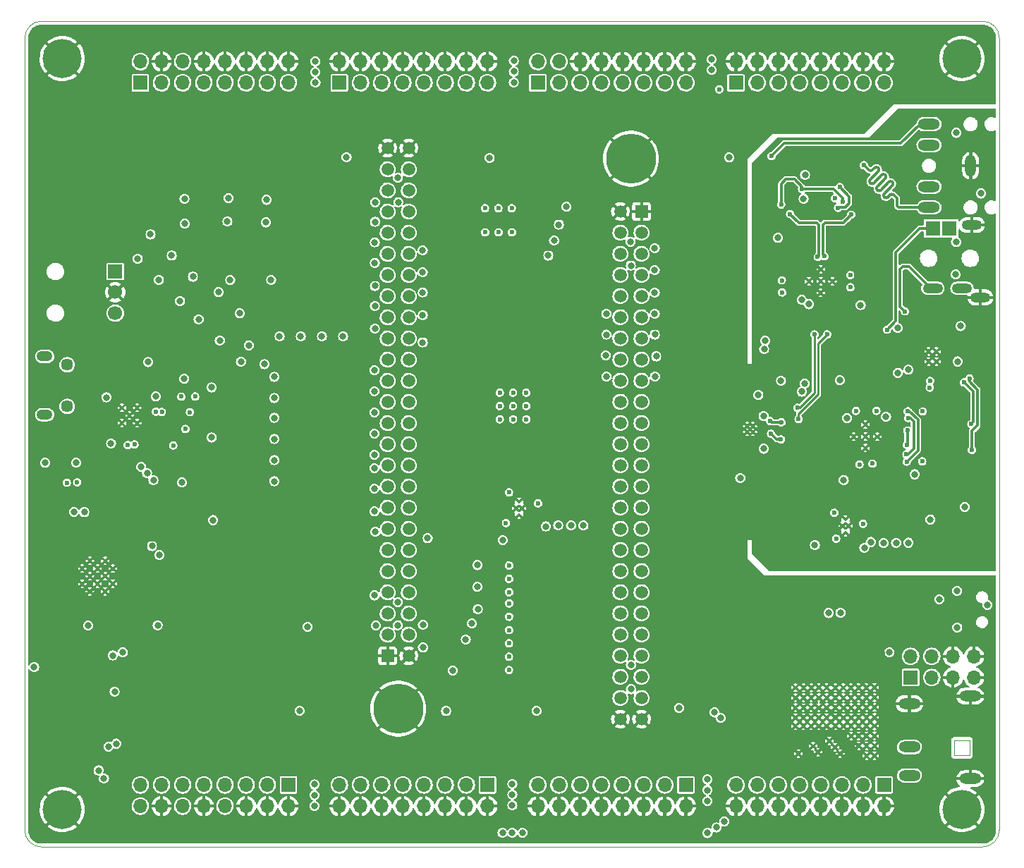
<source format=gbr>
%TF.GenerationSoftware,KiCad,Pcbnew,(6.0.10)*%
%TF.CreationDate,2023-12-11T16:59:24-05:00*%
%TF.ProjectId,Ultrasonic Sound Steering - Control Rev. A,556c7472-6173-46f6-9e69-6320536f756e,rev?*%
%TF.SameCoordinates,Original*%
%TF.FileFunction,Copper,L2,Inr*%
%TF.FilePolarity,Positive*%
%FSLAX46Y46*%
G04 Gerber Fmt 4.6, Leading zero omitted, Abs format (unit mm)*
G04 Created by KiCad (PCBNEW (6.0.10)) date 2023-12-11 16:59:24*
%MOMM*%
%LPD*%
G01*
G04 APERTURE LIST*
%TA.AperFunction,Profile*%
%ADD10C,0.100000*%
%TD*%
%TA.AperFunction,Profile*%
%ADD11C,0.010000*%
%TD*%
%TA.AperFunction,ComponentPad*%
%ADD12C,0.300000*%
%TD*%
%TA.AperFunction,ComponentPad*%
%ADD13C,4.700000*%
%TD*%
%TA.AperFunction,ComponentPad*%
%ADD14R,1.508000X1.508000*%
%TD*%
%TA.AperFunction,ComponentPad*%
%ADD15C,1.508000*%
%TD*%
%TA.AperFunction,ComponentPad*%
%ADD16C,6.000000*%
%TD*%
%TA.AperFunction,ComponentPad*%
%ADD17R,1.700000X1.700000*%
%TD*%
%TA.AperFunction,ComponentPad*%
%ADD18O,1.700000X1.700000*%
%TD*%
%TA.AperFunction,ComponentPad*%
%ADD19O,2.400000X1.200000*%
%TD*%
%TA.AperFunction,ComponentPad*%
%ADD20R,1.800000X1.800000*%
%TD*%
%TA.AperFunction,ComponentPad*%
%ADD21C,1.450000*%
%TD*%
%TA.AperFunction,ComponentPad*%
%ADD22O,1.900000X1.200000*%
%TD*%
%TA.AperFunction,ComponentPad*%
%ADD23O,1.308000X2.616000*%
%TD*%
%TA.AperFunction,ComponentPad*%
%ADD24O,2.616000X1.308000*%
%TD*%
%TA.AperFunction,ComponentPad*%
%ADD25C,1.700000*%
%TD*%
%TA.AperFunction,ViaPad*%
%ADD26C,0.600000*%
%TD*%
%TA.AperFunction,ViaPad*%
%ADD27C,0.800000*%
%TD*%
%TA.AperFunction,Conductor*%
%ADD28C,0.300000*%
%TD*%
%TA.AperFunction,Conductor*%
%ADD29C,0.350000*%
%TD*%
%TA.AperFunction,Conductor*%
%ADD30C,0.250000*%
%TD*%
G04 APERTURE END LIST*
D10*
X159706350Y-26997214D02*
X272697922Y-26997214D01*
X157702100Y-124143000D02*
G75*
G03*
X159702136Y-126143000I2000100J100D01*
G01*
X274697886Y-28997214D02*
G75*
G03*
X272697922Y-26997214I-1999886J114D01*
G01*
X274697922Y-28997214D02*
X274697922Y-124138787D01*
X157702136Y-124143000D02*
X157706350Y-28997214D01*
X272697922Y-126138787D02*
X159702136Y-126143000D01*
X159706350Y-26997150D02*
G75*
G03*
X157706350Y-28997214I50J-2000050D01*
G01*
X272697922Y-126138722D02*
G75*
G03*
X274697922Y-124138787I78J1999922D01*
G01*
D11*
%TO.C,P13*%
X271110000Y-113350000D02*
X269310000Y-113350000D01*
X269310000Y-115150000D02*
X271110000Y-115150000D01*
X269310000Y-113350000D02*
X269310000Y-115150000D01*
X271110000Y-115150000D02*
X271110000Y-113350000D01*
%TD*%
D12*
%TO.N,GND*%
%TO.C,*%
X253960000Y-110600000D03*
%TD*%
%TO.N,GND*%
%TO.C,*%
X252102500Y-110612500D03*
%TD*%
%TO.N,GND*%
%TO.C,*%
X251850000Y-58225000D03*
%TD*%
%TO.N,GND*%
%TO.C,*%
X255010000Y-107015000D03*
%TD*%
%TO.N,GND*%
%TO.C,U7*%
X255865000Y-87590000D03*
X256565000Y-87590000D03*
X256215000Y-88340000D03*
X256215000Y-86840000D03*
%TD*%
%TO.N,GND*%
%TO.C,*%
X252910000Y-114760000D03*
%TD*%
D13*
%TO.N,GND*%
%TO.C,H2*%
X162200177Y-31490000D03*
%TD*%
D12*
%TO.N,GND*%
%TO.C,*%
X255600000Y-114930000D03*
%TD*%
%TO.N,GND*%
%TO.C,*%
X257810000Y-111605000D03*
%TD*%
%TO.N,GND*%
%TO.C,*%
X252102500Y-109407500D03*
%TD*%
%TO.N,GND*%
%TO.C,*%
X252102500Y-111612500D03*
%TD*%
%TO.N,GND*%
%TO.C,*%
X258750000Y-108210000D03*
%TD*%
%TO.N,GND*%
%TO.C,*%
X171190000Y-75245000D03*
%TD*%
%TO.N,GND*%
%TO.C,*%
X259720000Y-115185000D03*
%TD*%
%TO.N,GND*%
%TO.C,*%
X259720000Y-110585000D03*
%TD*%
%TO.N,GND*%
%TO.C,*%
X253030000Y-107005000D03*
%TD*%
%TO.N,GND*%
%TO.C,*%
X258750000Y-111605000D03*
%TD*%
%TO.N,GND*%
%TO.C,*%
X254675000Y-58225000D03*
%TD*%
%TO.N,GND*%
%TO.C,*%
X253260000Y-58200000D03*
%TD*%
%TO.N,GND*%
%TO.C,*%
X251180000Y-110610000D03*
%TD*%
%TO.N,GND*%
%TO.C,*%
X171190000Y-73410000D03*
%TD*%
%TO.N,GND*%
%TO.C,*%
X258750000Y-112810000D03*
%TD*%
%TO.N,GND*%
%TO.C,*%
X250230000Y-107015000D03*
%TD*%
%TO.N,GND*%
%TO.C,*%
X245100000Y-76300000D03*
%TD*%
%TO.N,GND*%
%TO.C,*%
X256892500Y-112822500D03*
%TD*%
%TO.N,GND*%
%TO.C,*%
X250220000Y-109405000D03*
%TD*%
%TO.N,GND*%
%TO.C,*%
X259710000Y-106990000D03*
%TD*%
%TO.N,GND*%
%TO.C,*%
X267150000Y-67850000D03*
%TD*%
%TO.N,GND*%
%TO.C,*%
X252112500Y-107017500D03*
%TD*%
%TO.N,GND*%
%TO.C,*%
X252112500Y-108222500D03*
%TD*%
%TO.N,GND*%
%TO.C,*%
X244425000Y-75625000D03*
%TD*%
%TO.N,GND*%
%TO.C,*%
X250230000Y-108220000D03*
%TD*%
%TO.N,GND*%
%TO.C,*%
X258625000Y-75425000D03*
%TD*%
%TO.N,GND*%
%TO.C,*%
X254290000Y-113410000D03*
%TD*%
%TO.N,GND*%
%TO.C,*%
X257820000Y-109395000D03*
%TD*%
%TO.N,GND*%
%TO.C,*%
X257810000Y-108210000D03*
%TD*%
%TO.N,GND*%
%TO.C,*%
X257810000Y-112810000D03*
%TD*%
D13*
%TO.N,GND*%
%TO.C,H1*%
X270200189Y-31490000D03*
%TD*%
D12*
%TO.N,GND*%
%TO.C,*%
X254960000Y-114170000D03*
%TD*%
%TO.N,GND*%
%TO.C,*%
X250220000Y-111610000D03*
%TD*%
%TO.N,GND*%
%TO.C,*%
X259710000Y-108195000D03*
%TD*%
%TO.N,GND*%
%TO.C,*%
X253020000Y-110600000D03*
%TD*%
%TO.N,GND*%
%TO.C,*%
X259720000Y-109380000D03*
%TD*%
%TO.N,GND*%
%TO.C,*%
X257820000Y-113995000D03*
%TD*%
%TO.N,GND*%
%TO.C,*%
X257820000Y-110600000D03*
%TD*%
%TO.N,GND*%
%TO.C,*%
X253030000Y-108210000D03*
%TD*%
%TO.N,GND*%
%TO.C,U8*%
X216680000Y-85480000D03*
X217380000Y-85480000D03*
X217030000Y-86230000D03*
X217030000Y-84730000D03*
%TD*%
%TO.N,GND*%
%TO.C,*%
X255980000Y-110610000D03*
%TD*%
%TO.N,GND*%
%TO.C,*%
X256892500Y-111617500D03*
%TD*%
%TO.N,GND*%
%TO.C,*%
X255980000Y-111610000D03*
%TD*%
D14*
%TO.N,GND*%
%TO.C,U14*%
X201260000Y-103190000D03*
X231740000Y-49840000D03*
D15*
X203800000Y-103190000D03*
X229200000Y-49840000D03*
%TO.N,Net-(U14-Pad3_1)*%
X201260000Y-100650000D03*
%TO.N,Net-(U13-Pad9)*%
X231740000Y-52380000D03*
%TO.N,Net-(U14-Pad4_1)*%
X203800000Y-100650000D03*
%TO.N,Net-(U14-Pad4_2)*%
X229200000Y-52380000D03*
%TO.N,+3V3*%
X201260000Y-98110000D03*
X231740000Y-54920000D03*
X203800000Y-98110000D03*
X229200000Y-54920000D03*
%TO.N,Net-(U14-Pad7_1)*%
X201260000Y-95570000D03*
%TO.N,Net-(U13-Pad8)*%
X231740000Y-57460000D03*
%TO.N,Net-(U14-Pad8_1)*%
X203800000Y-95570000D03*
%TO.N,Net-(U14-Pad8_2)*%
X229200000Y-57460000D03*
%TO.N,Net-(U14-Pad9_1)*%
X201260000Y-93030000D03*
%TO.N,Net-(U13-Pad7)*%
X231740000Y-60000000D03*
%TO.N,Net-(U14-Pad10_1)*%
X203800000Y-93030000D03*
%TO.N,Net-(U14-Pad10_2)*%
X229200000Y-60000000D03*
%TO.N,Net-(U14-Pad11_1)*%
X201260000Y-90490000D03*
%TO.N,Net-(U13-Pad6)*%
X231740000Y-62540000D03*
%TO.N,Net-(U14-Pad12_1)*%
X203800000Y-90490000D03*
%TO.N,Net-(U14-Pad12_2)*%
X229200000Y-62540000D03*
%TO.N,Net-(U14-Pad13_1)*%
X201260000Y-87950000D03*
%TO.N,Net-(U13-Pad5)*%
X231740000Y-65080000D03*
%TO.N,Net-(U14-Pad14_1)*%
X203800000Y-87950000D03*
%TO.N,Net-(U14-Pad14_2)*%
X229200000Y-65080000D03*
%TO.N,Net-(U14-Pad15_1)*%
X201260000Y-85410000D03*
%TO.N,Net-(U13-Pad4)*%
X231740000Y-67620000D03*
%TO.N,Net-(U14-Pad16_1)*%
X203800000Y-85410000D03*
%TO.N,Net-(U14-Pad16_2)*%
X229200000Y-67620000D03*
%TO.N,Net-(U14-Pad17_1)*%
X201260000Y-82870000D03*
%TO.N,Net-(U13-Pad3)*%
X231740000Y-70160000D03*
%TO.N,Net-(U14-Pad18_1)*%
X203800000Y-82870000D03*
%TO.N,Net-(U14-Pad18_2)*%
X229200000Y-70160000D03*
%TO.N,Net-(U14-Pad19_1)*%
X201260000Y-80330000D03*
%TO.N,Net-(U13-Pad2)*%
X231740000Y-72700000D03*
%TO.N,Net-(U14-Pad20_1)*%
X203800000Y-80330000D03*
%TO.N,Net-(U14-Pad20_2)*%
X229200000Y-72700000D03*
%TO.N,/Logic_Ctrl/.00*%
X201260000Y-77790000D03*
%TO.N,adc_CS~*%
X231740000Y-75240000D03*
%TO.N,I2S_WS*%
X203800000Y-77790000D03*
%TO.N,unconnected-(U14-Pad22_2)*%
X229200000Y-75240000D03*
%TO.N,/Logic_Ctrl/.11*%
X201260000Y-75250000D03*
%TO.N,adc_SDOA*%
X231740000Y-77780000D03*
%TO.N,I2S_BCLK*%
X203800000Y-75250000D03*
%TO.N,unconnected-(U14-Pad24_2)*%
X229200000Y-77780000D03*
%TO.N,/Logic_Ctrl/.22*%
X201260000Y-72710000D03*
%TO.N,adc_SDOB{slash}~ALRT*%
X231740000Y-80320000D03*
%TO.N,Net-(R80-Pad2)*%
X203800000Y-72710000D03*
%TO.N,unconnected-(U14-Pad26_2)*%
X229200000Y-80320000D03*
%TO.N,/Logic_Ctrl/.33*%
X201260000Y-70170000D03*
%TO.N,adc_SDI*%
X231740000Y-82860000D03*
%TO.N,Artix7_HB*%
X203800000Y-70170000D03*
%TO.N,unconnected-(U14-Pad28_2)*%
X229200000Y-82860000D03*
%TO.N,TX_ACTIVE*%
X201260000Y-67630000D03*
%TO.N,adc_SCK*%
X231740000Y-85400000D03*
%TO.N,ESP32_HB*%
X203800000Y-67630000D03*
%TO.N,unconnected-(U14-Pad30_2)*%
X229200000Y-85400000D03*
%TO.N,Net-(U14-Pad31_1)*%
X201260000Y-65090000D03*
%TO.N,Net-(U12-Pad9)*%
X231740000Y-87940000D03*
%TO.N,Net-(U14-Pad32_1)*%
X203800000Y-65090000D03*
%TO.N,Net-(U14-Pad32_2)*%
X229200000Y-87940000D03*
%TO.N,Net-(U14-Pad33_1)*%
X201260000Y-62550000D03*
%TO.N,Net-(U12-Pad8)*%
X231740000Y-90480000D03*
%TO.N,Net-(U14-Pad34_1)*%
X203800000Y-62550000D03*
%TO.N,Net-(U14-Pad34_2)*%
X229200000Y-90480000D03*
%TO.N,Net-(U14-Pad35_1)*%
X201260000Y-60010000D03*
%TO.N,Net-(U12-Pad7)*%
X231740000Y-93020000D03*
%TO.N,Net-(U14-Pad36_1)*%
X203800000Y-60010000D03*
%TO.N,Net-(U14-Pad36_2)*%
X229200000Y-93020000D03*
%TO.N,Net-(U14-Pad37_1)*%
X201260000Y-57470000D03*
%TO.N,Net-(U12-Pad6)*%
X231740000Y-95560000D03*
%TO.N,Net-(U14-Pad38_1)*%
X203800000Y-57470000D03*
%TO.N,Net-(U14-Pad38_2)*%
X229200000Y-95560000D03*
%TO.N,Net-(U14-Pad39_1)*%
X201260000Y-54930000D03*
%TO.N,Net-(U12-Pad5)*%
X231740000Y-98100000D03*
%TO.N,Net-(U14-Pad40_1)*%
X203800000Y-54930000D03*
%TO.N,Net-(U14-Pad40_2)*%
X229200000Y-98100000D03*
%TO.N,Net-(U14-Pad41_1)*%
X201260000Y-52390000D03*
%TO.N,Net-(U12-Pad4)*%
X231740000Y-100640000D03*
%TO.N,Net-(U14-Pad42_1)*%
X203800000Y-52390000D03*
%TO.N,Net-(U14-Pad42_2)*%
X229200000Y-100640000D03*
%TO.N,Net-(U14-Pad43_1)*%
X201260000Y-49850000D03*
%TO.N,Net-(U12-Pad3)*%
X231740000Y-103180000D03*
%TO.N,Net-(U14-Pad44_1)*%
X203800000Y-49850000D03*
%TO.N,Net-(U14-Pad44_2)*%
X229200000Y-103180000D03*
%TO.N,+3V3*%
X201260000Y-47310000D03*
X231740000Y-105720000D03*
X203800000Y-47310000D03*
X229200000Y-105720000D03*
%TO.N,Net-(U14-Pad47_1)*%
X201260000Y-44770000D03*
%TO.N,Net-(U12-Pad2)*%
X231740000Y-108260000D03*
%TO.N,Net-(U14-Pad48_1)*%
X203800000Y-44770000D03*
%TO.N,Net-(U14-Pad48_2)*%
X229200000Y-108260000D03*
%TO.N,GND*%
X201260000Y-42230000D03*
X231740000Y-110800000D03*
X203800000Y-42230000D03*
X229200000Y-110800000D03*
D16*
X230470000Y-43490000D03*
X202530000Y-109540000D03*
%TD*%
D12*
%TO.N,GND*%
%TO.C,*%
X257225000Y-76875000D03*
%TD*%
%TO.N,GND*%
%TO.C,*%
X169355000Y-73410000D03*
%TD*%
%TO.N,GND*%
%TO.C,*%
X260050000Y-76875000D03*
%TD*%
%TO.N,GND*%
%TO.C,*%
X257810000Y-107005000D03*
%TD*%
%TO.N,GND*%
%TO.C,*%
X267150000Y-66645000D03*
%TD*%
%TO.N,GND*%
%TO.C,*%
X169355000Y-75245000D03*
%TD*%
%TO.N,GND*%
%TO.C,*%
X259710000Y-111590000D03*
%TD*%
%TO.N,GND*%
%TO.C,*%
X253970000Y-107005000D03*
%TD*%
%TO.N,GND*%
%TO.C,U18*%
X164595000Y-94547500D03*
X164595000Y-92712500D03*
X165512500Y-95465000D03*
X165512500Y-93630000D03*
X165512500Y-91795000D03*
X166430000Y-94547500D03*
X166430000Y-92712500D03*
X167347500Y-95465000D03*
X167347500Y-93630000D03*
X167347500Y-91795000D03*
X168265000Y-94547500D03*
X168265000Y-92712500D03*
%TD*%
D13*
%TO.N,GND*%
%TO.C,H3*%
X270200172Y-121640000D03*
%TD*%
D12*
%TO.N,GND*%
%TO.C,*%
X251190000Y-108220000D03*
%TD*%
%TO.N,GND*%
%TO.C,*%
X255970000Y-108220000D03*
%TD*%
%TO.N,GND*%
%TO.C,*%
X253250000Y-59600000D03*
%TD*%
%TO.N,GND*%
%TO.C,*%
X244425000Y-76300000D03*
%TD*%
%TO.N,GND*%
%TO.C,*%
X258635000Y-76850000D03*
%TD*%
%TO.N,GND*%
%TO.C,*%
X258760000Y-115200000D03*
%TD*%
%TO.N,GND*%
%TO.C,*%
X253020000Y-109395000D03*
%TD*%
%TO.N,GND*%
%TO.C,*%
X255020000Y-111610000D03*
%TD*%
%TO.N,GND*%
%TO.C,*%
X259710000Y-112795000D03*
%TD*%
%TO.N,GND*%
%TO.C,*%
X258750000Y-107005000D03*
%TD*%
%TO.N,GND*%
%TO.C,*%
X266210000Y-67850000D03*
%TD*%
%TO.N,GND*%
%TO.C,*%
X251180000Y-111610000D03*
%TD*%
%TO.N,GND*%
%TO.C,*%
X258760000Y-109395000D03*
%TD*%
%TO.N,GND*%
%TO.C,*%
X252340000Y-114040000D03*
%TD*%
%TO.N,GND*%
%TO.C,*%
X255970000Y-107015000D03*
%TD*%
%TO.N,GND*%
%TO.C,*%
X251180000Y-109405000D03*
%TD*%
%TO.N,GND*%
%TO.C,*%
X258760000Y-113995000D03*
%TD*%
%TO.N,GND*%
%TO.C,*%
X251190000Y-107015000D03*
%TD*%
%TO.N,GND*%
%TO.C,*%
X253960000Y-111600000D03*
%TD*%
%TO.N,GND*%
%TO.C,*%
X253020000Y-111600000D03*
%TD*%
%TO.N,GND*%
%TO.C,*%
X245100000Y-75625000D03*
%TD*%
%TO.N,GND*%
%TO.C,*%
X258760000Y-110600000D03*
%TD*%
D13*
%TO.N,GND*%
%TO.C,H4*%
X162200214Y-121640000D03*
%TD*%
D12*
%TO.N,GND*%
%TO.C,*%
X253960000Y-109395000D03*
%TD*%
%TO.N,GND*%
%TO.C,*%
X256902500Y-109407500D03*
%TD*%
%TO.N,GND*%
%TO.C,*%
X256892500Y-108222500D03*
%TD*%
%TO.N,GND*%
%TO.C,*%
X258625000Y-78250000D03*
%TD*%
%TO.N,GND*%
%TO.C,*%
X255020000Y-110610000D03*
%TD*%
%TO.N,GND*%
%TO.C,*%
X256902500Y-110612500D03*
%TD*%
%TO.N,GND*%
%TO.C,*%
X255980000Y-109405000D03*
%TD*%
%TO.N,GND*%
%TO.C,*%
X255020000Y-109405000D03*
%TD*%
%TO.N,GND*%
%TO.C,*%
X253970000Y-108210000D03*
%TD*%
%TO.N,GND*%
%TO.C,*%
X255010000Y-108220000D03*
%TD*%
%TO.N,GND*%
%TO.C,*%
X250590000Y-114930000D03*
%TD*%
%TO.N,GND*%
%TO.C,*%
X250220000Y-110610000D03*
%TD*%
%TO.N,GND*%
%TO.C,*%
X266210000Y-66645000D03*
%TD*%
%TO.N,GND*%
%TO.C,*%
X170272500Y-74327500D03*
%TD*%
%TO.N,GND*%
%TO.C,*%
X259720000Y-113980000D03*
%TD*%
%TO.N,GND*%
%TO.C,*%
X253250000Y-56775000D03*
%TD*%
%TO.N,GND*%
%TO.C,*%
X256892500Y-107017500D03*
%TD*%
D17*
%TO.N,Net-(P5-Pad1)*%
%TO.C,P5*%
X260855101Y-118700000D03*
D18*
%TO.N,GND*%
X260855101Y-121240000D03*
%TO.N,Net-(P5-Pad3)*%
X258315101Y-118700000D03*
%TO.N,GND*%
X258315101Y-121240000D03*
%TO.N,Net-(P5-Pad5)*%
X255775101Y-118700000D03*
%TO.N,GND*%
X255775101Y-121240000D03*
%TO.N,Net-(P5-Pad7)*%
X253235101Y-118700000D03*
%TO.N,GND*%
X253235101Y-121240000D03*
%TO.N,Net-(P5-Pad9)*%
X250695101Y-118700000D03*
%TO.N,GND*%
X250695101Y-121240000D03*
%TO.N,Net-(P5-Pad11)*%
X248155101Y-118700000D03*
%TO.N,GND*%
X248155101Y-121240000D03*
%TO.N,Net-(P5-Pad13)*%
X245615101Y-118700000D03*
%TO.N,GND*%
X245615101Y-121240000D03*
%TO.N,Net-(P5-Pad15)*%
X243075101Y-118700000D03*
%TO.N,GND*%
X243075101Y-121240000D03*
%TD*%
D19*
%TO.N,GND*%
%TO.C,P12*%
X272410000Y-60160000D03*
%TO.N,Net-(C3-Pad1)*%
X266710000Y-59060000D03*
D20*
%TO.N,Net-(C2-Pad1)*%
X266710000Y-51860000D03*
D19*
%TO.N,GND*%
X271410000Y-51460000D03*
%TO.N,ECM_OPEN~*%
X270210000Y-59060000D03*
D20*
%TO.N,Net-(P12-Pad6)*%
X268710000Y-51860000D03*
%TD*%
D17*
%TO.N,Net-(P4-Pad1)*%
%TO.C,P4*%
X171575101Y-34380000D03*
D18*
%TO.N,TX_ACTIVE*%
X171575101Y-31840000D03*
%TO.N,Net-(P4-Pad3)*%
X174115101Y-34380000D03*
%TO.N,GND*%
X174115101Y-31840000D03*
%TO.N,Net-(P4-Pad5)*%
X176655101Y-34380000D03*
%TO.N,UltrasonicDrive_DIS~*%
X176655101Y-31840000D03*
%TO.N,Net-(P4-Pad7)*%
X179195101Y-34380000D03*
%TO.N,GND*%
X179195101Y-31840000D03*
%TO.N,Net-(P4-Pad9)*%
X181735101Y-34380000D03*
%TO.N,GND*%
X181735101Y-31840000D03*
%TO.N,Net-(P4-Pad11)*%
X184275101Y-34380000D03*
%TO.N,GND*%
X184275101Y-31840000D03*
%TO.N,Net-(P4-Pad13)*%
X186815101Y-34380000D03*
%TO.N,GND*%
X186815101Y-31840000D03*
%TO.N,Net-(P4-Pad15)*%
X189355101Y-34380000D03*
%TO.N,GND*%
X189355101Y-31840000D03*
%TD*%
D17*
%TO.N,Net-(P7-Pad1)*%
%TO.C,P7*%
X213247601Y-118700000D03*
D18*
%TO.N,GND*%
X213247601Y-121240000D03*
%TO.N,Net-(P7-Pad3)*%
X210707601Y-118700000D03*
%TO.N,GND*%
X210707601Y-121240000D03*
%TO.N,Net-(P7-Pad5)*%
X208167601Y-118700000D03*
%TO.N,GND*%
X208167601Y-121240000D03*
%TO.N,Net-(P7-Pad7)*%
X205627601Y-118700000D03*
%TO.N,GND*%
X205627601Y-121240000D03*
%TO.N,Net-(P7-Pad9)*%
X203087601Y-118700000D03*
%TO.N,GND*%
X203087601Y-121240000D03*
%TO.N,Net-(P7-Pad11)*%
X200547601Y-118700000D03*
%TO.N,GND*%
X200547601Y-121240000D03*
%TO.N,Net-(P7-Pad13)*%
X198007601Y-118700000D03*
%TO.N,GND*%
X198007601Y-121240000D03*
%TO.N,Net-(P7-Pad15)*%
X195467601Y-118700000D03*
%TO.N,GND*%
X195467601Y-121240000D03*
%TD*%
D17*
%TO.N,Net-(P1-Pad1)*%
%TO.C,P1*%
X243075101Y-34380000D03*
D18*
%TO.N,GND*%
X243075101Y-31840000D03*
%TO.N,Net-(P1-Pad3)*%
X245615101Y-34380000D03*
%TO.N,GND*%
X245615101Y-31840000D03*
%TO.N,Net-(P1-Pad5)*%
X248155101Y-34380000D03*
%TO.N,GND*%
X248155101Y-31840000D03*
%TO.N,Net-(P1-Pad7)*%
X250695101Y-34380000D03*
%TO.N,GND*%
X250695101Y-31840000D03*
%TO.N,Net-(P1-Pad9)*%
X253235101Y-34380000D03*
%TO.N,GND*%
X253235101Y-31840000D03*
%TO.N,Net-(P1-Pad11)*%
X255775101Y-34380000D03*
%TO.N,GND*%
X255775101Y-31840000D03*
%TO.N,Net-(P1-Pad13)*%
X258315101Y-34380000D03*
%TO.N,GND*%
X258315101Y-31840000D03*
%TO.N,Net-(P1-Pad15)*%
X260855101Y-34380000D03*
%TO.N,GND*%
X260855101Y-31840000D03*
%TD*%
D17*
%TO.N,Net-(P2-Pad1)*%
%TO.C,P2*%
X219290101Y-34380000D03*
D18*
%TO.N,+3V3*%
X219290101Y-31840000D03*
%TO.N,Net-(P2-Pad3)*%
X221830101Y-34380000D03*
%TO.N,+3V3*%
X221830101Y-31840000D03*
%TO.N,Net-(P2-Pad5)*%
X224370101Y-34380000D03*
%TO.N,GND*%
X224370101Y-31840000D03*
%TO.N,Net-(P2-Pad7)*%
X226910101Y-34380000D03*
%TO.N,GND*%
X226910101Y-31840000D03*
%TO.N,Net-(P2-Pad9)*%
X229450101Y-34380000D03*
%TO.N,GND*%
X229450101Y-31840000D03*
%TO.N,Net-(P2-Pad11)*%
X231990101Y-34380000D03*
%TO.N,GND*%
X231990101Y-31840000D03*
%TO.N,Net-(P2-Pad13)*%
X234530101Y-34380000D03*
%TO.N,GND*%
X234530101Y-31840000D03*
%TO.N,Net-(P2-Pad15)*%
X237070101Y-34380000D03*
%TO.N,GND*%
X237070101Y-31840000D03*
%TD*%
D17*
%TO.N,Net-(P6-Pad1)*%
%TO.C,P6*%
X237070101Y-118700000D03*
D18*
%TO.N,GND*%
X237070101Y-121240000D03*
%TO.N,Net-(P6-Pad3)*%
X234530101Y-118700000D03*
%TO.N,GND*%
X234530101Y-121240000D03*
%TO.N,Net-(P6-Pad5)*%
X231990101Y-118700000D03*
%TO.N,GND*%
X231990101Y-121240000D03*
%TO.N,Net-(P6-Pad7)*%
X229450101Y-118700000D03*
%TO.N,GND*%
X229450101Y-121240000D03*
%TO.N,Net-(P6-Pad9)*%
X226910101Y-118700000D03*
%TO.N,GND*%
X226910101Y-121240000D03*
%TO.N,Net-(P6-Pad11)*%
X224370101Y-118700000D03*
%TO.N,GND*%
X224370101Y-121240000D03*
%TO.N,Net-(P6-Pad13)*%
X221830101Y-118700000D03*
%TO.N,GND*%
X221830101Y-121240000D03*
%TO.N,Net-(P6-Pad15)*%
X219290101Y-118700000D03*
%TO.N,GND*%
X219290101Y-121240000D03*
%TD*%
D17*
%TO.N,Net-(P8-Pad1)*%
%TO.C,P8*%
X189355101Y-118700000D03*
D18*
%TO.N,GND*%
X189355101Y-121240000D03*
%TO.N,Net-(P8-Pad3)*%
X186815101Y-118700000D03*
%TO.N,GND*%
X186815101Y-121240000D03*
%TO.N,Net-(P8-Pad5)*%
X184275101Y-118700000D03*
%TO.N,GND*%
X184275101Y-121240000D03*
%TO.N,Net-(P8-Pad7)*%
X181735101Y-118700000D03*
%TO.N,+VSW*%
X181735101Y-121240000D03*
%TO.N,Net-(P8-Pad9)*%
X179195101Y-118700000D03*
%TO.N,GND*%
X179195101Y-121240000D03*
%TO.N,Net-(P8-Pad11)*%
X176655101Y-118700000D03*
%TO.N,DIGPOT_SCL*%
X176655101Y-121240000D03*
%TO.N,Net-(P8-Pad13)*%
X174115101Y-118700000D03*
%TO.N,GND*%
X174115101Y-121240000D03*
%TO.N,Net-(P8-Pad15)*%
X171575101Y-118700000D03*
%TO.N,DIGPOT_SDA*%
X171575101Y-121240000D03*
%TD*%
D21*
%TO.N,Net-(P9-Pad6)*%
%TO.C,P9*%
X162780000Y-68240000D03*
X162780000Y-73240000D03*
D22*
X160080000Y-67240000D03*
X160080000Y-74240000D03*
%TD*%
D17*
%TO.N,Net-(P3-Pad1)*%
%TO.C,P3*%
X195467601Y-34380000D03*
D18*
%TO.N,GND*%
X195467601Y-31840000D03*
%TO.N,Net-(P3-Pad3)*%
X198007601Y-34380000D03*
%TO.N,GND*%
X198007601Y-31840000D03*
%TO.N,Net-(P3-Pad5)*%
X200547601Y-34380000D03*
%TO.N,GND*%
X200547601Y-31840000D03*
%TO.N,Net-(P3-Pad7)*%
X203087601Y-34380000D03*
%TO.N,GND*%
X203087601Y-31840000D03*
%TO.N,Net-(P3-Pad9)*%
X205627601Y-34380000D03*
%TO.N,GND*%
X205627601Y-31840000D03*
%TO.N,Net-(P3-Pad11)*%
X208167601Y-34380000D03*
%TO.N,GND*%
X208167601Y-31840000D03*
%TO.N,Net-(P3-Pad13)*%
X210707601Y-34380000D03*
%TO.N,GND*%
X210707601Y-31840000D03*
%TO.N,Net-(P3-Pad15)*%
X213247601Y-34380000D03*
%TO.N,GND*%
X213247601Y-31840000D03*
%TD*%
D23*
%TO.N,GND*%
%TO.C,P11*%
X271260000Y-44360000D03*
D24*
%TO.N,Net-(C7-Pad1)*%
X266260000Y-49360000D03*
%TO.N,Net-(C5-Pad1)*%
X266260000Y-39360000D03*
%TO.N,Net-(P11-Pad4)*%
X266260000Y-46860000D03*
%TO.N,AUX_OPEN~*%
X266260000Y-41860000D03*
%TD*%
D17*
%TO.N,+5V*%
%TO.C,P10*%
X264040000Y-105797500D03*
D18*
X264040000Y-103257500D03*
X266580000Y-105797500D03*
X266580000Y-103257500D03*
%TO.N,GND*%
X269120000Y-105797500D03*
X269120000Y-103257500D03*
X271660000Y-105797500D03*
X271660000Y-103257500D03*
%TD*%
D24*
%TO.N,unconnected-(P13-Pad1)*%
%TO.C,P13*%
X263910000Y-117550000D03*
%TO.N,GND*%
X263910000Y-108950000D03*
%TO.N,unconnected-(P13-Pad3)*%
X263910000Y-114150000D03*
%TO.N,GND*%
X271210000Y-108050000D03*
X271210000Y-117950000D03*
%TD*%
D17*
%TO.N,UART_TX*%
%TO.C,P14*%
X168560000Y-57044000D03*
D25*
%TO.N,GND*%
X168560000Y-59544000D03*
%TO.N,UART_RX*%
X168560000Y-62044000D03*
%TD*%
D26*
%TO.N,+3V3*%
X215830000Y-101690000D03*
D27*
X208280000Y-109820000D03*
X205490000Y-99490000D03*
X221740000Y-87530000D03*
X243590000Y-81844998D03*
D26*
X215840000Y-93950000D03*
X215840000Y-100100000D03*
D27*
X216225000Y-124425000D03*
X233340000Y-64620000D03*
X205470000Y-57150000D03*
X187640000Y-69702000D03*
X193370000Y-64830000D03*
X242260000Y-43360000D03*
X171260000Y-55520000D03*
X212025000Y-94900000D03*
X220550000Y-55140000D03*
X199730000Y-61190000D03*
X199720000Y-56000000D03*
X192570000Y-33100000D03*
D26*
X217920000Y-71600000D03*
X215840000Y-96900000D03*
D27*
X199670000Y-68904500D03*
X199670000Y-73960000D03*
X199850000Y-99540000D03*
X202550000Y-48720000D03*
X239675000Y-124475000D03*
X241675000Y-123075000D03*
X210640000Y-101220000D03*
X187650000Y-74620000D03*
X196330000Y-43310000D03*
X215050000Y-124450000D03*
X168483548Y-107483950D03*
X158828748Y-104570000D03*
X216230000Y-118580000D03*
D26*
X217920000Y-74800000D03*
D27*
X172380000Y-81280000D03*
X173801000Y-58060000D03*
X190690000Y-109780000D03*
X187650000Y-82240000D03*
X233350000Y-69650000D03*
X224770000Y-87540000D03*
D26*
X215840000Y-92350000D03*
D27*
X233330000Y-59590000D03*
X230460000Y-56330000D03*
X192470000Y-118640000D03*
X178568000Y-62780000D03*
X199660000Y-83110000D03*
X202500000Y-45810000D03*
X190830000Y-64830000D03*
X199670000Y-76500000D03*
X177881000Y-57670000D03*
X195910000Y-64830000D03*
X205480000Y-59550000D03*
X199670000Y-71420000D03*
X199730000Y-58780000D03*
X172480000Y-67920000D03*
D26*
X214720000Y-74800000D03*
D27*
X187650000Y-79700000D03*
X216410000Y-33040000D03*
D26*
X212955000Y-49440000D03*
D27*
X205480000Y-65560000D03*
X199730000Y-63890000D03*
X202490000Y-99520000D03*
D26*
X214720000Y-71600000D03*
D27*
X160130000Y-80020002D03*
X183650000Y-67860000D03*
X199770000Y-48740000D03*
X181109000Y-65320000D03*
X205480000Y-62290000D03*
X233330000Y-62120000D03*
X209075000Y-104950000D03*
X175340000Y-55130000D03*
X216230000Y-121160000D03*
X233510000Y-67240000D03*
X163850001Y-80009999D03*
X239670000Y-120620000D03*
D26*
X241070000Y-35180000D03*
D27*
X230430000Y-53480000D03*
D26*
X214580000Y-52340000D03*
D27*
X227510000Y-62130000D03*
X172799000Y-52590000D03*
D26*
X214720000Y-73200000D03*
X212980000Y-52340000D03*
D27*
X199780000Y-88300000D03*
X192570000Y-31820000D03*
X187640000Y-72242000D03*
X191650000Y-99700000D03*
X199660000Y-80650000D03*
X212025000Y-92300000D03*
X239670000Y-118040000D03*
X173410000Y-72060000D03*
X199670000Y-79040000D03*
X239670000Y-119320000D03*
D26*
X217920000Y-73200000D03*
D27*
X236240000Y-109460000D03*
X219130000Y-109800000D03*
D26*
X215830000Y-103290000D03*
D27*
X192470000Y-119920000D03*
X188290000Y-64830000D03*
X199660000Y-85860000D03*
D26*
X216155000Y-49440000D03*
X215830000Y-104890000D03*
D27*
X202490000Y-96740000D03*
X180959000Y-59530000D03*
X182361000Y-58080001D03*
D26*
X216320000Y-73200000D03*
D27*
X220250000Y-87660120D03*
X222730000Y-49280000D03*
X173140000Y-82130000D03*
X240160000Y-32850000D03*
X217450000Y-124425000D03*
X227440000Y-67100000D03*
X192600000Y-34380000D03*
X221240000Y-53330000D03*
X176904325Y-51297549D03*
X199720000Y-53540000D03*
X216230000Y-119860000D03*
X227520000Y-64630000D03*
X171680000Y-80490000D03*
D26*
X216320000Y-74800000D03*
D27*
X206068863Y-89080000D03*
X187650000Y-77160000D03*
D26*
X216320000Y-71600000D03*
D27*
X240725000Y-123800000D03*
X233330000Y-54230000D03*
D26*
X216180000Y-52340000D03*
D27*
X240160000Y-31570000D03*
X227530000Y-69660000D03*
X212090000Y-97610000D03*
X187271000Y-58077501D03*
X205470000Y-54520000D03*
X199680000Y-95940000D03*
X216410000Y-34340000D03*
X205490000Y-102200000D03*
D26*
X214555000Y-49440000D03*
D27*
X211390000Y-99310000D03*
X199740000Y-51080000D03*
D26*
X215840000Y-95550000D03*
D27*
X213510000Y-43400000D03*
X167490000Y-72160000D03*
X230470000Y-107200000D03*
X233330000Y-56890000D03*
X176342000Y-60600000D03*
X223270000Y-87540000D03*
X183500000Y-62070000D03*
X216410000Y-31760000D03*
X192470000Y-121220000D03*
D26*
X215840000Y-98500000D03*
D27*
X230470000Y-104290000D03*
X221820000Y-51420000D03*
%TO.N,VCM*%
X256020002Y-82079996D03*
X255550000Y-70090000D03*
X258050000Y-61075000D03*
X251200000Y-48300000D03*
X251375000Y-45450000D03*
X251850000Y-60975000D03*
X246580000Y-65370000D03*
%TO.N,+3.3VA*%
X270070000Y-63600000D03*
X269500000Y-53520000D03*
X262305000Y-89630000D03*
D26*
X254984501Y-48280000D03*
D27*
X264540000Y-81400000D03*
X263785000Y-89610000D03*
X248130000Y-53010002D03*
X269680000Y-67850000D03*
X266412499Y-86820000D03*
X259275000Y-89524998D03*
X251328631Y-70508747D03*
X260785000Y-89650000D03*
X256415001Y-74637541D03*
X269530000Y-40400000D03*
X250990000Y-60455000D03*
X258490000Y-90225000D03*
X261095000Y-74462500D03*
X246400000Y-78330000D03*
D26*
%TO.N,Net-(C13-Pad2)*%
X255332477Y-49402477D03*
X255545000Y-46905000D03*
D27*
%TO.N,AUX_OPEN~*%
X168270000Y-103150000D03*
X272500000Y-47680000D03*
X166550000Y-116950000D03*
X241239763Y-110664710D03*
%TO.N,ECM_OPEN~*%
X169450000Y-102770000D03*
X240506018Y-109986018D03*
X167200000Y-117925000D03*
X269470000Y-57393500D03*
%TO.N,ESP32_HB*%
X186450000Y-68180000D03*
X180310000Y-86900000D03*
D26*
%TO.N,Net-(C26-Pad1)*%
X259475000Y-80112500D03*
D27*
%TO.N,TX_ACTIVE*%
X184600000Y-65910000D03*
D26*
%TO.N,Net-(C3-Pad1)*%
X263370000Y-61835000D03*
%TO.N,Net-(C13-Pad1)*%
X255915500Y-48635500D03*
X251020000Y-47150000D03*
X248500000Y-49010000D03*
D27*
%TO.N,+5V*%
X255619998Y-98020002D03*
X267489999Y-96400003D03*
D26*
%TO.N,Net-(C18-Pad2)*%
X265507200Y-73849466D03*
D27*
%TO.N,DIGPOT_SCL*%
X163600000Y-85910000D03*
X167737500Y-114087500D03*
%TO.N,DIGPOT_SDA*%
X168674222Y-113738847D03*
X164845000Y-85945000D03*
D26*
%TO.N,Net-(C10-Pad1)*%
X266382089Y-70190886D03*
D27*
%TO.N,ADC_VREF*%
X250986874Y-71480000D03*
X245770000Y-71880000D03*
D26*
%TO.N,+4V*%
X215820000Y-83560000D03*
X254889999Y-86010001D03*
D27*
X215080000Y-89290000D03*
X252555000Y-89910000D03*
D26*
X215470000Y-87250000D03*
D27*
X254200000Y-98060000D03*
D26*
X255110000Y-89130000D03*
D27*
%TO.N,UltrasonicDrive_DIS~*%
X173860000Y-91090000D03*
D26*
%TO.N,mono_p*%
X247201921Y-75009222D03*
X250600000Y-74760000D03*
X254020000Y-64605000D03*
X248523412Y-75156590D03*
%TO.N,mono_n*%
X250460555Y-73406267D03*
X252510000Y-64585000D03*
%TO.N,ecm_p*%
X248480000Y-77200000D03*
X247287845Y-76519312D03*
D27*
%TO.N,EN*%
X261510000Y-102770000D03*
X273265099Y-97069901D03*
D26*
%TO.N,Net-(C10-Pad2)*%
X271400000Y-78475000D03*
X271117500Y-69907500D03*
%TO.N,Net-(Q2-Pad1)*%
X176501301Y-72068699D03*
X177525500Y-73940000D03*
%TO.N,Net-(C11-Pad1)*%
X266352545Y-70989842D03*
%TO.N,Net-(C2-Pad1)*%
X261220000Y-64035000D03*
%TO.N,Net-(C18-Pad1)*%
X265436367Y-79838633D03*
%TO.N,Net-(C21-Pad1)*%
X263546329Y-78995829D03*
X263740014Y-74635794D03*
%TO.N,Net-(C22-Pad2)*%
X263575000Y-79875000D03*
X263702464Y-73837174D03*
%TO.N,Net-(C21-Pad2)*%
X263650378Y-76132097D03*
X263600500Y-77875000D03*
%TO.N,Net-(C27-Pad1)*%
X257900000Y-80212500D03*
%TO.N,Net-(C23-Pad2)*%
X253692351Y-55225107D03*
X256925000Y-50225000D03*
%TO.N,Net-(C24-Pad1)*%
X249575000Y-50150000D03*
X252894484Y-55276214D03*
%TO.N,Net-(C33-Pad1)*%
X259942214Y-73776014D03*
%TO.N,Net-(C30-Pad1)*%
X256800000Y-57470000D03*
%TO.N,Net-(C31-Pad1)*%
X256830000Y-58920000D03*
%TO.N,Net-(C38-Pad2)*%
X248620000Y-59560000D03*
%TO.N,Net-(C34-Pad2)*%
X257473817Y-73788581D03*
%TO.N,Net-(C37-Pad1)*%
X248580000Y-58110000D03*
D27*
%TO.N,Net-(C57-Pad2)*%
X246390000Y-74400000D03*
%TO.N,Net-(D9-Pad1)*%
X182150000Y-48230000D03*
D26*
%TO.N,Net-(C77-Pad1)*%
X258332500Y-87337500D03*
%TO.N,Net-(C78-Pad1)*%
X219330000Y-84884877D03*
D27*
%TO.N,Net-(D3-Pad1)*%
X176870000Y-48310000D03*
%TO.N,Net-(D9-Pad2)*%
X182025000Y-51050000D03*
%TO.N,Net-(D8-Pad1)*%
X186712706Y-48443113D03*
D26*
%TO.N,Net-(Q1-Pad1)*%
X176980000Y-75938699D03*
X178150000Y-72060000D03*
D27*
%TO.N,Net-(D8-Pad2)*%
X186660000Y-51150000D03*
%TO.N,Net-(C90-Pad2)*%
X248486873Y-70160001D03*
X270550000Y-85310000D03*
D26*
%TO.N,/Logic_Ctrl/D+*%
X174155208Y-73927547D03*
D27*
%TO.N,+3.3V*%
X173650000Y-99530000D03*
%TO.N,Net-(R45-Pad2)*%
X269645070Y-99795500D03*
%TO.N,Drive_Distance*%
X165300000Y-99570000D03*
%TO.N,GND*%
X158930000Y-82430000D03*
D26*
X273630000Y-46425000D03*
X264775000Y-73475000D03*
X261465000Y-83910000D03*
D27*
X164860000Y-73980000D03*
X179090000Y-47340000D03*
X208055670Y-45286737D03*
D26*
X252116242Y-55093065D03*
X273620000Y-52700000D03*
X258070000Y-67550000D03*
X272125000Y-84625000D03*
D27*
X165700000Y-117900000D03*
X187810000Y-110850000D03*
D26*
X260710000Y-51390000D03*
D27*
X207080000Y-52890000D03*
X212570000Y-82230000D03*
X208840000Y-106820000D03*
X262610000Y-94800000D03*
X172710002Y-97265000D03*
X158925000Y-99625000D03*
D26*
X265525000Y-73050000D03*
D27*
X179210000Y-124765000D03*
D26*
X251900000Y-71225000D03*
D27*
X249540000Y-46729998D03*
X222270000Y-42260000D03*
D26*
X257070000Y-67550000D03*
D27*
X209080000Y-94620000D03*
X251635000Y-85460000D03*
D26*
X161960000Y-87280000D03*
X256450000Y-46800000D03*
D27*
X212200000Y-83460000D03*
X176837345Y-68417345D03*
X263480000Y-63035000D03*
D26*
X179130000Y-70420000D03*
X256315000Y-90230000D03*
X259710000Y-50390000D03*
X273630000Y-56835000D03*
D27*
X239299998Y-111080000D03*
X255470000Y-68510000D03*
X158920000Y-103070000D03*
D26*
X171559408Y-78454535D03*
X245400000Y-49775000D03*
D27*
X184140500Y-75220000D03*
X246604505Y-67647628D03*
X211470000Y-42350000D03*
D26*
X261780000Y-38790000D03*
D27*
X171970000Y-90080000D03*
D26*
X262455000Y-83900000D03*
D27*
X169949500Y-107279499D03*
D26*
X259710000Y-51390000D03*
D27*
X191240000Y-106810000D03*
X254025000Y-65845000D03*
D26*
X251700000Y-64700000D03*
D27*
X178554500Y-98356227D03*
X247640000Y-85207500D03*
X270485000Y-94440000D03*
X254980000Y-43360000D03*
X254775000Y-61025000D03*
D26*
X258290000Y-86420000D03*
X245725000Y-65925000D03*
D27*
X173590000Y-51290000D03*
D26*
X273630000Y-45175000D03*
D27*
X166640002Y-108799999D03*
D26*
X273640000Y-55500000D03*
D27*
X208970000Y-96890000D03*
X246827500Y-52965000D03*
D26*
X248750000Y-50325000D03*
D27*
X218930000Y-82860000D03*
X224230000Y-56380000D03*
D26*
X188480000Y-54910000D03*
D27*
X251339844Y-50014846D03*
X254750000Y-53560000D03*
D26*
X265575000Y-80625000D03*
X254825000Y-64700000D03*
D27*
X168350000Y-118310000D03*
D26*
X271150000Y-69100000D03*
X216300000Y-87670000D03*
X270200000Y-37900000D03*
X241320000Y-109160000D03*
X257350000Y-83925000D03*
X260375000Y-83900000D03*
X260710000Y-50390000D03*
D27*
X183018833Y-50943693D03*
D26*
X168060618Y-78584639D03*
D27*
X225850000Y-43240000D03*
X166325000Y-114650000D03*
D26*
X167234500Y-77310000D03*
D27*
X194280000Y-42280000D03*
D26*
X247300000Y-78225000D03*
D27*
X176560000Y-102789998D03*
D26*
X219170000Y-84060000D03*
D27*
X248245000Y-80790000D03*
X256625001Y-94955001D03*
X172130000Y-92800000D03*
X248255000Y-79270000D03*
X226150000Y-60690000D03*
D26*
X264250000Y-37900000D03*
X272175000Y-82625000D03*
X257070000Y-66550000D03*
D27*
X226460000Y-108250000D03*
D26*
X174068776Y-72711636D03*
D27*
X215040000Y-39350000D03*
X252125000Y-80900000D03*
X247030000Y-64340500D03*
X270482186Y-82777814D03*
D26*
X181220000Y-71020000D03*
D27*
X167785001Y-67964999D03*
D26*
X273630000Y-47725000D03*
D27*
X162250000Y-77500000D03*
X243770000Y-43490000D03*
D26*
X266175000Y-73400000D03*
D27*
X253145000Y-85450000D03*
X223260000Y-83310000D03*
D26*
X270600000Y-71575000D03*
X257510000Y-57670000D03*
X161590000Y-70140000D03*
D27*
X256425000Y-79582502D03*
X267424998Y-89560316D03*
X246860000Y-56790000D03*
X224040000Y-102030000D03*
X269185001Y-62360001D03*
X263851125Y-69844366D03*
X216220000Y-46400000D03*
X227150000Y-40590000D03*
X250575000Y-49150000D03*
X198770000Y-106820000D03*
X260985000Y-99405000D03*
D26*
X257070000Y-68550000D03*
X259070000Y-66550000D03*
D27*
X205450000Y-45760000D03*
D26*
X247400000Y-90330000D03*
D27*
X241235000Y-80780000D03*
D26*
X164890000Y-86850000D03*
D27*
X158920000Y-97460000D03*
D26*
X247120000Y-58180000D03*
D27*
X165930000Y-115690000D03*
D26*
X248510000Y-91160000D03*
X224750000Y-88480000D03*
D27*
X254025000Y-67365000D03*
D26*
X217290000Y-87660000D03*
D27*
X261045000Y-90830000D03*
D26*
X272400000Y-65525000D03*
X245380000Y-68140000D03*
X266725000Y-91100000D03*
X260760000Y-39810000D03*
D27*
X210477500Y-81820002D03*
D26*
X272400000Y-68100000D03*
D27*
X251800000Y-53570000D03*
X176307345Y-67332655D03*
X160200000Y-107500000D03*
D26*
X247325000Y-42250000D03*
D27*
X248360000Y-82290000D03*
X262300000Y-90825000D03*
D26*
X259405000Y-82425000D03*
D27*
X164160000Y-97080000D03*
D26*
X218260000Y-87660000D03*
D27*
X236800000Y-106830000D03*
X210320000Y-110720000D03*
X263332906Y-73017094D03*
D26*
X272400000Y-63850000D03*
D27*
X270565000Y-100840000D03*
X188240000Y-46280000D03*
X174760000Y-91820000D03*
D26*
X266710000Y-95920000D03*
D27*
X234140000Y-46350000D03*
D26*
X174970000Y-50540000D03*
X248159002Y-43328063D03*
X219220000Y-87670000D03*
D27*
X233390000Y-112370000D03*
X246870000Y-71060000D03*
X205450000Y-112390000D03*
D26*
X251275000Y-79975000D03*
X258325000Y-45075000D03*
D27*
X164110000Y-99530000D03*
D26*
X160060000Y-78990000D03*
D27*
X246950000Y-71975000D03*
X158920000Y-98660000D03*
X213710000Y-83530000D03*
D26*
X257700000Y-50100000D03*
X260875000Y-79572500D03*
X177610000Y-50710000D03*
D27*
X178445000Y-51445000D03*
X255115000Y-42500000D03*
D26*
X258415000Y-83910000D03*
X259070000Y-68550000D03*
D27*
X247420000Y-74130000D03*
D26*
X260700000Y-102840000D03*
X182790000Y-47600000D03*
X270950000Y-91100000D03*
X262760000Y-37900000D03*
X223270000Y-88470000D03*
D27*
X219700000Y-106800000D03*
X260200000Y-64850000D03*
D26*
X258700000Y-56660000D03*
X180770000Y-70290000D03*
X179990000Y-70040000D03*
X250160000Y-58250000D03*
X273630000Y-42175000D03*
X245400000Y-45350000D03*
X263417369Y-75367302D03*
X165680000Y-86340000D03*
X262725000Y-80100000D03*
D27*
X265970000Y-85320000D03*
D26*
X270910000Y-73650000D03*
X259700000Y-55660000D03*
X218060000Y-82480000D03*
D27*
X233440000Y-110900000D03*
D26*
X254500000Y-55200000D03*
D27*
X262305000Y-85470000D03*
X158920000Y-90260000D03*
D26*
X270550000Y-84400000D03*
X268700000Y-37900000D03*
X268150000Y-91100000D03*
X259700000Y-40875000D03*
D27*
X217580000Y-109610000D03*
X272235000Y-98100000D03*
X246725000Y-60450000D03*
D26*
X163790000Y-78990000D03*
D27*
X169710023Y-113490023D03*
D26*
X250750000Y-78825000D03*
X216310000Y-82500000D03*
X217180000Y-82500000D03*
X249935000Y-91160000D03*
X259700000Y-56660000D03*
X273640000Y-54180000D03*
X162050000Y-86440000D03*
D27*
X197840000Y-43480000D03*
X249577500Y-95020000D03*
D26*
X259700000Y-57660000D03*
D27*
X158920000Y-92660000D03*
D26*
X173775000Y-75025000D03*
X250740000Y-77835000D03*
D27*
X208470000Y-99090000D03*
X224760000Y-83310000D03*
X270390000Y-74525000D03*
D26*
X258070000Y-66550000D03*
D27*
X252030000Y-84330000D03*
X270439999Y-79174999D03*
D26*
X258975000Y-43675000D03*
X257520000Y-58660000D03*
X255325000Y-90240000D03*
D27*
X224030000Y-58530000D03*
X158920000Y-91460000D03*
D26*
X215490000Y-88250000D03*
D27*
X192720000Y-110670000D03*
D26*
X271425000Y-79250000D03*
D27*
X164762500Y-107500000D03*
D26*
X183560000Y-54930000D03*
X245400000Y-46875000D03*
X174700000Y-73150000D03*
D27*
X212970000Y-46500000D03*
D26*
X249175000Y-48500000D03*
D27*
X187820000Y-112410000D03*
X254207500Y-94810000D03*
D26*
X162730000Y-81570000D03*
X260700000Y-55660000D03*
D27*
X257200000Y-64800000D03*
D26*
X256360000Y-83935000D03*
D27*
X258670000Y-64800000D03*
D26*
X272400000Y-66850000D03*
X271500000Y-37900000D03*
X264425000Y-80175000D03*
D27*
X208750000Y-51160000D03*
D26*
X163950000Y-81540000D03*
D27*
X261170000Y-69310000D03*
X255539999Y-60455001D03*
X246656876Y-69140001D03*
X216360000Y-106770000D03*
X216990000Y-113940000D03*
D26*
X272033234Y-62991766D03*
D27*
X240180000Y-42390000D03*
D26*
X221740000Y-88480000D03*
X272150000Y-88200000D03*
X258615000Y-73702500D03*
D27*
X166750000Y-113675000D03*
D26*
X269675000Y-91100000D03*
D27*
X254030857Y-73776980D03*
D26*
X245650000Y-43925000D03*
X245400000Y-48400000D03*
X267210000Y-37900000D03*
D27*
X165450000Y-116825000D03*
D26*
X250707194Y-75552284D03*
D27*
X183945000Y-47405000D03*
D26*
X246525000Y-43050000D03*
X251460000Y-91160000D03*
X245750000Y-66975000D03*
D27*
X260615000Y-85110000D03*
X225475000Y-107805000D03*
D26*
X261465000Y-82435000D03*
X263425000Y-83900000D03*
D27*
X158920000Y-95060000D03*
X255750000Y-78475000D03*
X241235000Y-79280000D03*
X221190000Y-110680000D03*
D26*
X260700000Y-56660000D03*
D27*
X249348706Y-64569919D03*
D26*
X258070000Y-68550000D03*
X259250000Y-80900000D03*
X273630000Y-40950000D03*
D27*
X242929999Y-108150001D03*
X241670000Y-46310000D03*
X224430000Y-54040000D03*
D26*
X241950000Y-111290000D03*
X258700000Y-55660000D03*
X260375000Y-82425000D03*
D27*
X259520000Y-90875000D03*
X195820000Y-46160000D03*
D26*
X259070000Y-67550000D03*
D27*
X158920000Y-87860000D03*
X158920000Y-93860000D03*
D26*
X248100000Y-41475000D03*
D27*
X223760000Y-46520000D03*
X263830000Y-85425000D03*
D26*
X255046620Y-50149129D03*
X245400000Y-69170000D03*
X262455000Y-82425000D03*
X248550000Y-77975000D03*
D27*
X167030000Y-116060000D03*
X180110000Y-74770000D03*
X207180000Y-92490000D03*
X264794009Y-64592166D03*
D26*
X258700000Y-57660000D03*
D27*
X263825000Y-90780000D03*
X158925000Y-85675000D03*
D26*
X266350000Y-80125000D03*
X258325000Y-43500000D03*
D27*
X206730000Y-109560000D03*
X158920000Y-89060000D03*
X184140500Y-73890000D03*
X268874998Y-89515003D03*
D26*
X259405000Y-83900000D03*
X258415000Y-82435000D03*
D27*
X246250000Y-63630000D03*
D26*
X260700000Y-57660000D03*
X272125000Y-89950000D03*
X263400000Y-80750000D03*
X258235000Y-80922500D03*
X171770000Y-77740000D03*
D27*
X168040000Y-119390000D03*
D26*
X167234500Y-78250000D03*
D27*
X247510000Y-105560000D03*
D26*
X263425000Y-82425000D03*
X187540000Y-48090000D03*
D27*
X164880000Y-77410000D03*
D26*
X272150000Y-86475000D03*
X177780000Y-48270000D03*
X161580000Y-69440002D03*
X243600000Y-82825000D03*
D27*
X245300000Y-40700000D03*
D26*
X168820219Y-78209898D03*
D27*
X226240000Y-99920000D03*
X197850000Y-39350000D03*
X180110000Y-73860000D03*
X166450000Y-69200000D03*
X167460000Y-115170000D03*
X252387299Y-73637701D03*
X158920000Y-86660000D03*
X258224999Y-94975001D03*
X174690000Y-90230000D03*
X215020000Y-43560000D03*
X158920000Y-96260000D03*
D26*
X272400000Y-69400000D03*
X265670000Y-37900000D03*
X273630000Y-51360000D03*
X177870000Y-75910000D03*
D27*
X255175000Y-45150000D03*
D26*
X261800000Y-76950000D03*
D27*
X255455704Y-55964998D03*
X252150000Y-82350000D03*
X163232500Y-107585000D03*
D26*
X187580000Y-51070000D03*
X273630000Y-43850000D03*
D27*
X161700000Y-107540000D03*
D26*
%TO.N,/Logic_Ctrl/D-*%
X173445707Y-73875500D03*
%TO.N,Net-(C11-Pad2)*%
X271343117Y-75358351D03*
X270451954Y-70350500D03*
D27*
%TO.N,Net-(R44-Pad2)*%
X269635000Y-95400000D03*
%TO.N,Net-(R4-Pad2)*%
X263793365Y-68846534D03*
X262490000Y-63840000D03*
%TO.N,Net-(R57-Pad1)*%
X246466873Y-66379999D03*
%TO.N,IO0*%
X176570000Y-82370000D03*
X180140000Y-70970000D03*
%TO.N,VBUS*%
X176837500Y-69937500D03*
%TO.N,RTS*%
X168052024Y-77685178D03*
D26*
X175520000Y-77940000D03*
%TO.N,ESP32_TXD0*%
X170063182Y-77885467D03*
X163990000Y-82360000D03*
%TO.N,ESP32_RXD0*%
X170860000Y-77820000D03*
X162740000Y-82410002D03*
D27*
%TO.N,EN_*%
X180150000Y-76980000D03*
X172970000Y-90020000D03*
%TO.N,Net-(R6-Pad1)*%
X262530000Y-69210000D03*
D26*
%TO.N,Net-(C5-Pad1)*%
X247359230Y-43196639D03*
%TO.N,Net-(C7-Pad1)*%
X258440000Y-44280000D03*
%TD*%
D28*
%TO.N,Net-(C13-Pad2)*%
X255545000Y-46905000D02*
X256690000Y-48050000D01*
D29*
X255260000Y-49310000D02*
X255332477Y-49382477D01*
X255332477Y-49382477D02*
X255332477Y-49402477D01*
D28*
X256690000Y-48830000D02*
X256210000Y-49310000D01*
X256210000Y-49310000D02*
X255260000Y-49310000D01*
X256690000Y-48050000D02*
X256690000Y-48830000D01*
%TO.N,Net-(C3-Pad1)*%
X263865000Y-56475000D02*
X263075000Y-56475000D01*
X266710000Y-59060000D02*
X266450000Y-59060000D01*
X262779501Y-56770499D02*
X262779501Y-61244501D01*
X263075000Y-56475000D02*
X262779501Y-56770499D01*
X262779501Y-61244501D02*
X263370000Y-61835000D01*
X266450000Y-59060000D02*
X263865000Y-56475000D01*
%TO.N,Net-(C13-Pad1)*%
X250140000Y-45980000D02*
X249030000Y-45980000D01*
X251010000Y-46850000D02*
X250140000Y-45980000D01*
X254810000Y-47150000D02*
X255915500Y-48255500D01*
X248500000Y-46510000D02*
X248500000Y-49010000D01*
X249030000Y-45980000D02*
X248500000Y-46510000D01*
X251010000Y-47140000D02*
X251010000Y-46850000D01*
X255915500Y-48255500D02*
X255915500Y-48635500D01*
X251020000Y-47150000D02*
X254810000Y-47150000D01*
D29*
X251020000Y-47150000D02*
X251010000Y-47140000D01*
D30*
%TO.N,mono_p*%
X250600000Y-74170126D02*
X250600000Y-74760000D01*
X254020000Y-64605000D02*
X252974001Y-65650999D01*
D28*
X248510002Y-75170000D02*
X247362699Y-75170000D01*
D30*
X247362699Y-75170000D02*
X247201921Y-75009222D01*
X252974001Y-65650999D02*
X252974001Y-71796125D01*
X252974001Y-71796125D02*
X250600000Y-74170126D01*
D28*
X248523412Y-75156590D02*
X248510002Y-75170000D01*
D30*
%TO.N,mono_n*%
X250718733Y-73406267D02*
X252524500Y-71600500D01*
X250460555Y-73406267D02*
X250718733Y-73406267D01*
X252524500Y-64599500D02*
X252510000Y-64585000D01*
X252524500Y-71600500D02*
X252524500Y-64599500D01*
D28*
%TO.N,ecm_p*%
X248480000Y-77200000D02*
X247968533Y-77200000D01*
X247968533Y-77200000D02*
X247287845Y-76519312D01*
%TO.N,Net-(C10-Pad2)*%
X271400000Y-76220000D02*
X271400000Y-78475000D01*
X272079501Y-75540499D02*
X271400000Y-76220000D01*
X271117500Y-69907500D02*
X271117500Y-70287500D01*
X272079501Y-71249501D02*
X272079501Y-75540499D01*
X271117500Y-70287500D02*
X272079501Y-71249501D01*
%TO.N,Net-(C2-Pad1)*%
X262280000Y-62975000D02*
X261220000Y-64035000D01*
X266710000Y-51860000D02*
X265166500Y-51860000D01*
X262280000Y-54746500D02*
X262280000Y-62975000D01*
X265166500Y-51860000D02*
X262280000Y-54746500D01*
%TO.N,Net-(C21-Pad1)*%
X263990082Y-74635794D02*
X264420499Y-75066211D01*
X264420499Y-75066211D02*
X264420499Y-78333789D01*
X264420499Y-78333789D02*
X263758459Y-78995829D01*
X263740014Y-74635794D02*
X263990082Y-74635794D01*
X263758459Y-78995829D02*
X263546329Y-78995829D01*
%TO.N,Net-(C22-Pad2)*%
X263897864Y-73837174D02*
X263702464Y-73837174D01*
X264920000Y-78540690D02*
X264920000Y-74859310D01*
X264920000Y-74859310D02*
X263897864Y-73837174D01*
X263575000Y-79875000D02*
X263585690Y-79875000D01*
X263585690Y-79875000D02*
X264920000Y-78540690D01*
%TO.N,Net-(C21-Pad2)*%
X263650378Y-77825122D02*
X263650378Y-76132097D01*
X263600500Y-77875000D02*
X263650378Y-77825122D01*
%TO.N,Net-(C23-Pad2)*%
X253500000Y-55032756D02*
X253500000Y-51425000D01*
X253692351Y-55225107D02*
X253500000Y-55032756D01*
X253750000Y-51175000D02*
X255975000Y-51175000D01*
X253500000Y-51425000D02*
X253750000Y-51175000D01*
X255975000Y-51175000D02*
X256925000Y-50225000D01*
%TO.N,Net-(C24-Pad1)*%
X250625000Y-51200000D02*
X249575000Y-50150000D01*
X253000000Y-51450000D02*
X252750000Y-51200000D01*
X252750000Y-51200000D02*
X250625000Y-51200000D01*
X253000000Y-55170698D02*
X253000000Y-51450000D01*
X252894484Y-55276214D02*
X253000000Y-55170698D01*
%TO.N,Net-(C11-Pad2)*%
X271580000Y-71478546D02*
X271580000Y-75121468D01*
D30*
X270485000Y-70360000D02*
X270461454Y-70360000D01*
D28*
X271580000Y-75121468D02*
X271343117Y-75358351D01*
X270451954Y-70350500D02*
X271580000Y-71478546D01*
D30*
X270461454Y-70360000D02*
X270451954Y-70350500D01*
D28*
%TO.N,Net-(C5-Pad1)*%
X265190000Y-39340000D02*
X262880000Y-41650000D01*
X248905869Y-41650000D02*
X247359230Y-43196639D01*
X262880000Y-41650000D02*
X248905869Y-41650000D01*
%TO.N,Net-(C7-Pad1)*%
X260025097Y-46855045D02*
X260025095Y-46855044D01*
X261439311Y-46289363D02*
X261439311Y-46289362D01*
X259176564Y-46006512D02*
X259176562Y-46006511D01*
X259742245Y-44592297D02*
X259742245Y-44592296D01*
X262005000Y-47845000D02*
X262430000Y-48270000D01*
X259459402Y-44875139D02*
X259742245Y-44592297D01*
X260873627Y-47703576D02*
X260873627Y-47703577D01*
X262430000Y-49150000D02*
X262620000Y-49340000D01*
X259600827Y-46430776D02*
X260590778Y-45440830D01*
X261015043Y-45865094D02*
X260025097Y-46855045D01*
X262620000Y-49340000D02*
X265190000Y-49340000D01*
X260590778Y-45440830D02*
X260590778Y-45440829D01*
X260166510Y-45016561D02*
X259176564Y-46006512D01*
X260449360Y-47279309D02*
X261439311Y-46289363D01*
X261297892Y-48127842D02*
X261580734Y-47844999D01*
X261580734Y-47844999D02*
X261580735Y-47844999D01*
X258440000Y-44280000D02*
X259035138Y-44875139D01*
X261863576Y-46713627D02*
X260873627Y-47703576D01*
X262430000Y-48270000D02*
X262430000Y-49150000D01*
X259176607Y-46430732D02*
G75*
G02*
X259176563Y-46006512I212093J212132D01*
G01*
X260873637Y-48127833D02*
G75*
G02*
X260873627Y-47703577I212163J212133D01*
G01*
X261015081Y-45865132D02*
G75*
G03*
X261015043Y-45440830I-212181J212132D01*
G01*
X261863532Y-46289407D02*
G75*
G03*
X261439312Y-46289363I-212132J-212093D01*
G01*
X259600826Y-46430775D02*
G75*
G02*
X259176564Y-46430775I-212131J212131D01*
G01*
X260166480Y-45016531D02*
G75*
G03*
X260166509Y-44592298I-212080J212131D01*
G01*
X260449359Y-47279308D02*
G75*
G02*
X260025097Y-47279308I-212131J212131D01*
G01*
X262005033Y-47844967D02*
G75*
G03*
X261580735Y-47844999I-212133J-212133D01*
G01*
X259459401Y-44875138D02*
G75*
G02*
X259035139Y-44875138I-212131J212131D01*
G01*
X261863581Y-46713632D02*
G75*
G03*
X261863576Y-46289363I-212181J212132D01*
G01*
X261297891Y-48127841D02*
G75*
G02*
X260873629Y-48127841I-212131J212131D01*
G01*
X260166533Y-44592274D02*
G75*
G03*
X259742245Y-44592296I-212133J-212126D01*
G01*
X261015033Y-45440840D02*
G75*
G03*
X260590778Y-45440829I-212133J-212160D01*
G01*
X260025073Y-47279332D02*
G75*
G02*
X260025096Y-46855045I212127J212132D01*
G01*
%TD*%
%TA.AperFunction,Conductor*%
%TO.N,GND*%
G36*
X272674103Y-27398932D02*
G01*
X272675696Y-27399184D01*
X272697938Y-27402706D01*
X272708437Y-27401043D01*
X272730979Y-27400076D01*
X272832192Y-27407312D01*
X272918508Y-27413482D01*
X272932486Y-27415492D01*
X273141649Y-27460987D01*
X273155188Y-27464961D01*
X273355760Y-27539766D01*
X273368604Y-27545632D01*
X273556476Y-27648215D01*
X273568360Y-27655853D01*
X273739712Y-27784127D01*
X273750387Y-27793377D01*
X273901740Y-27944732D01*
X273910990Y-27955408D01*
X274039264Y-28126767D01*
X274046898Y-28138645D01*
X274121886Y-28275984D01*
X274149481Y-28326524D01*
X274155348Y-28339374D01*
X274230143Y-28539930D01*
X274234122Y-28553483D01*
X274279613Y-28762639D01*
X274281622Y-28776618D01*
X274286834Y-28849540D01*
X274295035Y-28964303D01*
X274294068Y-28986848D01*
X274293649Y-28989495D01*
X274292430Y-28997191D01*
X274293648Y-29004884D01*
X274293648Y-29004886D01*
X274296204Y-29021028D01*
X274297422Y-29036509D01*
X274297422Y-36901000D01*
X274278515Y-36959191D01*
X274229015Y-36995155D01*
X274198422Y-37000000D01*
X262000000Y-37000000D01*
X258528996Y-40471004D01*
X258474479Y-40498781D01*
X258458992Y-40500000D01*
X247500000Y-40500000D01*
X244500000Y-43500000D01*
X244500000Y-68170000D01*
X245000000Y-68170000D01*
X245000000Y-66379999D01*
X245861191Y-66379999D01*
X245881829Y-66536761D01*
X245942337Y-66682840D01*
X246038591Y-66808281D01*
X246164032Y-66904535D01*
X246310111Y-66965043D01*
X246466873Y-66985681D01*
X246623635Y-66965043D01*
X246769714Y-66904535D01*
X246895155Y-66808281D01*
X246991409Y-66682840D01*
X247051917Y-66536761D01*
X247072555Y-66379999D01*
X247051917Y-66223237D01*
X246991409Y-66077158D01*
X246923242Y-65988321D01*
X246902818Y-65930645D01*
X246920196Y-65871980D01*
X246941515Y-65849514D01*
X247008282Y-65798282D01*
X247104536Y-65672841D01*
X247165044Y-65526762D01*
X247185682Y-65370000D01*
X247165044Y-65213238D01*
X247104536Y-65067159D01*
X247008282Y-64941718D01*
X246882841Y-64845464D01*
X246736762Y-64784956D01*
X246580000Y-64764318D01*
X246423238Y-64784956D01*
X246277159Y-64845464D01*
X246151718Y-64941718D01*
X246055464Y-65067159D01*
X245994956Y-65213238D01*
X245974318Y-65370000D01*
X245994956Y-65526762D01*
X246055464Y-65672841D01*
X246111800Y-65746259D01*
X246123631Y-65761678D01*
X246144055Y-65819354D01*
X246126677Y-65878019D01*
X246105358Y-65900485D01*
X246038591Y-65951717D01*
X245942337Y-66077158D01*
X245881829Y-66223237D01*
X245861191Y-66379999D01*
X245000000Y-66379999D01*
X245000000Y-64028823D01*
X260714391Y-64028823D01*
X260715306Y-64035820D01*
X260715306Y-64035821D01*
X260732065Y-64163982D01*
X260732980Y-64170979D01*
X260735821Y-64177435D01*
X260735821Y-64177436D01*
X260785563Y-64290482D01*
X260790720Y-64302203D01*
X260816248Y-64332572D01*
X260878431Y-64406549D01*
X260878434Y-64406551D01*
X260882970Y-64411948D01*
X260888841Y-64415856D01*
X260888842Y-64415857D01*
X260903916Y-64425891D01*
X261002313Y-64491390D01*
X261100324Y-64522010D01*
X261132425Y-64532039D01*
X261132426Y-64532039D01*
X261139157Y-64534142D01*
X261210828Y-64535456D01*
X261275445Y-64536641D01*
X261275447Y-64536641D01*
X261282499Y-64536770D01*
X261289302Y-64534915D01*
X261289304Y-64534915D01*
X261364503Y-64514413D01*
X261420817Y-64499060D01*
X261542991Y-64424045D01*
X261550403Y-64415857D01*
X261634468Y-64322982D01*
X261639200Y-64317754D01*
X261692922Y-64206871D01*
X261698634Y-64195082D01*
X261701710Y-64188733D01*
X261707907Y-64151903D01*
X261724730Y-64051907D01*
X261752354Y-63998328D01*
X261755951Y-63994731D01*
X261810468Y-63966954D01*
X261870900Y-63976525D01*
X261914165Y-64019790D01*
X261917418Y-64026847D01*
X261920795Y-64035000D01*
X261962979Y-64136844D01*
X261962982Y-64136850D01*
X261965464Y-64142841D01*
X262061718Y-64268282D01*
X262187159Y-64364536D01*
X262333238Y-64425044D01*
X262490000Y-64445682D01*
X262646762Y-64425044D01*
X262792841Y-64364536D01*
X262918282Y-64268282D01*
X263014536Y-64142841D01*
X263075044Y-63996762D01*
X263095682Y-63840000D01*
X263075044Y-63683238D01*
X263040566Y-63600000D01*
X269464318Y-63600000D01*
X269484956Y-63756762D01*
X269545464Y-63902841D01*
X269641718Y-64028282D01*
X269767159Y-64124536D01*
X269913238Y-64185044D01*
X270070000Y-64205682D01*
X270226762Y-64185044D01*
X270372841Y-64124536D01*
X270498282Y-64028282D01*
X270594536Y-63902841D01*
X270655044Y-63756762D01*
X270675682Y-63600000D01*
X270655044Y-63443238D01*
X270594536Y-63297159D01*
X270498282Y-63171718D01*
X270372841Y-63075464D01*
X270238758Y-63019925D01*
X270232759Y-63017440D01*
X270226762Y-63014956D01*
X270070000Y-62994318D01*
X269913238Y-63014956D01*
X269907241Y-63017440D01*
X269901242Y-63019925D01*
X269767159Y-63075464D01*
X269641718Y-63171718D01*
X269545464Y-63297159D01*
X269484956Y-63443238D01*
X269464318Y-63600000D01*
X263040566Y-63600000D01*
X263014536Y-63537159D01*
X262918282Y-63411718D01*
X262792841Y-63315464D01*
X262652957Y-63257522D01*
X262606432Y-63217785D01*
X262592148Y-63158290D01*
X262599493Y-63131444D01*
X262599111Y-63131330D01*
X262609518Y-63096533D01*
X262612788Y-63085596D01*
X262614229Y-63081161D01*
X262627993Y-63041967D01*
X262627994Y-63041964D01*
X262630055Y-63036094D01*
X262630500Y-63030956D01*
X262630500Y-63028820D01*
X262630575Y-63027081D01*
X262630689Y-63025738D01*
X262632543Y-63019537D01*
X262630576Y-62969462D01*
X262630500Y-62965576D01*
X262630500Y-61830190D01*
X262649407Y-61771999D01*
X262698907Y-61736035D01*
X262760093Y-61736035D01*
X262799504Y-61760186D01*
X262840031Y-61800713D01*
X262868191Y-61857880D01*
X262882980Y-61970979D01*
X262885821Y-61977435D01*
X262885821Y-61977436D01*
X262929291Y-62076228D01*
X262940720Y-62102203D01*
X262961767Y-62127241D01*
X263028431Y-62206549D01*
X263028434Y-62206551D01*
X263032970Y-62211948D01*
X263038841Y-62215856D01*
X263038842Y-62215857D01*
X263056440Y-62227571D01*
X263152313Y-62291390D01*
X263252920Y-62322821D01*
X263282425Y-62332039D01*
X263282426Y-62332039D01*
X263289157Y-62334142D01*
X263360828Y-62335456D01*
X263425445Y-62336641D01*
X263425447Y-62336641D01*
X263432499Y-62336770D01*
X263439302Y-62334915D01*
X263439304Y-62334915D01*
X263514503Y-62314413D01*
X263570817Y-62299060D01*
X263692991Y-62224045D01*
X263700403Y-62215857D01*
X263784468Y-62122982D01*
X263789200Y-62117754D01*
X263851710Y-61988733D01*
X263855875Y-61963982D01*
X263874862Y-61851124D01*
X263874862Y-61851120D01*
X263875496Y-61847354D01*
X263875647Y-61835000D01*
X263855323Y-61693082D01*
X263812986Y-61599966D01*
X263798905Y-61568996D01*
X263798904Y-61568995D01*
X263795984Y-61562572D01*
X263712765Y-61465992D01*
X263707005Y-61459307D01*
X263707004Y-61459306D01*
X263702400Y-61453963D01*
X263582095Y-61375985D01*
X263444739Y-61334907D01*
X263405756Y-61334669D01*
X263347682Y-61315407D01*
X263336357Y-61305675D01*
X263158997Y-61128315D01*
X263131220Y-61073798D01*
X263130001Y-61058311D01*
X263130001Y-60351411D01*
X270868021Y-60351411D01*
X270874615Y-60395018D01*
X270877096Y-60404678D01*
X270940979Y-60578307D01*
X270945349Y-60587266D01*
X271042835Y-60744496D01*
X271048925Y-60752404D01*
X271176036Y-60886820D01*
X271183589Y-60893340D01*
X271335133Y-60999452D01*
X271343839Y-61004318D01*
X271513624Y-61077790D01*
X271523139Y-61080808D01*
X271705410Y-61118887D01*
X271712939Y-61119864D01*
X271714220Y-61119931D01*
X271716830Y-61120000D01*
X272214320Y-61120000D01*
X272227005Y-61115878D01*
X272230000Y-61111757D01*
X272230000Y-61104320D01*
X272590000Y-61104320D01*
X272594122Y-61117005D01*
X272598243Y-61120000D01*
X273056237Y-61120000D01*
X273061234Y-61119747D01*
X273199043Y-61105749D01*
X273208812Y-61103743D01*
X273385352Y-61048420D01*
X273394522Y-61044489D01*
X273556320Y-60954803D01*
X273564520Y-60949104D01*
X273704980Y-60828715D01*
X273711867Y-60821482D01*
X273825254Y-60675306D01*
X273830536Y-60666852D01*
X273912217Y-60500854D01*
X273915696Y-60491501D01*
X273951206Y-60355174D01*
X273950470Y-60342775D01*
X273940981Y-60340000D01*
X272605680Y-60340000D01*
X272592995Y-60344122D01*
X272590000Y-60348243D01*
X272590000Y-61104320D01*
X272230000Y-61104320D01*
X272230000Y-60355680D01*
X272225878Y-60342995D01*
X272221757Y-60340000D01*
X270881975Y-60340000D01*
X270869290Y-60344122D01*
X270868535Y-60345161D01*
X270868021Y-60351411D01*
X263130001Y-60351411D01*
X263130001Y-56956689D01*
X263148908Y-56898498D01*
X263158997Y-56886685D01*
X263191186Y-56854496D01*
X263245703Y-56826719D01*
X263261190Y-56825500D01*
X263678810Y-56825500D01*
X263737001Y-56844407D01*
X263748814Y-56854496D01*
X265413436Y-58519118D01*
X265441213Y-58573635D01*
X265431642Y-58634067D01*
X265427022Y-58642165D01*
X265385963Y-58706864D01*
X265325719Y-58876049D01*
X265325065Y-58881536D01*
X265325064Y-58881539D01*
X265307431Y-59029415D01*
X265304455Y-59054376D01*
X265323227Y-59232983D01*
X265325011Y-59238223D01*
X265325011Y-59238224D01*
X265375741Y-59387241D01*
X265381103Y-59402993D01*
X265384001Y-59407703D01*
X265384003Y-59407708D01*
X265453918Y-59521352D01*
X265475206Y-59555955D01*
X265600859Y-59684268D01*
X265751817Y-59781554D01*
X265920578Y-59842978D01*
X266059283Y-59860500D01*
X267355155Y-59860500D01*
X267357909Y-59860191D01*
X267357911Y-59860191D01*
X267385291Y-59857120D01*
X267488472Y-59845546D01*
X267567689Y-59817960D01*
X267652847Y-59788305D01*
X267652848Y-59788305D01*
X267658073Y-59786485D01*
X267715491Y-59750606D01*
X267805685Y-59694247D01*
X267805687Y-59694245D01*
X267810375Y-59691316D01*
X267901528Y-59600797D01*
X267933879Y-59568671D01*
X267933880Y-59568669D01*
X267937807Y-59564770D01*
X267940834Y-59560000D01*
X268031071Y-59417810D01*
X268031072Y-59417809D01*
X268034037Y-59413136D01*
X268044391Y-59384060D01*
X268071102Y-59309045D01*
X268094281Y-59243951D01*
X268095569Y-59233154D01*
X268114890Y-59071120D01*
X268114890Y-59071117D01*
X268115545Y-59065624D01*
X268114363Y-59054376D01*
X268804455Y-59054376D01*
X268823227Y-59232983D01*
X268825011Y-59238223D01*
X268825011Y-59238224D01*
X268875741Y-59387241D01*
X268881103Y-59402993D01*
X268884001Y-59407703D01*
X268884003Y-59407708D01*
X268953918Y-59521352D01*
X268975206Y-59555955D01*
X269100859Y-59684268D01*
X269251817Y-59781554D01*
X269420578Y-59842978D01*
X269559283Y-59860500D01*
X270769303Y-59860500D01*
X270827494Y-59879407D01*
X270863458Y-59928907D01*
X270868129Y-59953630D01*
X270869530Y-59977225D01*
X270879020Y-59980000D01*
X272214320Y-59980000D01*
X272227005Y-59975878D01*
X272230000Y-59971757D01*
X272230000Y-59964320D01*
X272590000Y-59964320D01*
X272594122Y-59977005D01*
X272598243Y-59980000D01*
X273938025Y-59980000D01*
X273950710Y-59975878D01*
X273951465Y-59974839D01*
X273951979Y-59968589D01*
X273945385Y-59924982D01*
X273942904Y-59915322D01*
X273879021Y-59741693D01*
X273874651Y-59732734D01*
X273777165Y-59575504D01*
X273771075Y-59567596D01*
X273643964Y-59433180D01*
X273636411Y-59426660D01*
X273484867Y-59320548D01*
X273476161Y-59315682D01*
X273306376Y-59242210D01*
X273296861Y-59239192D01*
X273114590Y-59201113D01*
X273107061Y-59200136D01*
X273105780Y-59200069D01*
X273103170Y-59200000D01*
X272605680Y-59200000D01*
X272592995Y-59204122D01*
X272590000Y-59208243D01*
X272590000Y-59964320D01*
X272230000Y-59964320D01*
X272230000Y-59215680D01*
X272225878Y-59202995D01*
X272221757Y-59200000D01*
X271763763Y-59200000D01*
X271758764Y-59200253D01*
X271720478Y-59204142D01*
X271660674Y-59191212D01*
X271619893Y-59145599D01*
X271612170Y-59093927D01*
X271614890Y-59071120D01*
X271614890Y-59071117D01*
X271615545Y-59065624D01*
X271596773Y-58887017D01*
X271591266Y-58870840D01*
X271540682Y-58722249D01*
X271540680Y-58722245D01*
X271538897Y-58717007D01*
X271535999Y-58712297D01*
X271535997Y-58712292D01*
X271447691Y-58568754D01*
X271444794Y-58564045D01*
X271381142Y-58499045D01*
X271323012Y-58439685D01*
X271319141Y-58435732D01*
X271168183Y-58338446D01*
X270999422Y-58277022D01*
X270860717Y-58259500D01*
X269564845Y-58259500D01*
X269562091Y-58259809D01*
X269562089Y-58259809D01*
X269534709Y-58262880D01*
X269431528Y-58274454D01*
X269261927Y-58333515D01*
X269257234Y-58336447D01*
X269257235Y-58336447D01*
X269114315Y-58425753D01*
X269114313Y-58425755D01*
X269109625Y-58428684D01*
X269073233Y-58464823D01*
X269028005Y-58509737D01*
X268982193Y-58555230D01*
X268979227Y-58559904D01*
X268979226Y-58559905D01*
X268899112Y-58686145D01*
X268885963Y-58706864D01*
X268825719Y-58876049D01*
X268825065Y-58881536D01*
X268825064Y-58881539D01*
X268807431Y-59029415D01*
X268804455Y-59054376D01*
X268114363Y-59054376D01*
X268096773Y-58887017D01*
X268091266Y-58870840D01*
X268040682Y-58722249D01*
X268040680Y-58722245D01*
X268038897Y-58717007D01*
X268035999Y-58712297D01*
X268035997Y-58712292D01*
X267947691Y-58568754D01*
X267944794Y-58564045D01*
X267881142Y-58499045D01*
X267823012Y-58439685D01*
X267819141Y-58435732D01*
X267668183Y-58338446D01*
X267499422Y-58277022D01*
X267360717Y-58259500D01*
X266186190Y-58259500D01*
X266127999Y-58240593D01*
X266116186Y-58230504D01*
X265279182Y-57393500D01*
X268864318Y-57393500D01*
X268884956Y-57550262D01*
X268945464Y-57696341D01*
X269041718Y-57821782D01*
X269167159Y-57918036D01*
X269313238Y-57978544D01*
X269470000Y-57999182D01*
X269626762Y-57978544D01*
X269772841Y-57918036D01*
X269898282Y-57821782D01*
X269994536Y-57696341D01*
X270055044Y-57550262D01*
X270075682Y-57393500D01*
X270055044Y-57236738D01*
X269994536Y-57090659D01*
X269898282Y-56965218D01*
X269772841Y-56868964D01*
X269626762Y-56808456D01*
X269470000Y-56787818D01*
X269313238Y-56808456D01*
X269167159Y-56868964D01*
X269041718Y-56965218D01*
X268945464Y-57090659D01*
X268884956Y-57236738D01*
X268864318Y-57393500D01*
X265279182Y-57393500D01*
X264146745Y-56261063D01*
X264133580Y-56244760D01*
X264132267Y-56242726D01*
X264132264Y-56242722D01*
X264127825Y-56235848D01*
X264102668Y-56216015D01*
X264098263Y-56212101D01*
X264098262Y-56212102D01*
X264095131Y-56209449D01*
X264092254Y-56206572D01*
X264077399Y-56195956D01*
X264073681Y-56193165D01*
X264070726Y-56190835D01*
X264036189Y-56163608D01*
X264028882Y-56161042D01*
X264027637Y-56160395D01*
X264021331Y-56155889D01*
X263977233Y-56142701D01*
X263975585Y-56142208D01*
X263971149Y-56140767D01*
X263931967Y-56127007D01*
X263931964Y-56127006D01*
X263926094Y-56124945D01*
X263920956Y-56124500D01*
X263918818Y-56124500D01*
X263917099Y-56124426D01*
X263915738Y-56124311D01*
X263909536Y-56122456D01*
X263901365Y-56122777D01*
X263859446Y-56124424D01*
X263855559Y-56124500D01*
X263122953Y-56124500D01*
X263102117Y-56122282D01*
X263100782Y-56121995D01*
X263099739Y-56121770D01*
X263099738Y-56121770D01*
X263091740Y-56120048D01*
X263060572Y-56123737D01*
X263059921Y-56123814D01*
X263054043Y-56124161D01*
X263054043Y-56124163D01*
X263049965Y-56124500D01*
X263045885Y-56124500D01*
X263041862Y-56125170D01*
X263041858Y-56125170D01*
X263035239Y-56126272D01*
X263027904Y-56127493D01*
X263023300Y-56128149D01*
X262975862Y-56133763D01*
X262968878Y-56137117D01*
X262967540Y-56137540D01*
X262959897Y-56138812D01*
X262952691Y-56142700D01*
X262952689Y-56142701D01*
X262917863Y-56161492D01*
X262913707Y-56163610D01*
X262906146Y-56167241D01*
X262870674Y-56184274D01*
X262866726Y-56187592D01*
X262865216Y-56189102D01*
X262863929Y-56190282D01*
X262862903Y-56191148D01*
X262857206Y-56194222D01*
X262851655Y-56200227D01*
X262851650Y-56200231D01*
X262823191Y-56231018D01*
X262820497Y-56233821D01*
X262799504Y-56254814D01*
X262744987Y-56282591D01*
X262684555Y-56273020D01*
X262641290Y-56229755D01*
X262630500Y-56184810D01*
X262630500Y-55452631D01*
X265154443Y-55452631D01*
X265157195Y-55482867D01*
X265172458Y-55650585D01*
X265173114Y-55657797D01*
X265231280Y-55855428D01*
X265233519Y-55859712D01*
X265233520Y-55859713D01*
X265243361Y-55878537D01*
X265326726Y-56037998D01*
X265342401Y-56057494D01*
X265452333Y-56194222D01*
X265455815Y-56198553D01*
X265459526Y-56201667D01*
X265459527Y-56201668D01*
X265582621Y-56304956D01*
X265613630Y-56330976D01*
X265617878Y-56333311D01*
X265617879Y-56333312D01*
X265671847Y-56362981D01*
X265794162Y-56430224D01*
X265798775Y-56431687D01*
X265798779Y-56431689D01*
X265952104Y-56480326D01*
X265990532Y-56492516D01*
X265995344Y-56493056D01*
X265995345Y-56493056D01*
X266148108Y-56510191D01*
X266148110Y-56510191D01*
X266150864Y-56510500D01*
X266261841Y-56510500D01*
X266264236Y-56510265D01*
X266264240Y-56510265D01*
X266410220Y-56495952D01*
X266410224Y-56495951D01*
X266415030Y-56495480D01*
X266419655Y-56494084D01*
X266419658Y-56494083D01*
X266565672Y-56449998D01*
X266612251Y-56435935D01*
X266794151Y-56339218D01*
X266953800Y-56209011D01*
X266959875Y-56201668D01*
X267082035Y-56054002D01*
X267082036Y-56054000D01*
X267085118Y-56050275D01*
X267179932Y-55874919D01*
X267180803Y-55873309D01*
X267180803Y-55873308D01*
X267183103Y-55869055D01*
X267221518Y-55744956D01*
X267242593Y-55676875D01*
X267242594Y-55676871D01*
X267244023Y-55672254D01*
X267244574Y-55667019D01*
X267265051Y-55472185D01*
X267265051Y-55472183D01*
X267265557Y-55467369D01*
X267264216Y-55452631D01*
X270154443Y-55452631D01*
X270157195Y-55482867D01*
X270172458Y-55650585D01*
X270173114Y-55657797D01*
X270231280Y-55855428D01*
X270233519Y-55859712D01*
X270233520Y-55859713D01*
X270243361Y-55878537D01*
X270326726Y-56037998D01*
X270342401Y-56057494D01*
X270452333Y-56194222D01*
X270455815Y-56198553D01*
X270459526Y-56201667D01*
X270459527Y-56201668D01*
X270582621Y-56304956D01*
X270613630Y-56330976D01*
X270617878Y-56333311D01*
X270617879Y-56333312D01*
X270671847Y-56362981D01*
X270794162Y-56430224D01*
X270798775Y-56431687D01*
X270798779Y-56431689D01*
X270952104Y-56480326D01*
X270990532Y-56492516D01*
X270995344Y-56493056D01*
X270995345Y-56493056D01*
X271148108Y-56510191D01*
X271148110Y-56510191D01*
X271150864Y-56510500D01*
X271261841Y-56510500D01*
X271264236Y-56510265D01*
X271264240Y-56510265D01*
X271410220Y-56495952D01*
X271410224Y-56495951D01*
X271415030Y-56495480D01*
X271419655Y-56494084D01*
X271419658Y-56494083D01*
X271565672Y-56449998D01*
X271612251Y-56435935D01*
X271794151Y-56339218D01*
X271953800Y-56209011D01*
X271959875Y-56201668D01*
X272082035Y-56054002D01*
X272082036Y-56054000D01*
X272085118Y-56050275D01*
X272179932Y-55874919D01*
X272180803Y-55873309D01*
X272180803Y-55873308D01*
X272183103Y-55869055D01*
X272221518Y-55744956D01*
X272242593Y-55676875D01*
X272242594Y-55676871D01*
X272244023Y-55672254D01*
X272244574Y-55667019D01*
X272265051Y-55472185D01*
X272265051Y-55472183D01*
X272265557Y-55467369D01*
X272258078Y-55385189D01*
X272247325Y-55267022D01*
X272247324Y-55267017D01*
X272246886Y-55262203D01*
X272188720Y-55064572D01*
X272179544Y-55047019D01*
X272137836Y-54967241D01*
X272093274Y-54882002D01*
X272058653Y-54838942D01*
X271967219Y-54725220D01*
X271967217Y-54725217D01*
X271964185Y-54721447D01*
X271956166Y-54714718D01*
X271810085Y-54592141D01*
X271810083Y-54592140D01*
X271806370Y-54589024D01*
X271795935Y-54583287D01*
X271739320Y-54552163D01*
X271625838Y-54489776D01*
X271621225Y-54488313D01*
X271621221Y-54488311D01*
X271434083Y-54428948D01*
X271429468Y-54427484D01*
X271424656Y-54426944D01*
X271424655Y-54426944D01*
X271271892Y-54409809D01*
X271271890Y-54409809D01*
X271269136Y-54409500D01*
X271158159Y-54409500D01*
X271155764Y-54409735D01*
X271155760Y-54409735D01*
X271009780Y-54424048D01*
X271009776Y-54424049D01*
X271004970Y-54424520D01*
X271000345Y-54425916D01*
X271000342Y-54425917D01*
X270887869Y-54459875D01*
X270807749Y-54484065D01*
X270625849Y-54580782D01*
X270466200Y-54710989D01*
X270463116Y-54714717D01*
X270463115Y-54714718D01*
X270356106Y-54844070D01*
X270334882Y-54869725D01*
X270236897Y-55050945D01*
X270235468Y-55055562D01*
X270177994Y-55241231D01*
X270175977Y-55247746D01*
X270175472Y-55252554D01*
X270175471Y-55252557D01*
X270154949Y-55447815D01*
X270154443Y-55452631D01*
X267264216Y-55452631D01*
X267258078Y-55385189D01*
X267247325Y-55267022D01*
X267247324Y-55267017D01*
X267246886Y-55262203D01*
X267188720Y-55064572D01*
X267179544Y-55047019D01*
X267137836Y-54967241D01*
X267093274Y-54882002D01*
X267058653Y-54838942D01*
X266967219Y-54725220D01*
X266967217Y-54725217D01*
X266964185Y-54721447D01*
X266956166Y-54714718D01*
X266810085Y-54592141D01*
X266810083Y-54592140D01*
X266806370Y-54589024D01*
X266795935Y-54583287D01*
X266739320Y-54552163D01*
X266625838Y-54489776D01*
X266621225Y-54488313D01*
X266621221Y-54488311D01*
X266434083Y-54428948D01*
X266429468Y-54427484D01*
X266424656Y-54426944D01*
X266424655Y-54426944D01*
X266271892Y-54409809D01*
X266271890Y-54409809D01*
X266269136Y-54409500D01*
X266158159Y-54409500D01*
X266155764Y-54409735D01*
X266155760Y-54409735D01*
X266009780Y-54424048D01*
X266009776Y-54424049D01*
X266004970Y-54424520D01*
X266000345Y-54425916D01*
X266000342Y-54425917D01*
X265887869Y-54459875D01*
X265807749Y-54484065D01*
X265625849Y-54580782D01*
X265466200Y-54710989D01*
X265463116Y-54714717D01*
X265463115Y-54714718D01*
X265356106Y-54844070D01*
X265334882Y-54869725D01*
X265236897Y-55050945D01*
X265235468Y-55055562D01*
X265177994Y-55241231D01*
X265175977Y-55247746D01*
X265175472Y-55252554D01*
X265175471Y-55252557D01*
X265154949Y-55447815D01*
X265154443Y-55452631D01*
X262630500Y-55452631D01*
X262630500Y-54932690D01*
X262649407Y-54874499D01*
X262659496Y-54862686D01*
X265282686Y-52239496D01*
X265337203Y-52211719D01*
X265352690Y-52210500D01*
X265510500Y-52210500D01*
X265568691Y-52229407D01*
X265604655Y-52278907D01*
X265609500Y-52309500D01*
X265609500Y-52779748D01*
X265621133Y-52838231D01*
X265665448Y-52904552D01*
X265731769Y-52948867D01*
X265741332Y-52950769D01*
X265741334Y-52950770D01*
X265758122Y-52954109D01*
X265790252Y-52960500D01*
X267629748Y-52960500D01*
X267688231Y-52948867D01*
X267688887Y-52952164D01*
X267731664Y-52948797D01*
X267731769Y-52948867D01*
X267790252Y-52960500D01*
X268971653Y-52960500D01*
X269029844Y-52979407D01*
X269065808Y-53028907D01*
X269065808Y-53090093D01*
X269050195Y-53119767D01*
X269002607Y-53181786D01*
X268975464Y-53217159D01*
X268934010Y-53317238D01*
X268925188Y-53338537D01*
X268914956Y-53363238D01*
X268894318Y-53520000D01*
X268914956Y-53676762D01*
X268975464Y-53822841D01*
X269071718Y-53948282D01*
X269197159Y-54044536D01*
X269343238Y-54105044D01*
X269500000Y-54125682D01*
X269656762Y-54105044D01*
X269802841Y-54044536D01*
X269928282Y-53948282D01*
X270024536Y-53822841D01*
X270085044Y-53676762D01*
X270105682Y-53520000D01*
X270085044Y-53363238D01*
X270074813Y-53338537D01*
X270065990Y-53317238D01*
X270024536Y-53217159D01*
X269928282Y-53091718D01*
X269804325Y-52996602D01*
X269769669Y-52946179D01*
X269771270Y-52885014D01*
X269782274Y-52863063D01*
X269798867Y-52838231D01*
X269810500Y-52779748D01*
X269810500Y-52017319D01*
X269829407Y-51959128D01*
X269878907Y-51923164D01*
X269940093Y-51923164D01*
X269989593Y-51959128D01*
X269993640Y-51965151D01*
X270042837Y-52044499D01*
X270048925Y-52052404D01*
X270176036Y-52186820D01*
X270183589Y-52193340D01*
X270335133Y-52299452D01*
X270343839Y-52304318D01*
X270513624Y-52377790D01*
X270523139Y-52380808D01*
X270705410Y-52418887D01*
X270712939Y-52419864D01*
X270714220Y-52419931D01*
X270716830Y-52420000D01*
X271214320Y-52420000D01*
X271227005Y-52415878D01*
X271230000Y-52411757D01*
X271230000Y-52404320D01*
X271590000Y-52404320D01*
X271594122Y-52417005D01*
X271598243Y-52420000D01*
X272056237Y-52420000D01*
X272061234Y-52419747D01*
X272199043Y-52405749D01*
X272208812Y-52403743D01*
X272385352Y-52348420D01*
X272394522Y-52344489D01*
X272556320Y-52254803D01*
X272564520Y-52249104D01*
X272704980Y-52128715D01*
X272711867Y-52121482D01*
X272825254Y-51975306D01*
X272830536Y-51966852D01*
X272912217Y-51800854D01*
X272915696Y-51791501D01*
X272951206Y-51655174D01*
X272950470Y-51642775D01*
X272940981Y-51640000D01*
X271605680Y-51640000D01*
X271592995Y-51644122D01*
X271590000Y-51648243D01*
X271590000Y-52404320D01*
X271230000Y-52404320D01*
X271230000Y-51264320D01*
X271590000Y-51264320D01*
X271594122Y-51277005D01*
X271598243Y-51280000D01*
X272938025Y-51280000D01*
X272950710Y-51275878D01*
X272951465Y-51274839D01*
X272951979Y-51268589D01*
X272945385Y-51224982D01*
X272942904Y-51215322D01*
X272879021Y-51041693D01*
X272874651Y-51032734D01*
X272777165Y-50875504D01*
X272771075Y-50867596D01*
X272643964Y-50733180D01*
X272636411Y-50726660D01*
X272484867Y-50620548D01*
X272476161Y-50615682D01*
X272306376Y-50542210D01*
X272296861Y-50539192D01*
X272114590Y-50501113D01*
X272107061Y-50500136D01*
X272105780Y-50500069D01*
X272103170Y-50500000D01*
X271605680Y-50500000D01*
X271592995Y-50504122D01*
X271590000Y-50508243D01*
X271590000Y-51264320D01*
X271230000Y-51264320D01*
X271230000Y-50515680D01*
X271225878Y-50502995D01*
X271221757Y-50500000D01*
X270763763Y-50500000D01*
X270758766Y-50500253D01*
X270620957Y-50514251D01*
X270611188Y-50516257D01*
X270434648Y-50571580D01*
X270425478Y-50575511D01*
X270263680Y-50665197D01*
X270255480Y-50670896D01*
X270115020Y-50791285D01*
X270108133Y-50798518D01*
X269994749Y-50944691D01*
X269987994Y-50955501D01*
X269941123Y-50994830D01*
X269880087Y-50999097D01*
X269828199Y-50966673D01*
X269806941Y-50922353D01*
X269800771Y-50891338D01*
X269800770Y-50891335D01*
X269798867Y-50881769D01*
X269754552Y-50815448D01*
X269688231Y-50771133D01*
X269678668Y-50769231D01*
X269678666Y-50769230D01*
X269653517Y-50764228D01*
X269629748Y-50759500D01*
X267790252Y-50759500D01*
X267731769Y-50771133D01*
X267731113Y-50767836D01*
X267688336Y-50771203D01*
X267688231Y-50771133D01*
X267629748Y-50759500D01*
X265790252Y-50759500D01*
X265766483Y-50764228D01*
X265741334Y-50769230D01*
X265741332Y-50769231D01*
X265731769Y-50771133D01*
X265665448Y-50815448D01*
X265621133Y-50881769D01*
X265619231Y-50891332D01*
X265619230Y-50891334D01*
X265617064Y-50902223D01*
X265609500Y-50940252D01*
X265609500Y-51410500D01*
X265590593Y-51468691D01*
X265541093Y-51504655D01*
X265510500Y-51509500D01*
X265214448Y-51509500D01*
X265193612Y-51507282D01*
X265192330Y-51507006D01*
X265183239Y-51505049D01*
X265157259Y-51508124D01*
X265151429Y-51508814D01*
X265145537Y-51509161D01*
X265145537Y-51509164D01*
X265141470Y-51509500D01*
X265137385Y-51509500D01*
X265133359Y-51510170D01*
X265133348Y-51510171D01*
X265119381Y-51512496D01*
X265114769Y-51513153D01*
X265067361Y-51518764D01*
X265060381Y-51522115D01*
X265059040Y-51522540D01*
X265051397Y-51523812D01*
X265009350Y-51546500D01*
X265005224Y-51548601D01*
X264962173Y-51569274D01*
X264958226Y-51572593D01*
X264956723Y-51574096D01*
X264955440Y-51575273D01*
X264954403Y-51576148D01*
X264948706Y-51579222D01*
X264943154Y-51585228D01*
X264943149Y-51585232D01*
X264914679Y-51616031D01*
X264911985Y-51618834D01*
X262066063Y-54464755D01*
X262049760Y-54477920D01*
X262047726Y-54479233D01*
X262047722Y-54479236D01*
X262040848Y-54483675D01*
X262021015Y-54508832D01*
X262017101Y-54513237D01*
X262017102Y-54513238D01*
X262014449Y-54516369D01*
X262011572Y-54519246D01*
X262009207Y-54522556D01*
X262009205Y-54522558D01*
X262007342Y-54525165D01*
X262000956Y-54534101D01*
X261998170Y-54537812D01*
X261968608Y-54575311D01*
X261966042Y-54582618D01*
X261965395Y-54583863D01*
X261960889Y-54590169D01*
X261956315Y-54605464D01*
X261947208Y-54635915D01*
X261945767Y-54640351D01*
X261932211Y-54678954D01*
X261929945Y-54685406D01*
X261929500Y-54690544D01*
X261929500Y-54692682D01*
X261929426Y-54694401D01*
X261929311Y-54695762D01*
X261927456Y-54701964D01*
X261927777Y-54710135D01*
X261929424Y-54752054D01*
X261929500Y-54755941D01*
X261929500Y-62788810D01*
X261910593Y-62847001D01*
X261900504Y-62858814D01*
X261254085Y-63505233D01*
X261199568Y-63533010D01*
X261183477Y-63534227D01*
X261158427Y-63534074D01*
X261158426Y-63534074D01*
X261151376Y-63534031D01*
X261144599Y-63535968D01*
X261144598Y-63535968D01*
X261020309Y-63571490D01*
X261020307Y-63571491D01*
X261013529Y-63573428D01*
X260892280Y-63649930D01*
X260887613Y-63655214D01*
X260887611Y-63655216D01*
X260802044Y-63752103D01*
X260802042Y-63752105D01*
X260797377Y-63757388D01*
X260736447Y-63887163D01*
X260735362Y-63894132D01*
X260735361Y-63894135D01*
X260734939Y-63896846D01*
X260714391Y-64028823D01*
X245000000Y-64028823D01*
X245000000Y-60455000D01*
X250384318Y-60455000D01*
X250404956Y-60611762D01*
X250465464Y-60757841D01*
X250561718Y-60883282D01*
X250687159Y-60979536D01*
X250833238Y-61040044D01*
X250990000Y-61060682D01*
X251146762Y-61040044D01*
X251146928Y-61041304D01*
X251201223Y-61044155D01*
X251248770Y-61082665D01*
X251262215Y-61119119D01*
X251262430Y-61119061D01*
X251263057Y-61121399D01*
X251263889Y-61123656D01*
X251264956Y-61131762D01*
X251325464Y-61277841D01*
X251421718Y-61403282D01*
X251547159Y-61499536D01*
X251693238Y-61560044D01*
X251850000Y-61580682D01*
X252006762Y-61560044D01*
X252152841Y-61499536D01*
X252278282Y-61403282D01*
X252374536Y-61277841D01*
X252435044Y-61131762D01*
X252442517Y-61075000D01*
X257444318Y-61075000D01*
X257464956Y-61231762D01*
X257525464Y-61377841D01*
X257621718Y-61503282D01*
X257747159Y-61599536D01*
X257893238Y-61660044D01*
X258050000Y-61680682D01*
X258206762Y-61660044D01*
X258352841Y-61599536D01*
X258478282Y-61503282D01*
X258574536Y-61377841D01*
X258635044Y-61231762D01*
X258655682Y-61075000D01*
X258635044Y-60918238D01*
X258574536Y-60772159D01*
X258478282Y-60646718D01*
X258352841Y-60550464D01*
X258206762Y-60489956D01*
X258050000Y-60469318D01*
X257893238Y-60489956D01*
X257747159Y-60550464D01*
X257621718Y-60646718D01*
X257525464Y-60772159D01*
X257464956Y-60918238D01*
X257444318Y-61075000D01*
X252442517Y-61075000D01*
X252455682Y-60975000D01*
X252435044Y-60818238D01*
X252374536Y-60672159D01*
X252278282Y-60546718D01*
X252152841Y-60450464D01*
X252006762Y-60389956D01*
X251850000Y-60369318D01*
X251843566Y-60370165D01*
X251724464Y-60385845D01*
X251693238Y-60389956D01*
X251693072Y-60388696D01*
X251638777Y-60385845D01*
X251591230Y-60347335D01*
X251577785Y-60310881D01*
X251577570Y-60310939D01*
X251576943Y-60308601D01*
X251576111Y-60306344D01*
X251575044Y-60298238D01*
X251514536Y-60152159D01*
X251438770Y-60053419D01*
X253014541Y-60053419D01*
X253020121Y-60059686D01*
X253022312Y-60061145D01*
X253034912Y-60067154D01*
X253160890Y-60106513D01*
X253174676Y-60108745D01*
X253306632Y-60111164D01*
X253320490Y-60109438D01*
X253447824Y-60074723D01*
X253460637Y-60069178D01*
X253476029Y-60059728D01*
X253484303Y-60050022D01*
X253479727Y-60041859D01*
X253261086Y-59823218D01*
X253249203Y-59817164D01*
X253244172Y-59817960D01*
X253020595Y-60041537D01*
X253014541Y-60053419D01*
X251438770Y-60053419D01*
X251418282Y-60026718D01*
X251292841Y-59930464D01*
X251146762Y-59869956D01*
X250990000Y-59849318D01*
X250833238Y-59869956D01*
X250687159Y-59930464D01*
X250561718Y-60026718D01*
X250465464Y-60152159D01*
X250404956Y-60298238D01*
X250384318Y-60455000D01*
X245000000Y-60455000D01*
X245000000Y-59553823D01*
X248114391Y-59553823D01*
X248115306Y-59560820D01*
X248115306Y-59560821D01*
X248132065Y-59688982D01*
X248132980Y-59695979D01*
X248135821Y-59702435D01*
X248135821Y-59702436D01*
X248186898Y-59818516D01*
X248190720Y-59827203D01*
X248218709Y-59860500D01*
X248278431Y-59931549D01*
X248278434Y-59931551D01*
X248282970Y-59936948D01*
X248288841Y-59940856D01*
X248288842Y-59940857D01*
X248297178Y-59946406D01*
X248402313Y-60016390D01*
X248502920Y-60047821D01*
X248532425Y-60057039D01*
X248532426Y-60057039D01*
X248539157Y-60059142D01*
X248610828Y-60060456D01*
X248675445Y-60061641D01*
X248675447Y-60061641D01*
X248682499Y-60061770D01*
X248689302Y-60059915D01*
X248689304Y-60059915D01*
X248784339Y-60034005D01*
X248820817Y-60024060D01*
X248942991Y-59949045D01*
X248950403Y-59940857D01*
X249034468Y-59847982D01*
X249039200Y-59842754D01*
X249086117Y-59745917D01*
X249098634Y-59720082D01*
X249101710Y-59713733D01*
X249104989Y-59694247D01*
X249120727Y-59600703D01*
X252735709Y-59600703D01*
X252752822Y-59731568D01*
X252756575Y-59745012D01*
X252791902Y-59825299D01*
X252798789Y-59833015D01*
X252810324Y-59827544D01*
X253026782Y-59611086D01*
X253032024Y-59600797D01*
X253467164Y-59600797D01*
X253467960Y-59605828D01*
X253689927Y-59827795D01*
X253699752Y-59832801D01*
X253708071Y-59824312D01*
X253737777Y-59763000D01*
X253742024Y-59749693D01*
X253764456Y-59616360D01*
X253765137Y-59608768D01*
X253765197Y-59603825D01*
X253764701Y-59596210D01*
X253745534Y-59462372D01*
X253741614Y-59448966D01*
X253707956Y-59374941D01*
X253700818Y-59367137D01*
X253689580Y-59372552D01*
X253473218Y-59588914D01*
X253467164Y-59600797D01*
X253032024Y-59600797D01*
X253032836Y-59599203D01*
X253032040Y-59594172D01*
X252809876Y-59372008D01*
X252800252Y-59367104D01*
X252791779Y-59375855D01*
X252760267Y-59442974D01*
X252756185Y-59456327D01*
X252735880Y-59586731D01*
X252735709Y-59600703D01*
X249120727Y-59600703D01*
X249124862Y-59576124D01*
X249124862Y-59576120D01*
X249125496Y-59572354D01*
X249125647Y-59560000D01*
X249105323Y-59418082D01*
X249067172Y-59334173D01*
X249048905Y-59293996D01*
X249048904Y-59293995D01*
X249045984Y-59287572D01*
X248974096Y-59204142D01*
X248957005Y-59184307D01*
X248957004Y-59184306D01*
X248952400Y-59178963D01*
X248907336Y-59149754D01*
X253015276Y-59149754D01*
X253019745Y-59157613D01*
X253238914Y-59376782D01*
X253250797Y-59382836D01*
X253255828Y-59382040D01*
X253478985Y-59158883D01*
X253484952Y-59147172D01*
X253479114Y-59140695D01*
X253472042Y-59136111D01*
X253459358Y-59130251D01*
X253332919Y-59092438D01*
X253319101Y-59090373D01*
X253187124Y-59089566D01*
X253173295Y-59091460D01*
X253046390Y-59127730D01*
X253033646Y-59133431D01*
X253023558Y-59139796D01*
X253015276Y-59149754D01*
X248907336Y-59149754D01*
X248832095Y-59100985D01*
X248694739Y-59059907D01*
X248611497Y-59059398D01*
X248558427Y-59059074D01*
X248558426Y-59059074D01*
X248551376Y-59059031D01*
X248544599Y-59060968D01*
X248544598Y-59060968D01*
X248420309Y-59096490D01*
X248420307Y-59096491D01*
X248413529Y-59098428D01*
X248292280Y-59174930D01*
X248287613Y-59180214D01*
X248287611Y-59180216D01*
X248202044Y-59277103D01*
X248202042Y-59277105D01*
X248197377Y-59282388D01*
X248136447Y-59412163D01*
X248135362Y-59419132D01*
X248135361Y-59419135D01*
X248125339Y-59483505D01*
X248114391Y-59553823D01*
X245000000Y-59553823D01*
X245000000Y-58913823D01*
X256324391Y-58913823D01*
X256325306Y-58920820D01*
X256325306Y-58920821D01*
X256327307Y-58936124D01*
X256342980Y-59055979D01*
X256345821Y-59062435D01*
X256345821Y-59062436D01*
X256397646Y-59180216D01*
X256400720Y-59187203D01*
X256443807Y-59238461D01*
X256488431Y-59291549D01*
X256488434Y-59291551D01*
X256492970Y-59296948D01*
X256498841Y-59300856D01*
X256498842Y-59300857D01*
X256504369Y-59304536D01*
X256612313Y-59376390D01*
X256697466Y-59402993D01*
X256742425Y-59417039D01*
X256742426Y-59417039D01*
X256749157Y-59419142D01*
X256820828Y-59420456D01*
X256885445Y-59421641D01*
X256885447Y-59421641D01*
X256892499Y-59421770D01*
X256899302Y-59419915D01*
X256899304Y-59419915D01*
X256980599Y-59397751D01*
X257030817Y-59384060D01*
X257152991Y-59309045D01*
X257160403Y-59300857D01*
X257244468Y-59207982D01*
X257249200Y-59202754D01*
X257311710Y-59073733D01*
X257313075Y-59065624D01*
X257334862Y-58936124D01*
X257334862Y-58936120D01*
X257335496Y-58932354D01*
X257335647Y-58920000D01*
X257315323Y-58778082D01*
X257265808Y-58669178D01*
X257258905Y-58653996D01*
X257258904Y-58653995D01*
X257255984Y-58647572D01*
X257191431Y-58572655D01*
X257167005Y-58544307D01*
X257167004Y-58544306D01*
X257162400Y-58538963D01*
X257042095Y-58460985D01*
X256904739Y-58419907D01*
X256821497Y-58419398D01*
X256768427Y-58419074D01*
X256768426Y-58419074D01*
X256761376Y-58419031D01*
X256754599Y-58420968D01*
X256754598Y-58420968D01*
X256630309Y-58456490D01*
X256630307Y-58456491D01*
X256623529Y-58458428D01*
X256502280Y-58534930D01*
X256497613Y-58540214D01*
X256497611Y-58540216D01*
X256412044Y-58637103D01*
X256412042Y-58637105D01*
X256407377Y-58642388D01*
X256404381Y-58648770D01*
X256404380Y-58648771D01*
X256396838Y-58664835D01*
X256346447Y-58772163D01*
X256345362Y-58779132D01*
X256345361Y-58779135D01*
X256331083Y-58870840D01*
X256324391Y-58913823D01*
X245000000Y-58913823D01*
X245000000Y-58678419D01*
X251614541Y-58678419D01*
X251620121Y-58684686D01*
X251622312Y-58686145D01*
X251634912Y-58692154D01*
X251760890Y-58731513D01*
X251774676Y-58733745D01*
X251906632Y-58736164D01*
X251920490Y-58734438D01*
X252047824Y-58699723D01*
X252060637Y-58694178D01*
X252076029Y-58684728D01*
X252084303Y-58675022D01*
X252079727Y-58666859D01*
X252066287Y-58653419D01*
X253024541Y-58653419D01*
X253030121Y-58659686D01*
X253032312Y-58661145D01*
X253044912Y-58667154D01*
X253170890Y-58706513D01*
X253184676Y-58708745D01*
X253316632Y-58711164D01*
X253330490Y-58709438D01*
X253444267Y-58678419D01*
X254439541Y-58678419D01*
X254445121Y-58684686D01*
X254447312Y-58686145D01*
X254459912Y-58692154D01*
X254585890Y-58731513D01*
X254599676Y-58733745D01*
X254731632Y-58736164D01*
X254745490Y-58734438D01*
X254872824Y-58699723D01*
X254885637Y-58694178D01*
X254901029Y-58684728D01*
X254909303Y-58675022D01*
X254904727Y-58666859D01*
X254686086Y-58448218D01*
X254674203Y-58442164D01*
X254669172Y-58442960D01*
X254445595Y-58666537D01*
X254439541Y-58678419D01*
X253444267Y-58678419D01*
X253457824Y-58674723D01*
X253470637Y-58669178D01*
X253486029Y-58659728D01*
X253494303Y-58650022D01*
X253489727Y-58641859D01*
X253271086Y-58423218D01*
X253259203Y-58417164D01*
X253254172Y-58417960D01*
X253030595Y-58641537D01*
X253024541Y-58653419D01*
X252066287Y-58653419D01*
X251861086Y-58448218D01*
X251849203Y-58442164D01*
X251844172Y-58442960D01*
X251620595Y-58666537D01*
X251614541Y-58678419D01*
X245000000Y-58678419D01*
X245000000Y-58103823D01*
X248074391Y-58103823D01*
X248075306Y-58110820D01*
X248075306Y-58110821D01*
X248076814Y-58122354D01*
X248092980Y-58245979D01*
X248095821Y-58252435D01*
X248095821Y-58252436D01*
X248144471Y-58363000D01*
X248150720Y-58377203D01*
X248187508Y-58420968D01*
X248238431Y-58481549D01*
X248238434Y-58481551D01*
X248242970Y-58486948D01*
X248248841Y-58490856D01*
X248248842Y-58490857D01*
X248254440Y-58494583D01*
X248362313Y-58566390D01*
X248462920Y-58597821D01*
X248492425Y-58607039D01*
X248492426Y-58607039D01*
X248499157Y-58609142D01*
X248570828Y-58610456D01*
X248635445Y-58611641D01*
X248635447Y-58611641D01*
X248642499Y-58611770D01*
X248649302Y-58609915D01*
X248649304Y-58609915D01*
X248733284Y-58587019D01*
X248780817Y-58574060D01*
X248902991Y-58499045D01*
X248910403Y-58490857D01*
X248994468Y-58397982D01*
X248999200Y-58392754D01*
X249061710Y-58263733D01*
X249063030Y-58255891D01*
X249068109Y-58225703D01*
X251335709Y-58225703D01*
X251352822Y-58356568D01*
X251356575Y-58370012D01*
X251391902Y-58450299D01*
X251398789Y-58458015D01*
X251410324Y-58452544D01*
X251626782Y-58236086D01*
X251632024Y-58225797D01*
X252067164Y-58225797D01*
X252067960Y-58230828D01*
X252289927Y-58452795D01*
X252299752Y-58457801D01*
X252308071Y-58449312D01*
X252337777Y-58388000D01*
X252342024Y-58374693D01*
X252364456Y-58241360D01*
X252365137Y-58233768D01*
X252365197Y-58228825D01*
X252364701Y-58221210D01*
X252361764Y-58200703D01*
X252745709Y-58200703D01*
X252762822Y-58331568D01*
X252766575Y-58345012D01*
X252801902Y-58425299D01*
X252808789Y-58433015D01*
X252820324Y-58427544D01*
X253036782Y-58211086D01*
X253042024Y-58200797D01*
X253477164Y-58200797D01*
X253477960Y-58205828D01*
X253699927Y-58427795D01*
X253709752Y-58432801D01*
X253718071Y-58424312D01*
X253747777Y-58363000D01*
X253752024Y-58349693D01*
X253772884Y-58225703D01*
X254160709Y-58225703D01*
X254177822Y-58356568D01*
X254181575Y-58370012D01*
X254216902Y-58450299D01*
X254223789Y-58458015D01*
X254235324Y-58452544D01*
X254451782Y-58236086D01*
X254457024Y-58225797D01*
X254892164Y-58225797D01*
X254892960Y-58230828D01*
X255114927Y-58452795D01*
X255124752Y-58457801D01*
X255133071Y-58449312D01*
X255162777Y-58388000D01*
X255167024Y-58374693D01*
X255189456Y-58241360D01*
X255190137Y-58233768D01*
X255190197Y-58228825D01*
X255189701Y-58221210D01*
X255170534Y-58087372D01*
X255166614Y-58073966D01*
X255132956Y-57999941D01*
X255125818Y-57992137D01*
X255114580Y-57997552D01*
X254898218Y-58213914D01*
X254892164Y-58225797D01*
X254457024Y-58225797D01*
X254457836Y-58224203D01*
X254457040Y-58219172D01*
X254234876Y-57997008D01*
X254225252Y-57992104D01*
X254216779Y-58000855D01*
X254185267Y-58067974D01*
X254181185Y-58081327D01*
X254160880Y-58211731D01*
X254160709Y-58225703D01*
X253772884Y-58225703D01*
X253774456Y-58216360D01*
X253775137Y-58208768D01*
X253775197Y-58203825D01*
X253774701Y-58196210D01*
X253755534Y-58062372D01*
X253751614Y-58048966D01*
X253717956Y-57974941D01*
X253710818Y-57967137D01*
X253699580Y-57972552D01*
X253483218Y-58188914D01*
X253477164Y-58200797D01*
X253042024Y-58200797D01*
X253042836Y-58199203D01*
X253042040Y-58194172D01*
X252819876Y-57972008D01*
X252810252Y-57967104D01*
X252801779Y-57975855D01*
X252770267Y-58042974D01*
X252766185Y-58056327D01*
X252745880Y-58186731D01*
X252745709Y-58200703D01*
X252361764Y-58200703D01*
X252345534Y-58087372D01*
X252341614Y-58073966D01*
X252307956Y-57999941D01*
X252300818Y-57992137D01*
X252289580Y-57997552D01*
X252073218Y-58213914D01*
X252067164Y-58225797D01*
X251632024Y-58225797D01*
X251632836Y-58224203D01*
X251632040Y-58219172D01*
X251409876Y-57997008D01*
X251400252Y-57992104D01*
X251391779Y-58000855D01*
X251360267Y-58067974D01*
X251356185Y-58081327D01*
X251335880Y-58211731D01*
X251335709Y-58225703D01*
X249068109Y-58225703D01*
X249084862Y-58126124D01*
X249084862Y-58126120D01*
X249085496Y-58122354D01*
X249085647Y-58110000D01*
X249065323Y-57968082D01*
X249017426Y-57862737D01*
X249008905Y-57843996D01*
X249008904Y-57843995D01*
X249005984Y-57837572D01*
X248951857Y-57774754D01*
X251615276Y-57774754D01*
X251619745Y-57782613D01*
X251838914Y-58001782D01*
X251850797Y-58007836D01*
X251855828Y-58007040D01*
X252078985Y-57783883D01*
X252084952Y-57772172D01*
X252079114Y-57765695D01*
X252072042Y-57761111D01*
X252059358Y-57755251D01*
X252040977Y-57749754D01*
X253025276Y-57749754D01*
X253029745Y-57757613D01*
X253248914Y-57976782D01*
X253260797Y-57982836D01*
X253265828Y-57982040D01*
X253473114Y-57774754D01*
X254440276Y-57774754D01*
X254444745Y-57782613D01*
X254663914Y-58001782D01*
X254675797Y-58007836D01*
X254680828Y-58007040D01*
X254903985Y-57783883D01*
X254909952Y-57772172D01*
X254904114Y-57765695D01*
X254897042Y-57761111D01*
X254884358Y-57755251D01*
X254757919Y-57717438D01*
X254744101Y-57715373D01*
X254612124Y-57714566D01*
X254598295Y-57716460D01*
X254471390Y-57752730D01*
X254458646Y-57758431D01*
X254448558Y-57764796D01*
X254440276Y-57774754D01*
X253473114Y-57774754D01*
X253488985Y-57758883D01*
X253494952Y-57747172D01*
X253489114Y-57740695D01*
X253482042Y-57736111D01*
X253469358Y-57730251D01*
X253342919Y-57692438D01*
X253329101Y-57690373D01*
X253197124Y-57689566D01*
X253183295Y-57691460D01*
X253056390Y-57727730D01*
X253043646Y-57733431D01*
X253033558Y-57739796D01*
X253025276Y-57749754D01*
X252040977Y-57749754D01*
X251932919Y-57717438D01*
X251919101Y-57715373D01*
X251787124Y-57714566D01*
X251773295Y-57716460D01*
X251646390Y-57752730D01*
X251633646Y-57758431D01*
X251623558Y-57764796D01*
X251615276Y-57774754D01*
X248951857Y-57774754D01*
X248945582Y-57767472D01*
X248917005Y-57734307D01*
X248917004Y-57734306D01*
X248912400Y-57728963D01*
X248792095Y-57650985D01*
X248654739Y-57609907D01*
X248571497Y-57609398D01*
X248518427Y-57609074D01*
X248518426Y-57609074D01*
X248511376Y-57609031D01*
X248504599Y-57610968D01*
X248504598Y-57610968D01*
X248380309Y-57646490D01*
X248380307Y-57646491D01*
X248373529Y-57648428D01*
X248252280Y-57724930D01*
X248247613Y-57730214D01*
X248247611Y-57730216D01*
X248162044Y-57827103D01*
X248162042Y-57827105D01*
X248157377Y-57832388D01*
X248096447Y-57962163D01*
X248095362Y-57969132D01*
X248095361Y-57969135D01*
X248086425Y-58026533D01*
X248074391Y-58103823D01*
X245000000Y-58103823D01*
X245000000Y-57463823D01*
X256294391Y-57463823D01*
X256295306Y-57470820D01*
X256295306Y-57470821D01*
X256306478Y-57556259D01*
X256312980Y-57605979D01*
X256315821Y-57612435D01*
X256315821Y-57612436D01*
X256367646Y-57730216D01*
X256370720Y-57737203D01*
X256402206Y-57774660D01*
X256458431Y-57841549D01*
X256458434Y-57841551D01*
X256462970Y-57846948D01*
X256468841Y-57850856D01*
X256468842Y-57850857D01*
X256475846Y-57855519D01*
X256582313Y-57926390D01*
X256676374Y-57955776D01*
X256712425Y-57967039D01*
X256712426Y-57967039D01*
X256719157Y-57969142D01*
X256790828Y-57970456D01*
X256855445Y-57971641D01*
X256855447Y-57971641D01*
X256862499Y-57971770D01*
X256869302Y-57969915D01*
X256869304Y-57969915D01*
X256944503Y-57949413D01*
X257000817Y-57934060D01*
X257122991Y-57859045D01*
X257130403Y-57850857D01*
X257214468Y-57757982D01*
X257219200Y-57752754D01*
X257269745Y-57648428D01*
X257278634Y-57630082D01*
X257281710Y-57623733D01*
X257284044Y-57609864D01*
X257304862Y-57486124D01*
X257304862Y-57486120D01*
X257305496Y-57482354D01*
X257305647Y-57470000D01*
X257285323Y-57328082D01*
X257254766Y-57260875D01*
X257228905Y-57203996D01*
X257228904Y-57203995D01*
X257225984Y-57197572D01*
X257149787Y-57109141D01*
X257137005Y-57094307D01*
X257137004Y-57094306D01*
X257132400Y-57088963D01*
X257012095Y-57010985D01*
X256874739Y-56969907D01*
X256791497Y-56969398D01*
X256738427Y-56969074D01*
X256738426Y-56969074D01*
X256731376Y-56969031D01*
X256724599Y-56970968D01*
X256724598Y-56970968D01*
X256600309Y-57006490D01*
X256600307Y-57006491D01*
X256593529Y-57008428D01*
X256472280Y-57084930D01*
X256467613Y-57090214D01*
X256467611Y-57090216D01*
X256382044Y-57187103D01*
X256382042Y-57187105D01*
X256377377Y-57192388D01*
X256316447Y-57322163D01*
X256315362Y-57329132D01*
X256315361Y-57329135D01*
X256310243Y-57362010D01*
X256294391Y-57463823D01*
X245000000Y-57463823D01*
X245000000Y-57228419D01*
X253014541Y-57228419D01*
X253020121Y-57234686D01*
X253022312Y-57236145D01*
X253034912Y-57242154D01*
X253160890Y-57281513D01*
X253174676Y-57283745D01*
X253306632Y-57286164D01*
X253320490Y-57284438D01*
X253447824Y-57249723D01*
X253460637Y-57244178D01*
X253476029Y-57234728D01*
X253484303Y-57225022D01*
X253479727Y-57216859D01*
X253261086Y-56998218D01*
X253249203Y-56992164D01*
X253244172Y-56992960D01*
X253020595Y-57216537D01*
X253014541Y-57228419D01*
X245000000Y-57228419D01*
X245000000Y-56775703D01*
X252735709Y-56775703D01*
X252752822Y-56906568D01*
X252756575Y-56920012D01*
X252791902Y-57000299D01*
X252798789Y-57008015D01*
X252810324Y-57002544D01*
X253026782Y-56786086D01*
X253032024Y-56775797D01*
X253467164Y-56775797D01*
X253467960Y-56780828D01*
X253689927Y-57002795D01*
X253699752Y-57007801D01*
X253708071Y-56999312D01*
X253737777Y-56938000D01*
X253742024Y-56924693D01*
X253764456Y-56791359D01*
X253765137Y-56783768D01*
X253765197Y-56778825D01*
X253764701Y-56771210D01*
X253745534Y-56637372D01*
X253741614Y-56623966D01*
X253707956Y-56549941D01*
X253700818Y-56542137D01*
X253689580Y-56547552D01*
X253473218Y-56763914D01*
X253467164Y-56775797D01*
X253032024Y-56775797D01*
X253032836Y-56774203D01*
X253032040Y-56769172D01*
X252809876Y-56547008D01*
X252800252Y-56542104D01*
X252791779Y-56550855D01*
X252760267Y-56617974D01*
X252756185Y-56631327D01*
X252735880Y-56761731D01*
X252735709Y-56775703D01*
X245000000Y-56775703D01*
X245000000Y-56324754D01*
X253015276Y-56324754D01*
X253019745Y-56332613D01*
X253238914Y-56551782D01*
X253250797Y-56557836D01*
X253255828Y-56557040D01*
X253478985Y-56333883D01*
X253484952Y-56322172D01*
X253479114Y-56315695D01*
X253472042Y-56311111D01*
X253459358Y-56305251D01*
X253332919Y-56267438D01*
X253319101Y-56265373D01*
X253187124Y-56264566D01*
X253173295Y-56266460D01*
X253046390Y-56302730D01*
X253033646Y-56308431D01*
X253023558Y-56314796D01*
X253015276Y-56324754D01*
X245000000Y-56324754D01*
X245000000Y-53010002D01*
X247524318Y-53010002D01*
X247544956Y-53166764D01*
X247547440Y-53172761D01*
X247551178Y-53181786D01*
X247605464Y-53312843D01*
X247701718Y-53438284D01*
X247827159Y-53534538D01*
X247973238Y-53595046D01*
X248130000Y-53615684D01*
X248286762Y-53595046D01*
X248432841Y-53534538D01*
X248558282Y-53438284D01*
X248654536Y-53312843D01*
X248708822Y-53181786D01*
X248712560Y-53172761D01*
X248715044Y-53166764D01*
X248735682Y-53010002D01*
X248715044Y-52853240D01*
X248654536Y-52707161D01*
X248558282Y-52581720D01*
X248432841Y-52485466D01*
X248286762Y-52424958D01*
X248148686Y-52406780D01*
X248136434Y-52405167D01*
X248130000Y-52404320D01*
X248123566Y-52405167D01*
X248111314Y-52406780D01*
X247973238Y-52424958D01*
X247827159Y-52485466D01*
X247701718Y-52581720D01*
X247605464Y-52707161D01*
X247544956Y-52853240D01*
X247524318Y-53010002D01*
X245000000Y-53010002D01*
X245000000Y-50143823D01*
X249069391Y-50143823D01*
X249070306Y-50150820D01*
X249070306Y-50150821D01*
X249082532Y-50244314D01*
X249087980Y-50285979D01*
X249090821Y-50292435D01*
X249090821Y-50292436D01*
X249136066Y-50395262D01*
X249145720Y-50417203D01*
X249189862Y-50469716D01*
X249233431Y-50521549D01*
X249233434Y-50521551D01*
X249237970Y-50526948D01*
X249243841Y-50530856D01*
X249243842Y-50530857D01*
X249264064Y-50544318D01*
X249357313Y-50606390D01*
X249418367Y-50625464D01*
X249487424Y-50647039D01*
X249487427Y-50647040D01*
X249494157Y-50649142D01*
X249530786Y-50649813D01*
X249540091Y-50649984D01*
X249597926Y-50669954D01*
X249608281Y-50678963D01*
X250343255Y-51413937D01*
X250356420Y-51430240D01*
X250357733Y-51432274D01*
X250357736Y-51432278D01*
X250362175Y-51439152D01*
X250387332Y-51458985D01*
X250391737Y-51462899D01*
X250391738Y-51462898D01*
X250394869Y-51465551D01*
X250397746Y-51468428D01*
X250412601Y-51479044D01*
X250416312Y-51481830D01*
X250422103Y-51486395D01*
X250443330Y-51503129D01*
X250453811Y-51511392D01*
X250461118Y-51513958D01*
X250462364Y-51514605D01*
X250468669Y-51519111D01*
X250506234Y-51530345D01*
X250514403Y-51532788D01*
X250518839Y-51534229D01*
X250558033Y-51547993D01*
X250558036Y-51547994D01*
X250563906Y-51550055D01*
X250569044Y-51550500D01*
X250571180Y-51550500D01*
X250572919Y-51550575D01*
X250574262Y-51550689D01*
X250580463Y-51552543D01*
X250588638Y-51552222D01*
X250588639Y-51552222D01*
X250630538Y-51550576D01*
X250634424Y-51550500D01*
X252550500Y-51550500D01*
X252608691Y-51569407D01*
X252644655Y-51618907D01*
X252649500Y-51649500D01*
X252649500Y-54784348D01*
X252630593Y-54842539D01*
X252603331Y-54868072D01*
X252566764Y-54891144D01*
X252562093Y-54896433D01*
X252476528Y-54993317D01*
X252476526Y-54993319D01*
X252471861Y-54998602D01*
X252410931Y-55128377D01*
X252409846Y-55135346D01*
X252409845Y-55135349D01*
X252395870Y-55225107D01*
X252388875Y-55270037D01*
X252389790Y-55277034D01*
X252389790Y-55277035D01*
X252400278Y-55357241D01*
X252407464Y-55412193D01*
X252410305Y-55418649D01*
X252410305Y-55418650D01*
X252436707Y-55478652D01*
X252465204Y-55543417D01*
X252503851Y-55589393D01*
X252552915Y-55647763D01*
X252552918Y-55647765D01*
X252557454Y-55653162D01*
X252563325Y-55657070D01*
X252563326Y-55657071D01*
X252574541Y-55664536D01*
X252676797Y-55732604D01*
X252777404Y-55764035D01*
X252806909Y-55773253D01*
X252806910Y-55773253D01*
X252813641Y-55775356D01*
X252885312Y-55776670D01*
X252949929Y-55777855D01*
X252949931Y-55777855D01*
X252956983Y-55777984D01*
X252963786Y-55776129D01*
X252963788Y-55776129D01*
X253038987Y-55755627D01*
X253095301Y-55740274D01*
X253217475Y-55665259D01*
X253224229Y-55657797D01*
X253247757Y-55631804D01*
X253300825Y-55601350D01*
X253361659Y-55607905D01*
X253376013Y-55615829D01*
X253393617Y-55627547D01*
X253474664Y-55681497D01*
X253565713Y-55709942D01*
X253604776Y-55722146D01*
X253604777Y-55722146D01*
X253611508Y-55724249D01*
X253683179Y-55725563D01*
X253747796Y-55726748D01*
X253747798Y-55726748D01*
X253754850Y-55726877D01*
X253761653Y-55725022D01*
X253761655Y-55725022D01*
X253837144Y-55704441D01*
X253893168Y-55689167D01*
X254015342Y-55614152D01*
X254020997Y-55607905D01*
X254106819Y-55513089D01*
X254111551Y-55507861D01*
X254174061Y-55378840D01*
X254183943Y-55320108D01*
X254197213Y-55241231D01*
X254197213Y-55241227D01*
X254197847Y-55237461D01*
X254197998Y-55225107D01*
X254177674Y-55083189D01*
X254142117Y-55004985D01*
X254121256Y-54959103D01*
X254121255Y-54959102D01*
X254118335Y-54952679D01*
X254054186Y-54878231D01*
X254029356Y-54849414D01*
X254029355Y-54849413D01*
X254024751Y-54844070D01*
X253904446Y-54766092D01*
X253904663Y-54765758D01*
X253863080Y-54727252D01*
X253850500Y-54678954D01*
X253850500Y-51624500D01*
X253869407Y-51566309D01*
X253918907Y-51530345D01*
X253949500Y-51525500D01*
X255927052Y-51525500D01*
X255947888Y-51527718D01*
X255949170Y-51527994D01*
X255958261Y-51529951D01*
X255990071Y-51526186D01*
X255995963Y-51525839D01*
X255995963Y-51525836D01*
X256000030Y-51525500D01*
X256004115Y-51525500D01*
X256008141Y-51524830D01*
X256008152Y-51524829D01*
X256022119Y-51522504D01*
X256026726Y-51521848D01*
X256052780Y-51518764D01*
X256066012Y-51517198D01*
X256066013Y-51517198D01*
X256074138Y-51516236D01*
X256081122Y-51512882D01*
X256082454Y-51512461D01*
X256090103Y-51511188D01*
X256132160Y-51488495D01*
X256136283Y-51486395D01*
X256173717Y-51468420D01*
X256173721Y-51468418D01*
X256179326Y-51465726D01*
X256183274Y-51462408D01*
X256184782Y-51460900D01*
X256186071Y-51459718D01*
X256187097Y-51458852D01*
X256192794Y-51455778D01*
X256226811Y-51418979D01*
X256229504Y-51416178D01*
X256559248Y-51086434D01*
X256890396Y-50755285D01*
X256944913Y-50727508D01*
X256962211Y-50726306D01*
X256972326Y-50726492D01*
X256980446Y-50726641D01*
X256980448Y-50726641D01*
X256987499Y-50726770D01*
X256994302Y-50724915D01*
X256994304Y-50724915D01*
X257112414Y-50692714D01*
X257125817Y-50689060D01*
X257247991Y-50614045D01*
X257290176Y-50567440D01*
X257339468Y-50512982D01*
X257344200Y-50507754D01*
X257406710Y-50378733D01*
X257408979Y-50365251D01*
X257429862Y-50241124D01*
X257429862Y-50241120D01*
X257430496Y-50237354D01*
X257430549Y-50233065D01*
X257430600Y-50228826D01*
X257430647Y-50225000D01*
X257410323Y-50083082D01*
X257382715Y-50022361D01*
X257353905Y-49958996D01*
X257353904Y-49958995D01*
X257350984Y-49952572D01*
X257276851Y-49866537D01*
X257262005Y-49849307D01*
X257262004Y-49849306D01*
X257257400Y-49843963D01*
X257137095Y-49765985D01*
X256999739Y-49724907D01*
X256916497Y-49724398D01*
X256863427Y-49724074D01*
X256863426Y-49724074D01*
X256856376Y-49724031D01*
X256849599Y-49725968D01*
X256849598Y-49725968D01*
X256725309Y-49761490D01*
X256725307Y-49761491D01*
X256718529Y-49763428D01*
X256597280Y-49839930D01*
X256592613Y-49845214D01*
X256592611Y-49845216D01*
X256507044Y-49942103D01*
X256507042Y-49942105D01*
X256502377Y-49947388D01*
X256441447Y-50077163D01*
X256431355Y-50141979D01*
X256421392Y-50205970D01*
X256393575Y-50260743D01*
X255858814Y-50795504D01*
X255804297Y-50823281D01*
X255788810Y-50824500D01*
X253797948Y-50824500D01*
X253777112Y-50822282D01*
X253775830Y-50822006D01*
X253766739Y-50820049D01*
X253737092Y-50823558D01*
X253734929Y-50823814D01*
X253729037Y-50824161D01*
X253729037Y-50824164D01*
X253724970Y-50824500D01*
X253720885Y-50824500D01*
X253716859Y-50825170D01*
X253716848Y-50825171D01*
X253702881Y-50827496D01*
X253698269Y-50828153D01*
X253650861Y-50833764D01*
X253643881Y-50837115D01*
X253642540Y-50837540D01*
X253634897Y-50838812D01*
X253592850Y-50861500D01*
X253588717Y-50863605D01*
X253551293Y-50881575D01*
X253551291Y-50881576D01*
X253545673Y-50884274D01*
X253541726Y-50887592D01*
X253540220Y-50889098D01*
X253538931Y-50890280D01*
X253537902Y-50891149D01*
X253532206Y-50894222D01*
X253526655Y-50900227D01*
X253526650Y-50900231D01*
X253498191Y-50931018D01*
X253495497Y-50933821D01*
X253307504Y-51121814D01*
X253252987Y-51149591D01*
X253192555Y-51140020D01*
X253167496Y-51121814D01*
X253031745Y-50986063D01*
X253018580Y-50969760D01*
X253017267Y-50967726D01*
X253017264Y-50967722D01*
X253012825Y-50960848D01*
X252987668Y-50941015D01*
X252983263Y-50937101D01*
X252983262Y-50937102D01*
X252980131Y-50934449D01*
X252977254Y-50931572D01*
X252962399Y-50920956D01*
X252958681Y-50918165D01*
X252927614Y-50893673D01*
X252927613Y-50893673D01*
X252921189Y-50888608D01*
X252913882Y-50886042D01*
X252912637Y-50885395D01*
X252906331Y-50880889D01*
X252874542Y-50871382D01*
X252860585Y-50867208D01*
X252856149Y-50865767D01*
X252816967Y-50852007D01*
X252816964Y-50852006D01*
X252811094Y-50849945D01*
X252805956Y-50849500D01*
X252803818Y-50849500D01*
X252802099Y-50849426D01*
X252800738Y-50849311D01*
X252794536Y-50847456D01*
X252786365Y-50847777D01*
X252744446Y-50849424D01*
X252740559Y-50849500D01*
X250811190Y-50849500D01*
X250752999Y-50830593D01*
X250741186Y-50820504D01*
X250105633Y-50184951D01*
X250077637Y-50128982D01*
X250065496Y-50044203D01*
X250060323Y-50008082D01*
X250028022Y-49937039D01*
X250003905Y-49883996D01*
X250003904Y-49883995D01*
X250000984Y-49877572D01*
X249934647Y-49800585D01*
X249912005Y-49774307D01*
X249912004Y-49774306D01*
X249907400Y-49768963D01*
X249787095Y-49690985D01*
X249649739Y-49649907D01*
X249566497Y-49649398D01*
X249513427Y-49649074D01*
X249513426Y-49649074D01*
X249506376Y-49649031D01*
X249499599Y-49650968D01*
X249499598Y-49650968D01*
X249375309Y-49686490D01*
X249375307Y-49686491D01*
X249368529Y-49688428D01*
X249247280Y-49764930D01*
X249242613Y-49770214D01*
X249242611Y-49770216D01*
X249157044Y-49867103D01*
X249157042Y-49867105D01*
X249152377Y-49872388D01*
X249091447Y-50002163D01*
X249090362Y-50009132D01*
X249090361Y-50009135D01*
X249076278Y-50099590D01*
X249069391Y-50143823D01*
X245000000Y-50143823D01*
X245000000Y-49003823D01*
X247994391Y-49003823D01*
X247995306Y-49010820D01*
X247995306Y-49010821D01*
X248010006Y-49123238D01*
X248012980Y-49145979D01*
X248015821Y-49152435D01*
X248015821Y-49152436D01*
X248063018Y-49259698D01*
X248070720Y-49277203D01*
X248111471Y-49325682D01*
X248158431Y-49381549D01*
X248158434Y-49381551D01*
X248162970Y-49386948D01*
X248168841Y-49390856D01*
X248168842Y-49390857D01*
X248186689Y-49402737D01*
X248282313Y-49466390D01*
X248379591Y-49496781D01*
X248412425Y-49507039D01*
X248412426Y-49507039D01*
X248419157Y-49509142D01*
X248490828Y-49510456D01*
X248555445Y-49511641D01*
X248555447Y-49511641D01*
X248562499Y-49511770D01*
X248569302Y-49509915D01*
X248569304Y-49509915D01*
X248645501Y-49489141D01*
X248700817Y-49474060D01*
X248822991Y-49399045D01*
X248830403Y-49390857D01*
X248914468Y-49297982D01*
X248919200Y-49292754D01*
X248981710Y-49163733D01*
X248985875Y-49138982D01*
X249004862Y-49026124D01*
X249004862Y-49026120D01*
X249005496Y-49022354D01*
X249005557Y-49017407D01*
X249005600Y-49013826D01*
X249005647Y-49010000D01*
X248985323Y-48868082D01*
X248944885Y-48779142D01*
X248928905Y-48743996D01*
X248928904Y-48743995D01*
X248925984Y-48737572D01*
X248891404Y-48697440D01*
X248874501Y-48677823D01*
X248850840Y-48621398D01*
X248850500Y-48613200D01*
X248850500Y-46696190D01*
X248869407Y-46637999D01*
X248879496Y-46626186D01*
X249146186Y-46359496D01*
X249200703Y-46331719D01*
X249216190Y-46330500D01*
X249953810Y-46330500D01*
X250012001Y-46349407D01*
X250023814Y-46359496D01*
X250286151Y-46621832D01*
X250528840Y-46864521D01*
X250556617Y-46919038D01*
X250548451Y-46976596D01*
X250536447Y-47002163D01*
X250514391Y-47143823D01*
X250515306Y-47150820D01*
X250515306Y-47150821D01*
X250527983Y-47247764D01*
X250532980Y-47285979D01*
X250535821Y-47292435D01*
X250535821Y-47292436D01*
X250587249Y-47409314D01*
X250590720Y-47417203D01*
X250636845Y-47472075D01*
X250678431Y-47521549D01*
X250678434Y-47521551D01*
X250682970Y-47526948D01*
X250688841Y-47530856D01*
X250688842Y-47530857D01*
X250713454Y-47547240D01*
X250802313Y-47606390D01*
X250809040Y-47608492D01*
X250809043Y-47608493D01*
X250844196Y-47619475D01*
X250894101Y-47654875D01*
X250913668Y-47712847D01*
X250895422Y-47771249D01*
X250874943Y-47792511D01*
X250771718Y-47871718D01*
X250675464Y-47997159D01*
X250647084Y-48065674D01*
X250618387Y-48134956D01*
X250614956Y-48143238D01*
X250594318Y-48300000D01*
X250595165Y-48306434D01*
X250595861Y-48311718D01*
X250614956Y-48456762D01*
X250675464Y-48602841D01*
X250771718Y-48728282D01*
X250897159Y-48824536D01*
X250997846Y-48866242D01*
X251023244Y-48876762D01*
X251043238Y-48885044D01*
X251200000Y-48905682D01*
X251356762Y-48885044D01*
X251376757Y-48876762D01*
X251402154Y-48866242D01*
X251502841Y-48824536D01*
X251628282Y-48728282D01*
X251724536Y-48602841D01*
X251785044Y-48456762D01*
X251804139Y-48311718D01*
X251804835Y-48306434D01*
X251805682Y-48300000D01*
X251785044Y-48143238D01*
X251781614Y-48134956D01*
X251752916Y-48065674D01*
X251724536Y-47997159D01*
X251628282Y-47871718D01*
X251502841Y-47775464D01*
X251356769Y-47714959D01*
X251310244Y-47675222D01*
X251295960Y-47615728D01*
X251319375Y-47559200D01*
X251332309Y-47548150D01*
X251331554Y-47547240D01*
X251336979Y-47542736D01*
X251342991Y-47539045D01*
X251347723Y-47533817D01*
X251347728Y-47533813D01*
X251348407Y-47533062D01*
X251349134Y-47532645D01*
X251353151Y-47529310D01*
X251353730Y-47530007D01*
X251401476Y-47502609D01*
X251421803Y-47500500D01*
X254623810Y-47500500D01*
X254682001Y-47519407D01*
X254693814Y-47529496D01*
X254818566Y-47654248D01*
X254846343Y-47708765D01*
X254836772Y-47769197D01*
X254788985Y-47814623D01*
X254784812Y-47816490D01*
X254778030Y-47818428D01*
X254656781Y-47894930D01*
X254652114Y-47900214D01*
X254652112Y-47900216D01*
X254566545Y-47997103D01*
X254566543Y-47997105D01*
X254561878Y-48002388D01*
X254558882Y-48008770D01*
X254558881Y-48008771D01*
X254549363Y-48029043D01*
X254500948Y-48132163D01*
X254499863Y-48139132D01*
X254499862Y-48139135D01*
X254491479Y-48192981D01*
X254478892Y-48273823D01*
X254497481Y-48415979D01*
X254500322Y-48422435D01*
X254500322Y-48422436D01*
X254548902Y-48532841D01*
X254555221Y-48547203D01*
X254594086Y-48593439D01*
X254642932Y-48651549D01*
X254642935Y-48651551D01*
X254647471Y-48656948D01*
X254766814Y-48736390D01*
X254862920Y-48766415D01*
X254896926Y-48777039D01*
X254896927Y-48777039D01*
X254903658Y-48779142D01*
X255037893Y-48781603D01*
X255095727Y-48801573D01*
X255130778Y-48851724D01*
X255129656Y-48912899D01*
X255088906Y-48964313D01*
X255035493Y-48998014D01*
X255004757Y-49017407D01*
X255000090Y-49022691D01*
X255000088Y-49022693D01*
X254914521Y-49119580D01*
X254914519Y-49119582D01*
X254909854Y-49124865D01*
X254906858Y-49131247D01*
X254906857Y-49131248D01*
X254889395Y-49168440D01*
X254848924Y-49254640D01*
X254847839Y-49261609D01*
X254847838Y-49261612D01*
X254833828Y-49351600D01*
X254826868Y-49396300D01*
X254827783Y-49403297D01*
X254827783Y-49403298D01*
X254841967Y-49511770D01*
X254845457Y-49538456D01*
X254848298Y-49544912D01*
X254848298Y-49544913D01*
X254900134Y-49662718D01*
X254903197Y-49669680D01*
X254935645Y-49708282D01*
X254990908Y-49774026D01*
X254990911Y-49774028D01*
X254995447Y-49779425D01*
X255001318Y-49783333D01*
X255001319Y-49783334D01*
X255013620Y-49791522D01*
X255114790Y-49858867D01*
X255200622Y-49885682D01*
X255244902Y-49899516D01*
X255244903Y-49899516D01*
X255251634Y-49901619D01*
X255323305Y-49902933D01*
X255387922Y-49904118D01*
X255387924Y-49904118D01*
X255394976Y-49904247D01*
X255401779Y-49902392D01*
X255401781Y-49902392D01*
X255495723Y-49876780D01*
X255533294Y-49866537D01*
X255655468Y-49791522D01*
X255662880Y-49783334D01*
X255744587Y-49693064D01*
X255797655Y-49662610D01*
X255817985Y-49660500D01*
X256162052Y-49660500D01*
X256182888Y-49662718D01*
X256184170Y-49662994D01*
X256193261Y-49664951D01*
X256225071Y-49661186D01*
X256230963Y-49660839D01*
X256230963Y-49660836D01*
X256235030Y-49660500D01*
X256239115Y-49660500D01*
X256243141Y-49659830D01*
X256243152Y-49659829D01*
X256257119Y-49657504D01*
X256261726Y-49656848D01*
X256284689Y-49654130D01*
X256301012Y-49652198D01*
X256301013Y-49652198D01*
X256309138Y-49651236D01*
X256316122Y-49647882D01*
X256317454Y-49647461D01*
X256325103Y-49646188D01*
X256367160Y-49623495D01*
X256371283Y-49621395D01*
X256408717Y-49603420D01*
X256408721Y-49603418D01*
X256414326Y-49600726D01*
X256418274Y-49597408D01*
X256419782Y-49595900D01*
X256421071Y-49594718D01*
X256422097Y-49593852D01*
X256427794Y-49590778D01*
X256433345Y-49584773D01*
X256433350Y-49584769D01*
X256461809Y-49553982D01*
X256464503Y-49551179D01*
X256903937Y-49111745D01*
X256920240Y-49098580D01*
X256922274Y-49097267D01*
X256922278Y-49097264D01*
X256929152Y-49092825D01*
X256948984Y-49067668D01*
X256952900Y-49063262D01*
X256952899Y-49063261D01*
X256955550Y-49060132D01*
X256958429Y-49057253D01*
X256964805Y-49048331D01*
X256969037Y-49042409D01*
X256971836Y-49038681D01*
X256987719Y-49018533D01*
X257001392Y-49001189D01*
X257003957Y-48993886D01*
X257004609Y-48992631D01*
X257009111Y-48986330D01*
X257022791Y-48940588D01*
X257024232Y-48936154D01*
X257037992Y-48896970D01*
X257037993Y-48896966D01*
X257040055Y-48891094D01*
X257040500Y-48885956D01*
X257040500Y-48883818D01*
X257040574Y-48882099D01*
X257040689Y-48880738D01*
X257042544Y-48874536D01*
X257041648Y-48851718D01*
X257040576Y-48824446D01*
X257040500Y-48820559D01*
X257040500Y-48097953D01*
X257042718Y-48077115D01*
X257043230Y-48074739D01*
X257043230Y-48074738D01*
X257044952Y-48066740D01*
X257041186Y-48034921D01*
X257040839Y-48029043D01*
X257040837Y-48029043D01*
X257040500Y-48024965D01*
X257040500Y-48020885D01*
X257039493Y-48014831D01*
X257038215Y-48007159D01*
X257037507Y-48002904D01*
X257036851Y-47998297D01*
X257032199Y-47958991D01*
X257031237Y-47950862D01*
X257027882Y-47943877D01*
X257027460Y-47942543D01*
X257026188Y-47934897D01*
X257003505Y-47892859D01*
X257001400Y-47888726D01*
X256996136Y-47877764D01*
X256980727Y-47845674D01*
X256977408Y-47841726D01*
X256975903Y-47840221D01*
X256974719Y-47838930D01*
X256973852Y-47837902D01*
X256970778Y-47832206D01*
X256964773Y-47826655D01*
X256964769Y-47826650D01*
X256933982Y-47798191D01*
X256931179Y-47795497D01*
X256075633Y-46939951D01*
X256047637Y-46883982D01*
X256042900Y-46850904D01*
X256030323Y-46763082D01*
X255997465Y-46690814D01*
X255973905Y-46638996D01*
X255973904Y-46638995D01*
X255970984Y-46632572D01*
X255894306Y-46543583D01*
X255882005Y-46529307D01*
X255882004Y-46529306D01*
X255877400Y-46523963D01*
X255757095Y-46445985D01*
X255619739Y-46404907D01*
X255536497Y-46404398D01*
X255483427Y-46404074D01*
X255483426Y-46404074D01*
X255476376Y-46404031D01*
X255469599Y-46405968D01*
X255469598Y-46405968D01*
X255345309Y-46441490D01*
X255345307Y-46441491D01*
X255338529Y-46443428D01*
X255217280Y-46519930D01*
X255212613Y-46525214D01*
X255212611Y-46525216D01*
X255127044Y-46622103D01*
X255127042Y-46622105D01*
X255122377Y-46627388D01*
X255119381Y-46633770D01*
X255119380Y-46633771D01*
X255119191Y-46634173D01*
X255061447Y-46757163D01*
X255061170Y-46758943D01*
X255027455Y-46807087D01*
X254969603Y-46827005D01*
X254939515Y-46822869D01*
X254920580Y-46817207D01*
X254916149Y-46815767D01*
X254876967Y-46802007D01*
X254876964Y-46802006D01*
X254871094Y-46799945D01*
X254865956Y-46799500D01*
X254863818Y-46799500D01*
X254862099Y-46799426D01*
X254860738Y-46799311D01*
X254854536Y-46797456D01*
X254846365Y-46797777D01*
X254804446Y-46799424D01*
X254800559Y-46799500D01*
X251437633Y-46799500D01*
X251379442Y-46780593D01*
X251346333Y-46735768D01*
X251346188Y-46734897D01*
X251323495Y-46692840D01*
X251321395Y-46688717D01*
X251303420Y-46651283D01*
X251303418Y-46651279D01*
X251300726Y-46645674D01*
X251297408Y-46641726D01*
X251295900Y-46640218D01*
X251294718Y-46638929D01*
X251293852Y-46637903D01*
X251290778Y-46632206D01*
X251284773Y-46626655D01*
X251284769Y-46626650D01*
X251253982Y-46598191D01*
X251251179Y-46595497D01*
X250421745Y-45766063D01*
X250408580Y-45749760D01*
X250407267Y-45747726D01*
X250407264Y-45747722D01*
X250402825Y-45740848D01*
X250377668Y-45721015D01*
X250373263Y-45717101D01*
X250373262Y-45717102D01*
X250370131Y-45714449D01*
X250367254Y-45711572D01*
X250352399Y-45700956D01*
X250348681Y-45698165D01*
X250345726Y-45695835D01*
X250311189Y-45668608D01*
X250303882Y-45666042D01*
X250302637Y-45665395D01*
X250296331Y-45660889D01*
X250252223Y-45647698D01*
X250250585Y-45647208D01*
X250246149Y-45645767D01*
X250206967Y-45632007D01*
X250206964Y-45632006D01*
X250201094Y-45629945D01*
X250195956Y-45629500D01*
X250193818Y-45629500D01*
X250192099Y-45629426D01*
X250190738Y-45629311D01*
X250184536Y-45627456D01*
X250176365Y-45627777D01*
X250134446Y-45629424D01*
X250130559Y-45629500D01*
X249077948Y-45629500D01*
X249057112Y-45627282D01*
X249055830Y-45627006D01*
X249046739Y-45625049D01*
X249015580Y-45628737D01*
X249014929Y-45628814D01*
X249009037Y-45629161D01*
X249009037Y-45629164D01*
X249004970Y-45629500D01*
X249000885Y-45629500D01*
X248996859Y-45630170D01*
X248996848Y-45630171D01*
X248982881Y-45632496D01*
X248978269Y-45633153D01*
X248930861Y-45638764D01*
X248923878Y-45642117D01*
X248922544Y-45642539D01*
X248914897Y-45643812D01*
X248907696Y-45647698D01*
X248907695Y-45647698D01*
X248872861Y-45666494D01*
X248868703Y-45668612D01*
X248831288Y-45686578D01*
X248831287Y-45686579D01*
X248825674Y-45689274D01*
X248821726Y-45692592D01*
X248820216Y-45694102D01*
X248818929Y-45695282D01*
X248817903Y-45696148D01*
X248812206Y-45699222D01*
X248806655Y-45705227D01*
X248806650Y-45705231D01*
X248778191Y-45736018D01*
X248775497Y-45738821D01*
X248286063Y-46228255D01*
X248269760Y-46241420D01*
X248267726Y-46242733D01*
X248267722Y-46242736D01*
X248260848Y-46247175D01*
X248241015Y-46272332D01*
X248237101Y-46276737D01*
X248237102Y-46276738D01*
X248234449Y-46279869D01*
X248231572Y-46282746D01*
X248220956Y-46297601D01*
X248218170Y-46301312D01*
X248188608Y-46338811D01*
X248186042Y-46346118D01*
X248185395Y-46347363D01*
X248180889Y-46353669D01*
X248178545Y-46361508D01*
X248167208Y-46399415D01*
X248165767Y-46403851D01*
X248153120Y-46439866D01*
X248149945Y-46448906D01*
X248149500Y-46454044D01*
X248149500Y-46456182D01*
X248149426Y-46457901D01*
X248149311Y-46459262D01*
X248147456Y-46465464D01*
X248147777Y-46473635D01*
X248149424Y-46515554D01*
X248149500Y-46519441D01*
X248149500Y-48613265D01*
X248130593Y-48671456D01*
X248124704Y-48678799D01*
X248082050Y-48727096D01*
X248082048Y-48727099D01*
X248077377Y-48732388D01*
X248016447Y-48862163D01*
X248015362Y-48869132D01*
X248015361Y-48869135D01*
X248004236Y-48940588D01*
X247994391Y-49003823D01*
X245000000Y-49003823D01*
X245000000Y-45450000D01*
X250769318Y-45450000D01*
X250789956Y-45606762D01*
X250850464Y-45752841D01*
X250946718Y-45878282D01*
X251072159Y-45974536D01*
X251218238Y-46035044D01*
X251375000Y-46055682D01*
X251531762Y-46035044D01*
X251677841Y-45974536D01*
X251803282Y-45878282D01*
X251899536Y-45752841D01*
X251960044Y-45606762D01*
X251980682Y-45450000D01*
X251960044Y-45293238D01*
X251899536Y-45147159D01*
X251803282Y-45021718D01*
X251677841Y-44925464D01*
X251531762Y-44864956D01*
X251375000Y-44844318D01*
X251218238Y-44864956D01*
X251072159Y-44925464D01*
X250946718Y-45021718D01*
X250850464Y-45147159D01*
X250789956Y-45293238D01*
X250769318Y-45450000D01*
X245000000Y-45450000D01*
X245000000Y-44273823D01*
X257934391Y-44273823D01*
X257935306Y-44280820D01*
X257935306Y-44280821D01*
X257951204Y-44402399D01*
X257952980Y-44415979D01*
X257955821Y-44422435D01*
X257955821Y-44422436D01*
X258007551Y-44540000D01*
X258010720Y-44547203D01*
X258050938Y-44595048D01*
X258098431Y-44651549D01*
X258098434Y-44651551D01*
X258102970Y-44656948D01*
X258108841Y-44660856D01*
X258108842Y-44660857D01*
X258140544Y-44681960D01*
X258222313Y-44736390D01*
X258294487Y-44758938D01*
X258352424Y-44777039D01*
X258352427Y-44777040D01*
X258359157Y-44779142D01*
X258396796Y-44779832D01*
X258405092Y-44779984D01*
X258462927Y-44799954D01*
X258473281Y-44808963D01*
X258622893Y-44958576D01*
X258762286Y-45097969D01*
X258772368Y-45109772D01*
X258784208Y-45126069D01*
X258788745Y-45129365D01*
X258898994Y-45217285D01*
X258904000Y-45219696D01*
X258904002Y-45219697D01*
X259026059Y-45278477D01*
X259026061Y-45278478D01*
X259031064Y-45280887D01*
X259085177Y-45293238D01*
X259162102Y-45310796D01*
X259214626Y-45342178D01*
X259238673Y-45398440D01*
X259225058Y-45458091D01*
X259210077Y-45477316D01*
X259058233Y-45629161D01*
X258953727Y-45733667D01*
X258941923Y-45743750D01*
X258931910Y-45751026D01*
X258931908Y-45751028D01*
X258925603Y-45755610D01*
X258922308Y-45760147D01*
X258920399Y-45762541D01*
X258918234Y-45764707D01*
X258915654Y-45767054D01*
X258914545Y-45768331D01*
X258908237Y-45773547D01*
X258903959Y-45780523D01*
X258903957Y-45780526D01*
X258900143Y-45786747D01*
X258893157Y-45796710D01*
X258834405Y-45870400D01*
X258831997Y-45875402D01*
X258831995Y-45875405D01*
X258828040Y-45883621D01*
X258770821Y-46002470D01*
X258738219Y-46145378D01*
X258738226Y-46218652D01*
X258738233Y-46280291D01*
X258738234Y-46291957D01*
X258770866Y-46434858D01*
X258773277Y-46439864D01*
X258773278Y-46439866D01*
X258811939Y-46520126D01*
X258834477Y-46566915D01*
X258837943Y-46571260D01*
X258837944Y-46571262D01*
X258920123Y-46674291D01*
X258921989Y-46676743D01*
X258922120Y-46676870D01*
X258925633Y-46681706D01*
X258925646Y-46681716D01*
X258925656Y-46681729D01*
X258930254Y-46685069D01*
X258930562Y-46685315D01*
X258930757Y-46685515D01*
X258931986Y-46686451D01*
X259036067Y-46769453D01*
X259036076Y-46769459D01*
X259040419Y-46772922D01*
X259045425Y-46775333D01*
X259045427Y-46775334D01*
X259167484Y-46834114D01*
X259167486Y-46834115D01*
X259172489Y-46836524D01*
X259177904Y-46837760D01*
X259202429Y-46843358D01*
X259315401Y-46869143D01*
X259461989Y-46869143D01*
X259467408Y-46867906D01*
X259467418Y-46867905D01*
X259469993Y-46867317D01*
X259471460Y-46867449D01*
X259472935Y-46867283D01*
X259472969Y-46867585D01*
X259530932Y-46872805D01*
X259577006Y-46913064D01*
X259590618Y-46972716D01*
X259588535Y-46985863D01*
X259586708Y-46993865D01*
X259586708Y-46999428D01*
X259586701Y-47128516D01*
X259586700Y-47140464D01*
X259587936Y-47145878D01*
X259587936Y-47145882D01*
X259618080Y-47277974D01*
X259619316Y-47283389D01*
X259648861Y-47344742D01*
X259678652Y-47406605D01*
X259682921Y-47415471D01*
X259686387Y-47419817D01*
X259686388Y-47419819D01*
X259765920Y-47519550D01*
X259765922Y-47519551D01*
X259771309Y-47526307D01*
X259774166Y-47530239D01*
X259774168Y-47530240D01*
X259774169Y-47530242D01*
X259778718Y-47533547D01*
X259784747Y-47538355D01*
X259784748Y-47538356D01*
X259884600Y-47617986D01*
X259884609Y-47617992D01*
X259888952Y-47621455D01*
X259893958Y-47623866D01*
X259893960Y-47623867D01*
X260016017Y-47682647D01*
X260016019Y-47682648D01*
X260021022Y-47685057D01*
X260163934Y-47717676D01*
X260310522Y-47717676D01*
X260315946Y-47716438D01*
X260318567Y-47715840D01*
X260320061Y-47715975D01*
X260321468Y-47715816D01*
X260321500Y-47716104D01*
X260379506Y-47721327D01*
X260425581Y-47761585D01*
X260439194Y-47821237D01*
X260437111Y-47834386D01*
X260435276Y-47842428D01*
X260435276Y-47847988D01*
X260435277Y-47871718D01*
X260435279Y-47989003D01*
X260436515Y-47994418D01*
X260436515Y-47994419D01*
X260466496Y-48125776D01*
X260467894Y-48131903D01*
X260470306Y-48136911D01*
X260470307Y-48136915D01*
X260508132Y-48215464D01*
X260531487Y-48263964D01*
X260580613Y-48325574D01*
X260617826Y-48372243D01*
X260618375Y-48372965D01*
X260618500Y-48373088D01*
X260619212Y-48373981D01*
X260622680Y-48378755D01*
X260622692Y-48378764D01*
X260622698Y-48378772D01*
X260627235Y-48382068D01*
X260628436Y-48383025D01*
X260628512Y-48383103D01*
X260628964Y-48383447D01*
X260668759Y-48415182D01*
X260737484Y-48469988D01*
X260742490Y-48472399D01*
X260742492Y-48472400D01*
X260864549Y-48531180D01*
X260864551Y-48531181D01*
X260869554Y-48533590D01*
X260874969Y-48534826D01*
X260899494Y-48540424D01*
X261012466Y-48566209D01*
X261159054Y-48566209D01*
X261272026Y-48540424D01*
X261296551Y-48534826D01*
X261301966Y-48533590D01*
X261306969Y-48531181D01*
X261306971Y-48531180D01*
X261429030Y-48472399D01*
X261429032Y-48472398D01*
X261434036Y-48469988D01*
X261438380Y-48466524D01*
X261485016Y-48429333D01*
X261493036Y-48423568D01*
X261496604Y-48421264D01*
X261502219Y-48418568D01*
X261506167Y-48415249D01*
X261515977Y-48405439D01*
X261524252Y-48398044D01*
X261541898Y-48383972D01*
X261541901Y-48383969D01*
X261544285Y-48382068D01*
X261548822Y-48378772D01*
X261553566Y-48372243D01*
X261560657Y-48362482D01*
X261570748Y-48350668D01*
X261722864Y-48198553D01*
X261777380Y-48170776D01*
X261837812Y-48180348D01*
X261862871Y-48198553D01*
X262050504Y-48386186D01*
X262078281Y-48440703D01*
X262079500Y-48456190D01*
X262079500Y-49102052D01*
X262077282Y-49122888D01*
X262075049Y-49133261D01*
X262078477Y-49162226D01*
X262078814Y-49165071D01*
X262079161Y-49170963D01*
X262079164Y-49170963D01*
X262079500Y-49175030D01*
X262079500Y-49179115D01*
X262080170Y-49183141D01*
X262080171Y-49183152D01*
X262082496Y-49197119D01*
X262083154Y-49201738D01*
X262087752Y-49240585D01*
X262088764Y-49249138D01*
X262092118Y-49256122D01*
X262092539Y-49257454D01*
X262093812Y-49265103D01*
X262116505Y-49307160D01*
X262118605Y-49311283D01*
X262136580Y-49348717D01*
X262136582Y-49348721D01*
X262139274Y-49354326D01*
X262142592Y-49358274D01*
X262144100Y-49359782D01*
X262145282Y-49361071D01*
X262146148Y-49362097D01*
X262149222Y-49367794D01*
X262155227Y-49373345D01*
X262155231Y-49373350D01*
X262186018Y-49401809D01*
X262188821Y-49404503D01*
X262338255Y-49553937D01*
X262351420Y-49570240D01*
X262352733Y-49572274D01*
X262352736Y-49572278D01*
X262357175Y-49579152D01*
X262382332Y-49598984D01*
X262386738Y-49602900D01*
X262386739Y-49602899D01*
X262389868Y-49605550D01*
X262392747Y-49608429D01*
X262396061Y-49610797D01*
X262396062Y-49610798D01*
X262407591Y-49619037D01*
X262411319Y-49621836D01*
X262423893Y-49631748D01*
X262448811Y-49651392D01*
X262456114Y-49653957D01*
X262457369Y-49654609D01*
X262463670Y-49659111D01*
X262501476Y-49670417D01*
X262509412Y-49672791D01*
X262513846Y-49674232D01*
X262553030Y-49687992D01*
X262553034Y-49687993D01*
X262558906Y-49690055D01*
X262564044Y-49690500D01*
X262566182Y-49690500D01*
X262567901Y-49690574D01*
X262569262Y-49690689D01*
X262575464Y-49692544D01*
X262583635Y-49692223D01*
X262625554Y-49690576D01*
X262629441Y-49690500D01*
X264754525Y-49690500D01*
X264812716Y-49709407D01*
X264842099Y-49743328D01*
X264893410Y-49840648D01*
X264920232Y-49872388D01*
X264993422Y-49958996D01*
X265013245Y-49982454D01*
X265160736Y-50095219D01*
X265329000Y-50173682D01*
X265334227Y-50174850D01*
X265334229Y-50174851D01*
X265439663Y-50198418D01*
X265510188Y-50214182D01*
X265514346Y-50214414D01*
X265514490Y-50214423D01*
X265514507Y-50214423D01*
X265515876Y-50214500D01*
X266960385Y-50214500D01*
X266997206Y-50210500D01*
X267093248Y-50200067D01*
X267093253Y-50200066D01*
X267098573Y-50199488D01*
X267274535Y-50140270D01*
X267433677Y-50044649D01*
X267443162Y-50035680D01*
X267531045Y-49952572D01*
X267568572Y-49917084D01*
X267672928Y-49763529D01*
X267741876Y-49591147D01*
X267772199Y-49407981D01*
X267767188Y-49312372D01*
X267767181Y-49312244D01*
X270405819Y-49312244D01*
X270408730Y-49367794D01*
X270415090Y-49489141D01*
X270415490Y-49496781D01*
X270416914Y-49501951D01*
X270418895Y-49509142D01*
X270464562Y-49674936D01*
X270550746Y-49838398D01*
X270554205Y-49842492D01*
X270554207Y-49842494D01*
X270652659Y-49958996D01*
X270670020Y-49979540D01*
X270816820Y-50091777D01*
X270984297Y-50169873D01*
X270989524Y-50171041D01*
X270989526Y-50171042D01*
X271038685Y-50182030D01*
X271164637Y-50210183D01*
X271168788Y-50210415D01*
X271168921Y-50210423D01*
X271168938Y-50210423D01*
X271170307Y-50210500D01*
X271306164Y-50210500D01*
X271347864Y-50205970D01*
X271438384Y-50196137D01*
X271438389Y-50196136D01*
X271443709Y-50195558D01*
X271618848Y-50136617D01*
X271767310Y-50047412D01*
X271772651Y-50044203D01*
X271772653Y-50044202D01*
X271777244Y-50041443D01*
X271781138Y-50037761D01*
X271907615Y-49918157D01*
X271907617Y-49918154D01*
X271911507Y-49914476D01*
X271918547Y-49904118D01*
X272012364Y-49766071D01*
X272012365Y-49766069D01*
X272015375Y-49761640D01*
X272022700Y-49743328D01*
X272082007Y-49595048D01*
X272084000Y-49590065D01*
X272114181Y-49407756D01*
X272107822Y-49286409D01*
X272104791Y-49228573D01*
X272104790Y-49228569D01*
X272104510Y-49223219D01*
X272091001Y-49174173D01*
X272056864Y-49050241D01*
X272055438Y-49045064D01*
X271969254Y-48881602D01*
X271962800Y-48873964D01*
X271853440Y-48744554D01*
X271853438Y-48744552D01*
X271849980Y-48740460D01*
X271703180Y-48628223D01*
X271535703Y-48550127D01*
X271530476Y-48548959D01*
X271530474Y-48548958D01*
X271400620Y-48519933D01*
X271355363Y-48509817D01*
X271351212Y-48509585D01*
X271351079Y-48509577D01*
X271351062Y-48509577D01*
X271349693Y-48509500D01*
X271213836Y-48509500D01*
X271187095Y-48512405D01*
X271081616Y-48523863D01*
X271081611Y-48523864D01*
X271076291Y-48524442D01*
X270901152Y-48583383D01*
X270836027Y-48622514D01*
X270748092Y-48675351D01*
X270742756Y-48678557D01*
X270738864Y-48682237D01*
X270738862Y-48682239D01*
X270612385Y-48801843D01*
X270612383Y-48801846D01*
X270608493Y-48805524D01*
X270605484Y-48809952D01*
X270605482Y-48809954D01*
X270507636Y-48953929D01*
X270504625Y-48958360D01*
X270502635Y-48963334D01*
X270502634Y-48963337D01*
X270462667Y-49063262D01*
X270436000Y-49129935D01*
X270405819Y-49312244D01*
X267767181Y-49312244D01*
X267762763Y-49227931D01*
X267762762Y-49227928D01*
X267762482Y-49222576D01*
X267756894Y-49202287D01*
X267726743Y-49092825D01*
X267713179Y-49043583D01*
X267710595Y-49038681D01*
X267688539Y-48996849D01*
X267626590Y-48879352D01*
X267514266Y-48746434D01*
X267510215Y-48741640D01*
X267510213Y-48741638D01*
X267506755Y-48737546D01*
X267359264Y-48624781D01*
X267191000Y-48546318D01*
X267185773Y-48545150D01*
X267185771Y-48545149D01*
X267031662Y-48510702D01*
X267009812Y-48505818D01*
X267005654Y-48505586D01*
X267005510Y-48505577D01*
X267005493Y-48505577D01*
X267004124Y-48505500D01*
X265559615Y-48505500D01*
X265529278Y-48508796D01*
X265426752Y-48519933D01*
X265426747Y-48519934D01*
X265421427Y-48520512D01*
X265245465Y-48579730D01*
X265086323Y-48675351D01*
X264951428Y-48802916D01*
X264860880Y-48936154D01*
X264854089Y-48946146D01*
X264805743Y-48983647D01*
X264772208Y-48989500D01*
X262879500Y-48989500D01*
X262821309Y-48970593D01*
X262785345Y-48921093D01*
X262780500Y-48890500D01*
X262780500Y-48317953D01*
X262782718Y-48297115D01*
X262783230Y-48294739D01*
X262783230Y-48294738D01*
X262784952Y-48286740D01*
X262781186Y-48254923D01*
X262780839Y-48249043D01*
X262780837Y-48249043D01*
X262780500Y-48244967D01*
X262780500Y-48240885D01*
X262777505Y-48222892D01*
X262776850Y-48218290D01*
X262773371Y-48188900D01*
X262771236Y-48170862D01*
X262767882Y-48163877D01*
X262767461Y-48162546D01*
X262766188Y-48154897D01*
X262743495Y-48112840D01*
X262741395Y-48108717D01*
X262723420Y-48071283D01*
X262723418Y-48071279D01*
X262720726Y-48065674D01*
X262717408Y-48061726D01*
X262715900Y-48060218D01*
X262714718Y-48058929D01*
X262713852Y-48057903D01*
X262710778Y-48052206D01*
X262704773Y-48046655D01*
X262704769Y-48046650D01*
X262673982Y-48018191D01*
X262671179Y-48015497D01*
X262277850Y-47622168D01*
X262267766Y-47610361D01*
X262255930Y-47594070D01*
X262252229Y-47591381D01*
X262141165Y-47502812D01*
X262009080Y-47439209D01*
X261936304Y-47422602D01*
X261878073Y-47409314D01*
X261825547Y-47377934D01*
X261801497Y-47321674D01*
X261815109Y-47262022D01*
X261830094Y-47242791D01*
X262086425Y-46986460D01*
X262098229Y-46976378D01*
X262108234Y-46969107D01*
X262114535Y-46964528D01*
X262117737Y-46960120D01*
X262119775Y-46957564D01*
X262119780Y-46957559D01*
X262202269Y-46854099D01*
X262202272Y-46854094D01*
X262205738Y-46849747D01*
X262211102Y-46838608D01*
X262223904Y-46812019D01*
X264747801Y-46812019D01*
X264750553Y-46864521D01*
X264757048Y-46988448D01*
X264757518Y-46997424D01*
X264806821Y-47176417D01*
X264893410Y-47340648D01*
X264896870Y-47344742D01*
X265009752Y-47478320D01*
X265013245Y-47482454D01*
X265160736Y-47595219D01*
X265329000Y-47673682D01*
X265334227Y-47674850D01*
X265334229Y-47674851D01*
X265444450Y-47699488D01*
X265510188Y-47714182D01*
X265514346Y-47714414D01*
X265514490Y-47714423D01*
X265514507Y-47714423D01*
X265515876Y-47714500D01*
X266960385Y-47714500D01*
X266990722Y-47711204D01*
X267093248Y-47700067D01*
X267093253Y-47700066D01*
X267098573Y-47699488D01*
X267156480Y-47680000D01*
X271894318Y-47680000D01*
X271914956Y-47836762D01*
X271975464Y-47982841D01*
X272071718Y-48108282D01*
X272197159Y-48204536D01*
X272343238Y-48265044D01*
X272500000Y-48285682D01*
X272656762Y-48265044D01*
X272802841Y-48204536D01*
X272928282Y-48108282D01*
X273024536Y-47982841D01*
X273085044Y-47836762D01*
X273105682Y-47680000D01*
X273085044Y-47523238D01*
X273024536Y-47377159D01*
X272928282Y-47251718D01*
X272802841Y-47155464D01*
X272656762Y-47094956D01*
X272500000Y-47074318D01*
X272343238Y-47094956D01*
X272197159Y-47155464D01*
X272071718Y-47251718D01*
X271975464Y-47377159D01*
X271914956Y-47523238D01*
X271894318Y-47680000D01*
X267156480Y-47680000D01*
X267274535Y-47640270D01*
X267433677Y-47544649D01*
X267449161Y-47530007D01*
X267542623Y-47441623D01*
X267568572Y-47417084D01*
X267672928Y-47263529D01*
X267741876Y-47091147D01*
X267772199Y-46907981D01*
X267766965Y-46808115D01*
X267762763Y-46727931D01*
X267762762Y-46727928D01*
X267762482Y-46722576D01*
X267752532Y-46686451D01*
X267714603Y-46548753D01*
X267713179Y-46543583D01*
X267626590Y-46379352D01*
X267552736Y-46291957D01*
X267510215Y-46241640D01*
X267510213Y-46241638D01*
X267506755Y-46237546D01*
X267359264Y-46124781D01*
X267191000Y-46046318D01*
X267185773Y-46045150D01*
X267185771Y-46045149D01*
X267031496Y-46010665D01*
X267009812Y-46005818D01*
X267005654Y-46005586D01*
X267005510Y-46005577D01*
X267005493Y-46005577D01*
X267004124Y-46005500D01*
X265559615Y-46005500D01*
X265537615Y-46007890D01*
X265426752Y-46019933D01*
X265426747Y-46019934D01*
X265421427Y-46020512D01*
X265245465Y-46079730D01*
X265086323Y-46175351D01*
X264951428Y-46302916D01*
X264847072Y-46456471D01*
X264778124Y-46628853D01*
X264747801Y-46812019D01*
X262223904Y-46812019D01*
X262266913Y-46722692D01*
X262266914Y-46722690D01*
X262269325Y-46717682D01*
X262301936Y-46574780D01*
X262301934Y-46428204D01*
X262298883Y-46414835D01*
X262270558Y-46290726D01*
X262270557Y-46290723D01*
X262269320Y-46285303D01*
X262265196Y-46276737D01*
X262218151Y-46179036D01*
X262205730Y-46153240D01*
X262185636Y-46128039D01*
X262119725Y-46045375D01*
X262119723Y-46045373D01*
X262117823Y-46042990D01*
X262114529Y-46038456D01*
X262108898Y-46034364D01*
X262107994Y-46033643D01*
X262107864Y-46033513D01*
X262107167Y-46032982D01*
X262004067Y-45950747D01*
X262004060Y-45950742D01*
X261999715Y-45947277D01*
X261994704Y-45944863D01*
X261872666Y-45886078D01*
X261872664Y-45886077D01*
X261867658Y-45883666D01*
X261724757Y-45851034D01*
X261719199Y-45851033D01*
X261719195Y-45851033D01*
X261651452Y-45851026D01*
X261578178Y-45851019D01*
X261570135Y-45852854D01*
X261568643Y-45852719D01*
X261567234Y-45852878D01*
X261567202Y-45852589D01*
X261509198Y-45847361D01*
X261463126Y-45807099D01*
X261449519Y-45747446D01*
X261451598Y-45734316D01*
X261452204Y-45731661D01*
X261452204Y-45731657D01*
X261453441Y-45726237D01*
X261453434Y-45648900D01*
X261453428Y-45585202D01*
X261453428Y-45585198D01*
X261453427Y-45579647D01*
X261436876Y-45507159D01*
X261422035Y-45442158D01*
X261422033Y-45442153D01*
X261420796Y-45436734D01*
X261357183Y-45304666D01*
X261318882Y-45256644D01*
X261271156Y-45196805D01*
X261271152Y-45196801D01*
X261269253Y-45194420D01*
X261269130Y-45194250D01*
X261265957Y-45189884D01*
X261261168Y-45186405D01*
X261259119Y-45184771D01*
X261155511Y-45102155D01*
X261155507Y-45102153D01*
X261151166Y-45098691D01*
X261019105Y-45035097D01*
X260876205Y-45002481D01*
X260802950Y-45002479D01*
X260735188Y-45002477D01*
X260729629Y-45002477D01*
X260721571Y-45004316D01*
X260720066Y-45004180D01*
X260718684Y-45004336D01*
X260718652Y-45004053D01*
X260660635Y-44998832D01*
X260614557Y-44958576D01*
X260600941Y-44898925D01*
X260603026Y-44885765D01*
X260603619Y-44883166D01*
X260603619Y-44883165D01*
X260604858Y-44877739D01*
X260604865Y-44772759D01*
X260604868Y-44736708D01*
X260604868Y-44731150D01*
X260593125Y-44679686D01*
X260573492Y-44593651D01*
X260573492Y-44593650D01*
X260572256Y-44588235D01*
X260508659Y-44456160D01*
X260439547Y-44369492D01*
X260422642Y-44348293D01*
X260422641Y-44348292D01*
X260420740Y-44345908D01*
X260417444Y-44341371D01*
X260413490Y-44338498D01*
X260410320Y-44335970D01*
X260410316Y-44335966D01*
X260380570Y-44312244D01*
X265405819Y-44312244D01*
X265407347Y-44341396D01*
X265413134Y-44451820D01*
X265415490Y-44496781D01*
X265416914Y-44501951D01*
X265429665Y-44548243D01*
X265464562Y-44674936D01*
X265550746Y-44838398D01*
X265554205Y-44842492D01*
X265554207Y-44842494D01*
X265652304Y-44958576D01*
X265670020Y-44979540D01*
X265816820Y-45091777D01*
X265984297Y-45169873D01*
X265989524Y-45171041D01*
X265989526Y-45171042D01*
X266094116Y-45194420D01*
X266164637Y-45210183D01*
X266168788Y-45210415D01*
X266168921Y-45210423D01*
X266168938Y-45210423D01*
X266170307Y-45210500D01*
X266306164Y-45210500D01*
X266337490Y-45207097D01*
X266438384Y-45196137D01*
X266438389Y-45196136D01*
X266443709Y-45195558D01*
X266618848Y-45136617D01*
X266743666Y-45061619D01*
X270246000Y-45061619D01*
X270246235Y-45066434D01*
X270260027Y-45207097D01*
X270261896Y-45216535D01*
X270316576Y-45397643D01*
X270320245Y-45406547D01*
X270409059Y-45573580D01*
X270414391Y-45581605D01*
X270533953Y-45728203D01*
X270540747Y-45735044D01*
X270686508Y-45855628D01*
X270694491Y-45861012D01*
X270860904Y-45950992D01*
X270869775Y-45954721D01*
X271050499Y-46010665D01*
X271059931Y-46012601D01*
X271064406Y-46013071D01*
X271077452Y-46010298D01*
X271079119Y-46008446D01*
X271080000Y-46004303D01*
X271080000Y-46000172D01*
X271440000Y-46000172D01*
X271444122Y-46012857D01*
X271446437Y-46014540D01*
X271448726Y-46014797D01*
X271455567Y-46013491D01*
X271637042Y-45960081D01*
X271645983Y-45956468D01*
X271813624Y-45868827D01*
X271821685Y-45863553D01*
X271969124Y-45745009D01*
X271975998Y-45738278D01*
X272097604Y-45593354D01*
X272103045Y-45585406D01*
X272194182Y-45419630D01*
X272197976Y-45410778D01*
X272255174Y-45230463D01*
X272257180Y-45221025D01*
X272273691Y-45073834D01*
X272274000Y-45068309D01*
X272274000Y-44555680D01*
X272269878Y-44542995D01*
X272265757Y-44540000D01*
X271455680Y-44540000D01*
X271442995Y-44544122D01*
X271440000Y-44548243D01*
X271440000Y-46000172D01*
X271080000Y-46000172D01*
X271080000Y-44555680D01*
X271075878Y-44542995D01*
X271071757Y-44540000D01*
X270261680Y-44540000D01*
X270248995Y-44544122D01*
X270246000Y-44548243D01*
X270246000Y-45061619D01*
X266743666Y-45061619D01*
X266777244Y-45041443D01*
X266783955Y-45035097D01*
X266907615Y-44918157D01*
X266907617Y-44918154D01*
X266911507Y-44914476D01*
X266926016Y-44893128D01*
X267012364Y-44766071D01*
X267012365Y-44766069D01*
X267015375Y-44761640D01*
X267017388Y-44756609D01*
X267082007Y-44595048D01*
X267084000Y-44590065D01*
X267114181Y-44407756D01*
X267106797Y-44266849D01*
X267104791Y-44228573D01*
X267104790Y-44228569D01*
X267104510Y-44223219D01*
X267088287Y-44164320D01*
X270246000Y-44164320D01*
X270250122Y-44177005D01*
X270254243Y-44180000D01*
X271064320Y-44180000D01*
X271077005Y-44175878D01*
X271080000Y-44171757D01*
X271080000Y-44164320D01*
X271440000Y-44164320D01*
X271444122Y-44177005D01*
X271448243Y-44180000D01*
X272258320Y-44180000D01*
X272271005Y-44175878D01*
X272274000Y-44171757D01*
X272274000Y-43658381D01*
X272273765Y-43653566D01*
X272259973Y-43512903D01*
X272258104Y-43503465D01*
X272203424Y-43322357D01*
X272199755Y-43313453D01*
X272110941Y-43146420D01*
X272105609Y-43138395D01*
X271986047Y-42991797D01*
X271979253Y-42984956D01*
X271833492Y-42864372D01*
X271825509Y-42858988D01*
X271659096Y-42769008D01*
X271650225Y-42765279D01*
X271469501Y-42709335D01*
X271460069Y-42707399D01*
X271455594Y-42706929D01*
X271442548Y-42709702D01*
X271440881Y-42711554D01*
X271440000Y-42715697D01*
X271440000Y-44164320D01*
X271080000Y-44164320D01*
X271080000Y-42719828D01*
X271075878Y-42707143D01*
X271073563Y-42705460D01*
X271071274Y-42705203D01*
X271064433Y-42706509D01*
X270882958Y-42759919D01*
X270874017Y-42763532D01*
X270706376Y-42851173D01*
X270698315Y-42856447D01*
X270550876Y-42974991D01*
X270544002Y-42981722D01*
X270422396Y-43126646D01*
X270416955Y-43134594D01*
X270325818Y-43300370D01*
X270322024Y-43309222D01*
X270264826Y-43489537D01*
X270262820Y-43498975D01*
X270246309Y-43646166D01*
X270246000Y-43651691D01*
X270246000Y-44164320D01*
X267088287Y-44164320D01*
X267079291Y-44131660D01*
X267056864Y-44050241D01*
X267055438Y-44045064D01*
X266969254Y-43881602D01*
X266962893Y-43874074D01*
X266853440Y-43744554D01*
X266853438Y-43744552D01*
X266849980Y-43740460D01*
X266703180Y-43628223D01*
X266535703Y-43550127D01*
X266530476Y-43548959D01*
X266530474Y-43548958D01*
X266386434Y-43516762D01*
X266355363Y-43509817D01*
X266351212Y-43509585D01*
X266351079Y-43509577D01*
X266351062Y-43509577D01*
X266349693Y-43509500D01*
X266213836Y-43509500D01*
X266190206Y-43512067D01*
X266081616Y-43523863D01*
X266081611Y-43523864D01*
X266076291Y-43524442D01*
X265901152Y-43583383D01*
X265830299Y-43625956D01*
X265772477Y-43660699D01*
X265742756Y-43678557D01*
X265738864Y-43682237D01*
X265738862Y-43682239D01*
X265612385Y-43801843D01*
X265612383Y-43801846D01*
X265608493Y-43805524D01*
X265605484Y-43809952D01*
X265605482Y-43809954D01*
X265513099Y-43945891D01*
X265504625Y-43958360D01*
X265502635Y-43963334D01*
X265502634Y-43963337D01*
X265484462Y-44008771D01*
X265436000Y-44129935D01*
X265405819Y-44312244D01*
X260380570Y-44312244D01*
X260307018Y-44253588D01*
X260302673Y-44250123D01*
X260170591Y-44186518D01*
X260027666Y-44153901D01*
X260022109Y-44153901D01*
X259954413Y-44153905D01*
X259881067Y-44153909D01*
X259738145Y-44186540D01*
X259672731Y-44218049D01*
X259628755Y-44239232D01*
X259606070Y-44250159D01*
X259555080Y-44290832D01*
X259547060Y-44296598D01*
X259543542Y-44298870D01*
X259537919Y-44301570D01*
X259533972Y-44304889D01*
X259528314Y-44310547D01*
X259512010Y-44323713D01*
X259509970Y-44325030D01*
X259509967Y-44325032D01*
X259503093Y-44329471D01*
X259498027Y-44335897D01*
X259496814Y-44337001D01*
X259495879Y-44338054D01*
X259495822Y-44338099D01*
X259491285Y-44341396D01*
X259486706Y-44347700D01*
X259486705Y-44347701D01*
X259479466Y-44357668D01*
X259469369Y-44369492D01*
X259317273Y-44521586D01*
X259262756Y-44549363D01*
X259202324Y-44539791D01*
X259177266Y-44521585D01*
X259078118Y-44422436D01*
X258970633Y-44314951D01*
X258942637Y-44258982D01*
X258936775Y-44218049D01*
X258925323Y-44138082D01*
X258885384Y-44050241D01*
X258868905Y-44013996D01*
X258868904Y-44013995D01*
X258865984Y-44007572D01*
X258772400Y-43898963D01*
X258652095Y-43820985D01*
X258514739Y-43779907D01*
X258431497Y-43779398D01*
X258378427Y-43779074D01*
X258378426Y-43779074D01*
X258371376Y-43779031D01*
X258364599Y-43780968D01*
X258364598Y-43780968D01*
X258240309Y-43816490D01*
X258240307Y-43816491D01*
X258233529Y-43818428D01*
X258112280Y-43894930D01*
X258107613Y-43900214D01*
X258107611Y-43900216D01*
X258022044Y-43997103D01*
X258022042Y-43997105D01*
X258017377Y-44002388D01*
X257956447Y-44132163D01*
X257955362Y-44139132D01*
X257955361Y-44139135D01*
X257945313Y-44203675D01*
X257934391Y-44273823D01*
X245000000Y-44273823D01*
X245000000Y-44041008D01*
X245018907Y-43982817D01*
X245028996Y-43971004D01*
X245809538Y-43190462D01*
X246853621Y-43190462D01*
X246854536Y-43197459D01*
X246854536Y-43197460D01*
X246856828Y-43214988D01*
X246872210Y-43332618D01*
X246875051Y-43339074D01*
X246875051Y-43339075D01*
X246882816Y-43356721D01*
X246929950Y-43463842D01*
X246968394Y-43509577D01*
X247017661Y-43568188D01*
X247017664Y-43568190D01*
X247022200Y-43573587D01*
X247028071Y-43577495D01*
X247028072Y-43577496D01*
X247034349Y-43581674D01*
X247141543Y-43653029D01*
X247214421Y-43675797D01*
X247271655Y-43693678D01*
X247271656Y-43693678D01*
X247278387Y-43695781D01*
X247350058Y-43697095D01*
X247414675Y-43698280D01*
X247414677Y-43698280D01*
X247421729Y-43698409D01*
X247428532Y-43696554D01*
X247428534Y-43696554D01*
X247552190Y-43662841D01*
X247560047Y-43660699D01*
X247682221Y-43585684D01*
X247689633Y-43577496D01*
X247773698Y-43484621D01*
X247778430Y-43479393D01*
X247840940Y-43350372D01*
X247842790Y-43339379D01*
X247863960Y-43213546D01*
X247891584Y-43159967D01*
X249022054Y-42029496D01*
X249076571Y-42001719D01*
X249092058Y-42000500D01*
X262832052Y-42000500D01*
X262852888Y-42002718D01*
X262854170Y-42002994D01*
X262863261Y-42004951D01*
X262895071Y-42001186D01*
X262900963Y-42000839D01*
X262900963Y-42000836D01*
X262905030Y-42000500D01*
X262909115Y-42000500D01*
X262913141Y-41999830D01*
X262913152Y-41999829D01*
X262927119Y-41997504D01*
X262931726Y-41996848D01*
X262954689Y-41994130D01*
X262971012Y-41992198D01*
X262971013Y-41992198D01*
X262979138Y-41991236D01*
X262986122Y-41987882D01*
X262987454Y-41987461D01*
X262995103Y-41986188D01*
X263037160Y-41963495D01*
X263041283Y-41961395D01*
X263078717Y-41943420D01*
X263078721Y-41943418D01*
X263084326Y-41940726D01*
X263088274Y-41937408D01*
X263089782Y-41935900D01*
X263091071Y-41934718D01*
X263092097Y-41933852D01*
X263097794Y-41930778D01*
X263103345Y-41924773D01*
X263103350Y-41924769D01*
X263131809Y-41893982D01*
X263134503Y-41891179D01*
X263213663Y-41812019D01*
X264747801Y-41812019D01*
X264748082Y-41817376D01*
X264757194Y-41991236D01*
X264757518Y-41997424D01*
X264806821Y-42176417D01*
X264893410Y-42340648D01*
X265013245Y-42482454D01*
X265160736Y-42595219D01*
X265329000Y-42673682D01*
X265334227Y-42674850D01*
X265334229Y-42674851D01*
X265444450Y-42699488D01*
X265510188Y-42714182D01*
X265514346Y-42714414D01*
X265514490Y-42714423D01*
X265514507Y-42714423D01*
X265515876Y-42714500D01*
X266960385Y-42714500D01*
X266990722Y-42711204D01*
X267093248Y-42700067D01*
X267093253Y-42700066D01*
X267098573Y-42699488D01*
X267274535Y-42640270D01*
X267433677Y-42544649D01*
X267568572Y-42417084D01*
X267672928Y-42263529D01*
X267741876Y-42091147D01*
X267772199Y-41907981D01*
X267767170Y-41812019D01*
X267762763Y-41727931D01*
X267762762Y-41727928D01*
X267762482Y-41722576D01*
X267713179Y-41543583D01*
X267626590Y-41379352D01*
X267561997Y-41302916D01*
X267510215Y-41241640D01*
X267510213Y-41241638D01*
X267506755Y-41237546D01*
X267359264Y-41124781D01*
X267191000Y-41046318D01*
X267185773Y-41045150D01*
X267185771Y-41045149D01*
X267013771Y-41006703D01*
X267013772Y-41006703D01*
X267009812Y-41005818D01*
X267005654Y-41005586D01*
X267005510Y-41005577D01*
X267005493Y-41005577D01*
X267004124Y-41005500D01*
X265559615Y-41005500D01*
X265529278Y-41008796D01*
X265426752Y-41019933D01*
X265426747Y-41019934D01*
X265421427Y-41020512D01*
X265245465Y-41079730D01*
X265086323Y-41175351D01*
X264951428Y-41302916D01*
X264847072Y-41456471D01*
X264778124Y-41628853D01*
X264747801Y-41812019D01*
X263213663Y-41812019D01*
X264625682Y-40400000D01*
X268924318Y-40400000D01*
X268944956Y-40556762D01*
X269005464Y-40702841D01*
X269101718Y-40828282D01*
X269227159Y-40924536D01*
X269373238Y-40985044D01*
X269530000Y-41005682D01*
X269686762Y-40985044D01*
X269832841Y-40924536D01*
X269958282Y-40828282D01*
X270054536Y-40702841D01*
X270115044Y-40556762D01*
X270135682Y-40400000D01*
X270115044Y-40243238D01*
X270054536Y-40097159D01*
X269958282Y-39971718D01*
X269832841Y-39875464D01*
X269686762Y-39814956D01*
X269530000Y-39794318D01*
X269373238Y-39814956D01*
X269227159Y-39875464D01*
X269101718Y-39971718D01*
X269005464Y-40097159D01*
X268944956Y-40243238D01*
X268924318Y-40400000D01*
X264625682Y-40400000D01*
X264968954Y-40056728D01*
X265023471Y-40028951D01*
X265083903Y-40038522D01*
X265099079Y-40048079D01*
X265160736Y-40095219D01*
X265329000Y-40173682D01*
X265334227Y-40174850D01*
X265334229Y-40174851D01*
X265444450Y-40199488D01*
X265510188Y-40214182D01*
X265514346Y-40214414D01*
X265514490Y-40214423D01*
X265514507Y-40214423D01*
X265515876Y-40214500D01*
X266960385Y-40214500D01*
X266997206Y-40210500D01*
X267093248Y-40200067D01*
X267093253Y-40200066D01*
X267098573Y-40199488D01*
X267274535Y-40140270D01*
X267433677Y-40044649D01*
X267568572Y-39917084D01*
X267672928Y-39763529D01*
X267741876Y-39591147D01*
X267772199Y-39407981D01*
X267767462Y-39317601D01*
X267767181Y-39312244D01*
X270405819Y-39312244D01*
X270406100Y-39317601D01*
X270411114Y-39413271D01*
X270415490Y-39496781D01*
X270464562Y-39674936D01*
X270550746Y-39838398D01*
X270554205Y-39842492D01*
X270554207Y-39842494D01*
X270663410Y-39971718D01*
X270670020Y-39979540D01*
X270816820Y-40091777D01*
X270984297Y-40169873D01*
X270989524Y-40171041D01*
X270989526Y-40171042D01*
X271038685Y-40182030D01*
X271164637Y-40210183D01*
X271168788Y-40210415D01*
X271168921Y-40210423D01*
X271168938Y-40210423D01*
X271170307Y-40210500D01*
X271306164Y-40210500D01*
X271336564Y-40207198D01*
X271438384Y-40196137D01*
X271438389Y-40196136D01*
X271443709Y-40195558D01*
X271618848Y-40136617D01*
X271767310Y-40047412D01*
X271772651Y-40044203D01*
X271772653Y-40044202D01*
X271777244Y-40041443D01*
X271797423Y-40022361D01*
X271907615Y-39918157D01*
X271907617Y-39918154D01*
X271911507Y-39914476D01*
X271939708Y-39872981D01*
X272012364Y-39766071D01*
X272012365Y-39766069D01*
X272015375Y-39761640D01*
X272084000Y-39590065D01*
X272114181Y-39407756D01*
X272104510Y-39223219D01*
X272055438Y-39045064D01*
X271969254Y-38881602D01*
X271906508Y-38807351D01*
X271853440Y-38744554D01*
X271853438Y-38744552D01*
X271849980Y-38740460D01*
X271703180Y-38628223D01*
X271535703Y-38550127D01*
X271530476Y-38548959D01*
X271530474Y-38548958D01*
X271400620Y-38519933D01*
X271355363Y-38509817D01*
X271351212Y-38509585D01*
X271351079Y-38509577D01*
X271351062Y-38509577D01*
X271349693Y-38509500D01*
X271213836Y-38509500D01*
X271183436Y-38512802D01*
X271081616Y-38523863D01*
X271081611Y-38523864D01*
X271076291Y-38524442D01*
X270901152Y-38583383D01*
X270836027Y-38622514D01*
X270748092Y-38675351D01*
X270742756Y-38678557D01*
X270738864Y-38682237D01*
X270738862Y-38682239D01*
X270612385Y-38801843D01*
X270612383Y-38801846D01*
X270608493Y-38805524D01*
X270605484Y-38809952D01*
X270605482Y-38809954D01*
X270508922Y-38952037D01*
X270504625Y-38958360D01*
X270436000Y-39129935D01*
X270405819Y-39312244D01*
X267767181Y-39312244D01*
X267762763Y-39227931D01*
X267762762Y-39227928D01*
X267762482Y-39222576D01*
X267713179Y-39043583D01*
X267626590Y-38879352D01*
X267506755Y-38737546D01*
X267359264Y-38624781D01*
X267191000Y-38546318D01*
X267185773Y-38545150D01*
X267185771Y-38545149D01*
X267031662Y-38510702D01*
X267009812Y-38505818D01*
X267005654Y-38505586D01*
X267005510Y-38505577D01*
X267005493Y-38505577D01*
X267004124Y-38505500D01*
X265559615Y-38505500D01*
X265529278Y-38508796D01*
X265426752Y-38519933D01*
X265426747Y-38519934D01*
X265421427Y-38520512D01*
X265245465Y-38579730D01*
X265086323Y-38675351D01*
X264951428Y-38802916D01*
X264847072Y-38956471D01*
X264778124Y-39128853D01*
X264777250Y-39134135D01*
X264777249Y-39134137D01*
X264758051Y-39250100D01*
X264730384Y-39303934D01*
X262763814Y-41270504D01*
X262709297Y-41298281D01*
X262693810Y-41299500D01*
X248953817Y-41299500D01*
X248932981Y-41297282D01*
X248931699Y-41297006D01*
X248922608Y-41295049D01*
X248890798Y-41298814D01*
X248884906Y-41299161D01*
X248884906Y-41299164D01*
X248880839Y-41299500D01*
X248876754Y-41299500D01*
X248872728Y-41300170D01*
X248872717Y-41300171D01*
X248858750Y-41302496D01*
X248854143Y-41303152D01*
X248831180Y-41305870D01*
X248814857Y-41307802D01*
X248814856Y-41307802D01*
X248806731Y-41308764D01*
X248799747Y-41312118D01*
X248798415Y-41312539D01*
X248790766Y-41313812D01*
X248748709Y-41336505D01*
X248744586Y-41338605D01*
X248707152Y-41356580D01*
X248707148Y-41356582D01*
X248701543Y-41359274D01*
X248697595Y-41362592D01*
X248696087Y-41364100D01*
X248694798Y-41365282D01*
X248693772Y-41366148D01*
X248688075Y-41369222D01*
X248682524Y-41375227D01*
X248682519Y-41375231D01*
X248654060Y-41406018D01*
X248651366Y-41408821D01*
X247393315Y-42666872D01*
X247338798Y-42694649D01*
X247322707Y-42695866D01*
X247297657Y-42695713D01*
X247297656Y-42695713D01*
X247290606Y-42695670D01*
X247283829Y-42697607D01*
X247283828Y-42697607D01*
X247159539Y-42733129D01*
X247159537Y-42733130D01*
X247152759Y-42735067D01*
X247031510Y-42811569D01*
X247026843Y-42816853D01*
X247026841Y-42816855D01*
X246941274Y-42913742D01*
X246941272Y-42913744D01*
X246936607Y-42919027D01*
X246933611Y-42925409D01*
X246933610Y-42925410D01*
X246928229Y-42936871D01*
X246875677Y-43048802D01*
X246874592Y-43055771D01*
X246874591Y-43055774D01*
X246865796Y-43112263D01*
X246853621Y-43190462D01*
X245809538Y-43190462D01*
X247971004Y-41028996D01*
X248025521Y-41001219D01*
X248041008Y-41000000D01*
X259000000Y-41000000D01*
X262471004Y-37528996D01*
X262525521Y-37501219D01*
X262541008Y-37500000D01*
X274198422Y-37500000D01*
X274256613Y-37518907D01*
X274292577Y-37568407D01*
X274297422Y-37599000D01*
X274297422Y-38516770D01*
X274278515Y-38574961D01*
X274229015Y-38610925D01*
X274167829Y-38610925D01*
X274156591Y-38606498D01*
X274035703Y-38550127D01*
X274030476Y-38548959D01*
X274030474Y-38548958D01*
X273900620Y-38519933D01*
X273855363Y-38509817D01*
X273851212Y-38509585D01*
X273851079Y-38509577D01*
X273851062Y-38509577D01*
X273849693Y-38509500D01*
X273713836Y-38509500D01*
X273683436Y-38512802D01*
X273581616Y-38523863D01*
X273581611Y-38523864D01*
X273576291Y-38524442D01*
X273401152Y-38583383D01*
X273336027Y-38622514D01*
X273248092Y-38675351D01*
X273242756Y-38678557D01*
X273238864Y-38682237D01*
X273238862Y-38682239D01*
X273112385Y-38801843D01*
X273112383Y-38801846D01*
X273108493Y-38805524D01*
X273105484Y-38809952D01*
X273105482Y-38809954D01*
X273008922Y-38952037D01*
X273004625Y-38958360D01*
X272936000Y-39129935D01*
X272905819Y-39312244D01*
X272906100Y-39317601D01*
X272911114Y-39413271D01*
X272915490Y-39496781D01*
X272964562Y-39674936D01*
X273050746Y-39838398D01*
X273054205Y-39842492D01*
X273054207Y-39842494D01*
X273163410Y-39971718D01*
X273170020Y-39979540D01*
X273316820Y-40091777D01*
X273484297Y-40169873D01*
X273489524Y-40171041D01*
X273489526Y-40171042D01*
X273538685Y-40182030D01*
X273664637Y-40210183D01*
X273668788Y-40210415D01*
X273668921Y-40210423D01*
X273668938Y-40210423D01*
X273670307Y-40210500D01*
X273806164Y-40210500D01*
X273836564Y-40207198D01*
X273938384Y-40196137D01*
X273938389Y-40196136D01*
X273943709Y-40195558D01*
X274118848Y-40136617D01*
X274123439Y-40133858D01*
X274123442Y-40133857D01*
X274147432Y-40119442D01*
X274207049Y-40105678D01*
X274263371Y-40129584D01*
X274294884Y-40182030D01*
X274297422Y-40204301D01*
X274297422Y-48516770D01*
X274278515Y-48574961D01*
X274229015Y-48610925D01*
X274167829Y-48610925D01*
X274156591Y-48606498D01*
X274035703Y-48550127D01*
X274030476Y-48548959D01*
X274030474Y-48548958D01*
X273900620Y-48519933D01*
X273855363Y-48509817D01*
X273851212Y-48509585D01*
X273851079Y-48509577D01*
X273851062Y-48509577D01*
X273849693Y-48509500D01*
X273713836Y-48509500D01*
X273687095Y-48512405D01*
X273581616Y-48523863D01*
X273581611Y-48523864D01*
X273576291Y-48524442D01*
X273401152Y-48583383D01*
X273336027Y-48622514D01*
X273248092Y-48675351D01*
X273242756Y-48678557D01*
X273238864Y-48682237D01*
X273238862Y-48682239D01*
X273112385Y-48801843D01*
X273112383Y-48801846D01*
X273108493Y-48805524D01*
X273105484Y-48809952D01*
X273105482Y-48809954D01*
X273007636Y-48953929D01*
X273004625Y-48958360D01*
X273002635Y-48963334D01*
X273002634Y-48963337D01*
X272962667Y-49063262D01*
X272936000Y-49129935D01*
X272905819Y-49312244D01*
X272908730Y-49367794D01*
X272915090Y-49489141D01*
X272915490Y-49496781D01*
X272916914Y-49501951D01*
X272918895Y-49509142D01*
X272964562Y-49674936D01*
X273050746Y-49838398D01*
X273054205Y-49842492D01*
X273054207Y-49842494D01*
X273152659Y-49958996D01*
X273170020Y-49979540D01*
X273316820Y-50091777D01*
X273484297Y-50169873D01*
X273489524Y-50171041D01*
X273489526Y-50171042D01*
X273538685Y-50182030D01*
X273664637Y-50210183D01*
X273668788Y-50210415D01*
X273668921Y-50210423D01*
X273668938Y-50210423D01*
X273670307Y-50210500D01*
X273806164Y-50210500D01*
X273847864Y-50205970D01*
X273938384Y-50196137D01*
X273938389Y-50196136D01*
X273943709Y-50195558D01*
X274118848Y-50136617D01*
X274123439Y-50133858D01*
X274123442Y-50133857D01*
X274147432Y-50119442D01*
X274207049Y-50105678D01*
X274263371Y-50129584D01*
X274294884Y-50182030D01*
X274297422Y-50204301D01*
X274297422Y-92901000D01*
X274278515Y-92959191D01*
X274229015Y-92995155D01*
X274198422Y-93000000D01*
X247041008Y-93000000D01*
X246982817Y-92981093D01*
X246971004Y-92971004D01*
X245028996Y-91028996D01*
X245001219Y-90974479D01*
X245000000Y-90958992D01*
X245000000Y-89910000D01*
X251949318Y-89910000D01*
X251969956Y-90066762D01*
X252030464Y-90212841D01*
X252126718Y-90338282D01*
X252252159Y-90434536D01*
X252398238Y-90495044D01*
X252555000Y-90515682D01*
X252711762Y-90495044D01*
X252857841Y-90434536D01*
X252983282Y-90338282D01*
X253070206Y-90225000D01*
X257884318Y-90225000D01*
X257904956Y-90381762D01*
X257965464Y-90527841D01*
X258061718Y-90653282D01*
X258187159Y-90749536D01*
X258333238Y-90810044D01*
X258490000Y-90830682D01*
X258646762Y-90810044D01*
X258792841Y-90749536D01*
X258918282Y-90653282D01*
X259014536Y-90527841D01*
X259075044Y-90381762D01*
X259095682Y-90225000D01*
X259094955Y-90219479D01*
X259113742Y-90161658D01*
X259163242Y-90125694D01*
X259206757Y-90121696D01*
X259268566Y-90129833D01*
X259275000Y-90130680D01*
X259431762Y-90110042D01*
X259577841Y-90049534D01*
X259703282Y-89953280D01*
X259799536Y-89827839D01*
X259860044Y-89681760D01*
X259864225Y-89650000D01*
X260179318Y-89650000D01*
X260180165Y-89656434D01*
X260180972Y-89662560D01*
X260199956Y-89806762D01*
X260260464Y-89952841D01*
X260356718Y-90078282D01*
X260482159Y-90174536D01*
X260628238Y-90235044D01*
X260785000Y-90255682D01*
X260941762Y-90235044D01*
X261087841Y-90174536D01*
X261213282Y-90078282D01*
X261309536Y-89952841D01*
X261370044Y-89806762D01*
X261389028Y-89662560D01*
X261389835Y-89656434D01*
X261390682Y-89650000D01*
X261388049Y-89630000D01*
X261699318Y-89630000D01*
X261719956Y-89786762D01*
X261780464Y-89932841D01*
X261876718Y-90058282D01*
X262002159Y-90154536D01*
X262148238Y-90215044D01*
X262305000Y-90235682D01*
X262461762Y-90215044D01*
X262607841Y-90154536D01*
X262733282Y-90058282D01*
X262829536Y-89932841D01*
X262890044Y-89786762D01*
X262910682Y-89630000D01*
X262908049Y-89610000D01*
X263179318Y-89610000D01*
X263199956Y-89766762D01*
X263260464Y-89912841D01*
X263356718Y-90038282D01*
X263482159Y-90134536D01*
X263628238Y-90195044D01*
X263785000Y-90215682D01*
X263941762Y-90195044D01*
X264087841Y-90134536D01*
X264213282Y-90038282D01*
X264309536Y-89912841D01*
X264370044Y-89766762D01*
X264390682Y-89610000D01*
X264389443Y-89600585D01*
X264382778Y-89549966D01*
X264370044Y-89453238D01*
X264362121Y-89434109D01*
X264349070Y-89402602D01*
X264309536Y-89307159D01*
X264213282Y-89181718D01*
X264087841Y-89085464D01*
X263941762Y-89024956D01*
X263785000Y-89004318D01*
X263628238Y-89024956D01*
X263482159Y-89085464D01*
X263356718Y-89181718D01*
X263260464Y-89307159D01*
X263220930Y-89402602D01*
X263207880Y-89434109D01*
X263199956Y-89453238D01*
X263187222Y-89549966D01*
X263180558Y-89600585D01*
X263179318Y-89610000D01*
X262908049Y-89610000D01*
X262890044Y-89473238D01*
X262829536Y-89327159D01*
X262733282Y-89201718D01*
X262607841Y-89105464D01*
X262461762Y-89044956D01*
X262305000Y-89024318D01*
X262148238Y-89044956D01*
X262002159Y-89105464D01*
X261876718Y-89201718D01*
X261780464Y-89327159D01*
X261719956Y-89473238D01*
X261699318Y-89630000D01*
X261388049Y-89630000D01*
X261370044Y-89493238D01*
X261309536Y-89347159D01*
X261213282Y-89221718D01*
X261087841Y-89125464D01*
X260941762Y-89064956D01*
X260785000Y-89044318D01*
X260628238Y-89064956D01*
X260482159Y-89125464D01*
X260356718Y-89221718D01*
X260260464Y-89347159D01*
X260199956Y-89493238D01*
X260179318Y-89650000D01*
X259864225Y-89650000D01*
X259880682Y-89524998D01*
X259860044Y-89368236D01*
X259799536Y-89222157D01*
X259703282Y-89096716D01*
X259577841Y-89000462D01*
X259431762Y-88939954D01*
X259275000Y-88919316D01*
X259118238Y-88939954D01*
X258972159Y-89000462D01*
X258846718Y-89096716D01*
X258750464Y-89222157D01*
X258689956Y-89368236D01*
X258669318Y-89524998D01*
X258670045Y-89530519D01*
X258651258Y-89588340D01*
X258601758Y-89624304D01*
X258558243Y-89628302D01*
X258496434Y-89620165D01*
X258490000Y-89619318D01*
X258333238Y-89639956D01*
X258187159Y-89700464D01*
X258061718Y-89796718D01*
X257965464Y-89922159D01*
X257904956Y-90068238D01*
X257884318Y-90225000D01*
X253070206Y-90225000D01*
X253079536Y-90212841D01*
X253140044Y-90066762D01*
X253160682Y-89910000D01*
X253140044Y-89753238D01*
X253079536Y-89607159D01*
X252983282Y-89481718D01*
X252857841Y-89385464D01*
X252711762Y-89324956D01*
X252555000Y-89304318D01*
X252398238Y-89324956D01*
X252252159Y-89385464D01*
X252126718Y-89481718D01*
X252030464Y-89607159D01*
X251969956Y-89753238D01*
X251949318Y-89910000D01*
X245000000Y-89910000D01*
X245000000Y-89320000D01*
X244500000Y-89320000D01*
X244500000Y-91500000D01*
X246500000Y-93500000D01*
X274198422Y-93500000D01*
X274256613Y-93518907D01*
X274292577Y-93568407D01*
X274297422Y-93599000D01*
X274297422Y-124099481D01*
X274296203Y-124114967D01*
X274292430Y-124138790D01*
X274294092Y-124149285D01*
X274295059Y-124171830D01*
X274281997Y-124354485D01*
X274281648Y-124359360D01*
X274279637Y-124373339D01*
X274235697Y-124575326D01*
X274234139Y-124582490D01*
X274230161Y-124596040D01*
X274155353Y-124796606D01*
X274149494Y-124809435D01*
X274046904Y-124997313D01*
X274039267Y-125009195D01*
X273910992Y-125180547D01*
X273901741Y-125191223D01*
X273750385Y-125342574D01*
X273739710Y-125351824D01*
X273568347Y-125480099D01*
X273556472Y-125487730D01*
X273368596Y-125590312D01*
X273355754Y-125596176D01*
X273347340Y-125599314D01*
X273155191Y-125670976D01*
X273141644Y-125674953D01*
X272932484Y-125720445D01*
X272918506Y-125722455D01*
X272730700Y-125735880D01*
X272708151Y-125734913D01*
X272697938Y-125733295D01*
X272690245Y-125734513D01*
X272690242Y-125734513D01*
X272674093Y-125737070D01*
X272658616Y-125738288D01*
X216221773Y-125740393D01*
X159741441Y-125742499D01*
X159725954Y-125741279D01*
X159716554Y-125739790D01*
X159709845Y-125738727D01*
X159709843Y-125738727D01*
X159702149Y-125737508D01*
X159691658Y-125739169D01*
X159669112Y-125740136D01*
X159501631Y-125728153D01*
X159481573Y-125726718D01*
X159467592Y-125724707D01*
X159436533Y-125717950D01*
X159258432Y-125679202D01*
X159244887Y-125675225D01*
X159044316Y-125600413D01*
X159031472Y-125594547D01*
X158843600Y-125491959D01*
X158831721Y-125484325D01*
X158660359Y-125356046D01*
X158649684Y-125346796D01*
X158498325Y-125195440D01*
X158489075Y-125184766D01*
X158360790Y-125013402D01*
X158353154Y-125001520D01*
X158250565Y-124813653D01*
X158244697Y-124800805D01*
X158169886Y-124600248D01*
X158165906Y-124586696D01*
X158136164Y-124450000D01*
X214444318Y-124450000D01*
X214445165Y-124456434D01*
X214447609Y-124475000D01*
X214464956Y-124606762D01*
X214525464Y-124752841D01*
X214621718Y-124878282D01*
X214747159Y-124974536D01*
X214893238Y-125035044D01*
X215050000Y-125055682D01*
X215206762Y-125035044D01*
X215352841Y-124974536D01*
X215478282Y-124878282D01*
X215568550Y-124760642D01*
X215618975Y-124725987D01*
X215680139Y-124727589D01*
X215725633Y-124760642D01*
X215796718Y-124853282D01*
X215922159Y-124949536D01*
X216068238Y-125010044D01*
X216225000Y-125030682D01*
X216381762Y-125010044D01*
X216527841Y-124949536D01*
X216653282Y-124853282D01*
X216749536Y-124727841D01*
X216751879Y-124722184D01*
X216797234Y-124681348D01*
X216858084Y-124674953D01*
X216911072Y-124705546D01*
X216923068Y-124722057D01*
X216925464Y-124727841D01*
X217021718Y-124853282D01*
X217147159Y-124949536D01*
X217293238Y-125010044D01*
X217450000Y-125030682D01*
X217606762Y-125010044D01*
X217752841Y-124949536D01*
X217878282Y-124853282D01*
X217974536Y-124727841D01*
X218035044Y-124581762D01*
X218049099Y-124475000D01*
X239069318Y-124475000D01*
X239089956Y-124631762D01*
X239150464Y-124777841D01*
X239246718Y-124903282D01*
X239372159Y-124999536D01*
X239518238Y-125060044D01*
X239675000Y-125080682D01*
X239831762Y-125060044D01*
X239977841Y-124999536D01*
X240103282Y-124903282D01*
X240199536Y-124777841D01*
X240260044Y-124631762D01*
X240280682Y-124475000D01*
X240273669Y-124421733D01*
X240284819Y-124361573D01*
X240329201Y-124319455D01*
X240389863Y-124311469D01*
X240419268Y-124322317D01*
X240422159Y-124324536D01*
X240568238Y-124385044D01*
X240725000Y-124405682D01*
X240881762Y-124385044D01*
X241027841Y-124324536D01*
X241153282Y-124228282D01*
X241249536Y-124102841D01*
X241310044Y-123956762D01*
X241330682Y-123800000D01*
X241322758Y-123739809D01*
X241333521Y-123681737D01*
X268418823Y-123681737D01*
X268419201Y-123684129D01*
X268421945Y-123687508D01*
X268625120Y-123851157D01*
X268629984Y-123854614D01*
X268902183Y-124024373D01*
X268907409Y-124027209D01*
X269198028Y-124163036D01*
X269203567Y-124165229D01*
X269508388Y-124265154D01*
X269514161Y-124266669D01*
X269828793Y-124329254D01*
X269834678Y-124330060D01*
X270154553Y-124354392D01*
X270160508Y-124354485D01*
X270480986Y-124340213D01*
X270486897Y-124339591D01*
X270803347Y-124286920D01*
X270809151Y-124285590D01*
X271116957Y-124195290D01*
X271122579Y-124193266D01*
X271417313Y-124066638D01*
X271422628Y-124063965D01*
X271700025Y-123902840D01*
X271704983Y-123899546D01*
X271961007Y-123706267D01*
X271965549Y-123702387D01*
X271975875Y-123692434D01*
X271982147Y-123680662D01*
X271981487Y-123675937D01*
X271981332Y-123675719D01*
X270211258Y-121905644D01*
X270199375Y-121899590D01*
X270194344Y-121900386D01*
X268424877Y-123669854D01*
X268418823Y-123681737D01*
X241333521Y-123681737D01*
X241333908Y-123679648D01*
X241378291Y-123637531D01*
X241438953Y-123629545D01*
X241458796Y-123635423D01*
X241512238Y-123657559D01*
X241512240Y-123657560D01*
X241518238Y-123660044D01*
X241675000Y-123680682D01*
X241831762Y-123660044D01*
X241977841Y-123599536D01*
X242103282Y-123503282D01*
X242199536Y-123377841D01*
X242260044Y-123231762D01*
X242280682Y-123075000D01*
X242260044Y-122918238D01*
X242199536Y-122772159D01*
X242103282Y-122646718D01*
X241977841Y-122550464D01*
X241831762Y-122489956D01*
X241675000Y-122469318D01*
X241518238Y-122489956D01*
X241372159Y-122550464D01*
X241246718Y-122646718D01*
X241150464Y-122772159D01*
X241089956Y-122918238D01*
X241069318Y-123075000D01*
X241070165Y-123081434D01*
X241077242Y-123135191D01*
X241066092Y-123195352D01*
X241021709Y-123237469D01*
X240961047Y-123245455D01*
X240941204Y-123239577D01*
X240887762Y-123217441D01*
X240887760Y-123217440D01*
X240881762Y-123214956D01*
X240725000Y-123194318D01*
X240568238Y-123214956D01*
X240422159Y-123275464D01*
X240296718Y-123371718D01*
X240200464Y-123497159D01*
X240139956Y-123643238D01*
X240119318Y-123800000D01*
X240124906Y-123842440D01*
X240126331Y-123853266D01*
X240115181Y-123913427D01*
X240070799Y-123955545D01*
X240010137Y-123963531D01*
X239980732Y-123952683D01*
X239977841Y-123950464D01*
X239831762Y-123889956D01*
X239675000Y-123869318D01*
X239518238Y-123889956D01*
X239372159Y-123950464D01*
X239246718Y-124046718D01*
X239150464Y-124172159D01*
X239089956Y-124318238D01*
X239069318Y-124475000D01*
X218049099Y-124475000D01*
X218055682Y-124425000D01*
X218035044Y-124268238D01*
X217974536Y-124122159D01*
X217878282Y-123996718D01*
X217752841Y-123900464D01*
X217606762Y-123839956D01*
X217450000Y-123819318D01*
X217293238Y-123839956D01*
X217147159Y-123900464D01*
X217021718Y-123996718D01*
X216925464Y-124122159D01*
X216923121Y-124127816D01*
X216877766Y-124168652D01*
X216816916Y-124175047D01*
X216763928Y-124144454D01*
X216751932Y-124127943D01*
X216749536Y-124122159D01*
X216653282Y-123996718D01*
X216527841Y-123900464D01*
X216381762Y-123839956D01*
X216225000Y-123819318D01*
X216068238Y-123839956D01*
X215922159Y-123900464D01*
X215796718Y-123996718D01*
X215715287Y-124102841D01*
X215706450Y-124114358D01*
X215656025Y-124149013D01*
X215594861Y-124147411D01*
X215549366Y-124114357D01*
X215547159Y-124111480D01*
X215478282Y-124021718D01*
X215352841Y-123925464D01*
X215206762Y-123864956D01*
X215050000Y-123844318D01*
X214893238Y-123864956D01*
X214747159Y-123925464D01*
X214621718Y-124021718D01*
X214525464Y-124147159D01*
X214464956Y-124293238D01*
X214444318Y-124450000D01*
X158136164Y-124450000D01*
X158120395Y-124377527D01*
X158118385Y-124363546D01*
X158118086Y-124359360D01*
X158104976Y-124176182D01*
X158105941Y-124153631D01*
X158107628Y-124142980D01*
X158103857Y-124119179D01*
X158102638Y-124103691D01*
X158102639Y-124099481D01*
X158102657Y-123681737D01*
X160418865Y-123681737D01*
X160419243Y-123684129D01*
X160421987Y-123687508D01*
X160625162Y-123851157D01*
X160630026Y-123854614D01*
X160902225Y-124024373D01*
X160907451Y-124027209D01*
X161198070Y-124163036D01*
X161203609Y-124165229D01*
X161508430Y-124265154D01*
X161514203Y-124266669D01*
X161828835Y-124329254D01*
X161834720Y-124330060D01*
X162154595Y-124354392D01*
X162160550Y-124354485D01*
X162481028Y-124340213D01*
X162486939Y-124339591D01*
X162803389Y-124286920D01*
X162809193Y-124285590D01*
X163116999Y-124195290D01*
X163122621Y-124193266D01*
X163417355Y-124066638D01*
X163422670Y-124063965D01*
X163700067Y-123902840D01*
X163705025Y-123899546D01*
X163961049Y-123706267D01*
X163965591Y-123702387D01*
X163975917Y-123692434D01*
X163982189Y-123680662D01*
X163981529Y-123675937D01*
X163981374Y-123675719D01*
X162211300Y-121905644D01*
X162199417Y-121899590D01*
X162194386Y-121900386D01*
X160424919Y-123669854D01*
X160418865Y-123681737D01*
X158102657Y-123681737D01*
X158102749Y-121614549D01*
X159485558Y-121614549D01*
X159501509Y-121934944D01*
X159502163Y-121940867D01*
X159556488Y-122257025D01*
X159557847Y-122262818D01*
X159649763Y-122570164D01*
X159651809Y-122575755D01*
X159779977Y-122869819D01*
X159782687Y-122875139D01*
X159945261Y-123151686D01*
X159948577Y-123156619D01*
X160143197Y-123411632D01*
X160147087Y-123416141D01*
X160147213Y-123416270D01*
X160159016Y-123422480D01*
X160163875Y-123421775D01*
X160163893Y-123421762D01*
X161934570Y-121651086D01*
X161939812Y-121640797D01*
X162459804Y-121640797D01*
X162460600Y-121645828D01*
X164229681Y-123414908D01*
X164241564Y-123420962D01*
X164244093Y-123420562D01*
X164247295Y-123417975D01*
X164403100Y-123226599D01*
X164406574Y-123221766D01*
X164577755Y-122950458D01*
X164580620Y-122945247D01*
X164717971Y-122655336D01*
X164720190Y-122649815D01*
X164821713Y-122345511D01*
X164823254Y-122339762D01*
X164887485Y-122025464D01*
X164888324Y-122019567D01*
X164914430Y-121698609D01*
X164914590Y-121695109D01*
X164915149Y-121641728D01*
X164915063Y-121638275D01*
X164895684Y-121316813D01*
X164894967Y-121310895D01*
X164879328Y-121225262D01*
X170519621Y-121225262D01*
X170520026Y-121230082D01*
X170536032Y-121420687D01*
X170536860Y-121430553D01*
X170538193Y-121435201D01*
X170538193Y-121435202D01*
X170564800Y-121527990D01*
X170593645Y-121628586D01*
X170687813Y-121811818D01*
X170815778Y-121973270D01*
X170819458Y-121976402D01*
X170819460Y-121976404D01*
X170867399Y-122017203D01*
X170972665Y-122106791D01*
X170976888Y-122109151D01*
X170976892Y-122109154D01*
X171016443Y-122131258D01*
X171152499Y-122207297D01*
X171157097Y-122208791D01*
X171343825Y-122269463D01*
X171343827Y-122269464D01*
X171348430Y-122270959D01*
X171552995Y-122295351D01*
X171557817Y-122294980D01*
X171557820Y-122294980D01*
X171630115Y-122289417D01*
X171758401Y-122279546D01*
X171956826Y-122224145D01*
X171961139Y-122221966D01*
X171961145Y-122221964D01*
X172136390Y-122133441D01*
X172136392Y-122133440D01*
X172140711Y-122131258D01*
X172176044Y-122103653D01*
X172299236Y-122007406D01*
X172299240Y-122007402D01*
X172303052Y-122004424D01*
X172437665Y-121848472D01*
X172440058Y-121844260D01*
X172537035Y-121673550D01*
X172537036Y-121673547D01*
X172539424Y-121669344D01*
X172542753Y-121659339D01*
X172602925Y-121478454D01*
X172602925Y-121478452D01*
X172604452Y-121473863D01*
X172605845Y-121462841D01*
X172610002Y-121429932D01*
X172917096Y-121429932D01*
X172918556Y-121446616D01*
X172920049Y-121455084D01*
X172972612Y-121651253D01*
X172975555Y-121659339D01*
X173061383Y-121843400D01*
X173065684Y-121850848D01*
X173182168Y-122017203D01*
X173187701Y-122023798D01*
X173331303Y-122167400D01*
X173337898Y-122172933D01*
X173504253Y-122289417D01*
X173511701Y-122293718D01*
X173695762Y-122379546D01*
X173703848Y-122382489D01*
X173900017Y-122435052D01*
X173908485Y-122436545D01*
X173919480Y-122437507D01*
X173932478Y-122434507D01*
X173934414Y-122432279D01*
X173935101Y-122428904D01*
X173935101Y-122423194D01*
X174295101Y-122423194D01*
X174299223Y-122435879D01*
X174301612Y-122437615D01*
X174305033Y-122438005D01*
X174321717Y-122436545D01*
X174330185Y-122435052D01*
X174526354Y-122382489D01*
X174534440Y-122379546D01*
X174718501Y-122293718D01*
X174725949Y-122289417D01*
X174892304Y-122172933D01*
X174898899Y-122167400D01*
X175042501Y-122023798D01*
X175048034Y-122017203D01*
X175164518Y-121850848D01*
X175168819Y-121843400D01*
X175254647Y-121659339D01*
X175257590Y-121651253D01*
X175310153Y-121455084D01*
X175311646Y-121446616D01*
X175312608Y-121435621D01*
X175309608Y-121422623D01*
X175307380Y-121420687D01*
X175304005Y-121420000D01*
X174310781Y-121420000D01*
X174298096Y-121424122D01*
X174295101Y-121428243D01*
X174295101Y-122423194D01*
X173935101Y-122423194D01*
X173935101Y-121435680D01*
X173930979Y-121422995D01*
X173926858Y-121420000D01*
X172931907Y-121420000D01*
X172919222Y-121424122D01*
X172917486Y-121426511D01*
X172917096Y-121429932D01*
X172610002Y-121429932D01*
X172629924Y-121272228D01*
X172630272Y-121269474D01*
X172630684Y-121240000D01*
X172629239Y-121225262D01*
X175599621Y-121225262D01*
X175600026Y-121230082D01*
X175616032Y-121420687D01*
X175616860Y-121430553D01*
X175618193Y-121435201D01*
X175618193Y-121435202D01*
X175644800Y-121527990D01*
X175673645Y-121628586D01*
X175767813Y-121811818D01*
X175895778Y-121973270D01*
X175899458Y-121976402D01*
X175899460Y-121976404D01*
X175947399Y-122017203D01*
X176052665Y-122106791D01*
X176056888Y-122109151D01*
X176056892Y-122109154D01*
X176096443Y-122131258D01*
X176232499Y-122207297D01*
X176237097Y-122208791D01*
X176423825Y-122269463D01*
X176423827Y-122269464D01*
X176428430Y-122270959D01*
X176632995Y-122295351D01*
X176637817Y-122294980D01*
X176637820Y-122294980D01*
X176710115Y-122289417D01*
X176838401Y-122279546D01*
X177036826Y-122224145D01*
X177041139Y-122221966D01*
X177041145Y-122221964D01*
X177216390Y-122133441D01*
X177216392Y-122133440D01*
X177220711Y-122131258D01*
X177256044Y-122103653D01*
X177379236Y-122007406D01*
X177379240Y-122007402D01*
X177383052Y-122004424D01*
X177517665Y-121848472D01*
X177520058Y-121844260D01*
X177617035Y-121673550D01*
X177617036Y-121673547D01*
X177619424Y-121669344D01*
X177622753Y-121659339D01*
X177682925Y-121478454D01*
X177682925Y-121478452D01*
X177684452Y-121473863D01*
X177685845Y-121462841D01*
X177690002Y-121429932D01*
X177997096Y-121429932D01*
X177998556Y-121446616D01*
X178000049Y-121455084D01*
X178052612Y-121651253D01*
X178055555Y-121659339D01*
X178141383Y-121843400D01*
X178145684Y-121850848D01*
X178262168Y-122017203D01*
X178267701Y-122023798D01*
X178411303Y-122167400D01*
X178417898Y-122172933D01*
X178584253Y-122289417D01*
X178591701Y-122293718D01*
X178775762Y-122379546D01*
X178783848Y-122382489D01*
X178980017Y-122435052D01*
X178988485Y-122436545D01*
X178999480Y-122437507D01*
X179012478Y-122434507D01*
X179014414Y-122432279D01*
X179015101Y-122428904D01*
X179015101Y-122423194D01*
X179375101Y-122423194D01*
X179379223Y-122435879D01*
X179381612Y-122437615D01*
X179385033Y-122438005D01*
X179401717Y-122436545D01*
X179410185Y-122435052D01*
X179606354Y-122382489D01*
X179614440Y-122379546D01*
X179798501Y-122293718D01*
X179805949Y-122289417D01*
X179972304Y-122172933D01*
X179978899Y-122167400D01*
X180122501Y-122023798D01*
X180128034Y-122017203D01*
X180244518Y-121850848D01*
X180248819Y-121843400D01*
X180334647Y-121659339D01*
X180337590Y-121651253D01*
X180390153Y-121455084D01*
X180391646Y-121446616D01*
X180392608Y-121435621D01*
X180389608Y-121422623D01*
X180387380Y-121420687D01*
X180384005Y-121420000D01*
X179390781Y-121420000D01*
X179378096Y-121424122D01*
X179375101Y-121428243D01*
X179375101Y-122423194D01*
X179015101Y-122423194D01*
X179015101Y-121435680D01*
X179010979Y-121422995D01*
X179006858Y-121420000D01*
X178011907Y-121420000D01*
X177999222Y-121424122D01*
X177997486Y-121426511D01*
X177997096Y-121429932D01*
X177690002Y-121429932D01*
X177709924Y-121272228D01*
X177710272Y-121269474D01*
X177710684Y-121240000D01*
X177709239Y-121225262D01*
X180679621Y-121225262D01*
X180680026Y-121230082D01*
X180696032Y-121420687D01*
X180696860Y-121430553D01*
X180698193Y-121435201D01*
X180698193Y-121435202D01*
X180724800Y-121527990D01*
X180753645Y-121628586D01*
X180847813Y-121811818D01*
X180975778Y-121973270D01*
X180979458Y-121976402D01*
X180979460Y-121976404D01*
X181027399Y-122017203D01*
X181132665Y-122106791D01*
X181136888Y-122109151D01*
X181136892Y-122109154D01*
X181176443Y-122131258D01*
X181312499Y-122207297D01*
X181317097Y-122208791D01*
X181503825Y-122269463D01*
X181503827Y-122269464D01*
X181508430Y-122270959D01*
X181712995Y-122295351D01*
X181717817Y-122294980D01*
X181717820Y-122294980D01*
X181790115Y-122289417D01*
X181918401Y-122279546D01*
X182116826Y-122224145D01*
X182121139Y-122221966D01*
X182121145Y-122221964D01*
X182296390Y-122133441D01*
X182296392Y-122133440D01*
X182300711Y-122131258D01*
X182336044Y-122103653D01*
X182459236Y-122007406D01*
X182459240Y-122007402D01*
X182463052Y-122004424D01*
X182597665Y-121848472D01*
X182600058Y-121844260D01*
X182697035Y-121673550D01*
X182697036Y-121673547D01*
X182699424Y-121669344D01*
X182702753Y-121659339D01*
X182762925Y-121478454D01*
X182762925Y-121478452D01*
X182764452Y-121473863D01*
X182765845Y-121462841D01*
X182770002Y-121429932D01*
X183077096Y-121429932D01*
X183078556Y-121446616D01*
X183080049Y-121455084D01*
X183132612Y-121651253D01*
X183135555Y-121659339D01*
X183221383Y-121843400D01*
X183225684Y-121850848D01*
X183342168Y-122017203D01*
X183347701Y-122023798D01*
X183491303Y-122167400D01*
X183497898Y-122172933D01*
X183664253Y-122289417D01*
X183671701Y-122293718D01*
X183855762Y-122379546D01*
X183863848Y-122382489D01*
X184060017Y-122435052D01*
X184068485Y-122436545D01*
X184079480Y-122437507D01*
X184092478Y-122434507D01*
X184094414Y-122432279D01*
X184095101Y-122428904D01*
X184095101Y-122423194D01*
X184455101Y-122423194D01*
X184459223Y-122435879D01*
X184461612Y-122437615D01*
X184465033Y-122438005D01*
X184481717Y-122436545D01*
X184490185Y-122435052D01*
X184686354Y-122382489D01*
X184694440Y-122379546D01*
X184878501Y-122293718D01*
X184885949Y-122289417D01*
X185052304Y-122172933D01*
X185058899Y-122167400D01*
X185202501Y-122023798D01*
X185208034Y-122017203D01*
X185324518Y-121850848D01*
X185328819Y-121843400D01*
X185414647Y-121659339D01*
X185417590Y-121651253D01*
X185449474Y-121532260D01*
X185482798Y-121480946D01*
X185539920Y-121459019D01*
X185599020Y-121474855D01*
X185637525Y-121522405D01*
X185640728Y-121532260D01*
X185672612Y-121651253D01*
X185675555Y-121659339D01*
X185761383Y-121843400D01*
X185765684Y-121850848D01*
X185882168Y-122017203D01*
X185887701Y-122023798D01*
X186031303Y-122167400D01*
X186037898Y-122172933D01*
X186204253Y-122289417D01*
X186211701Y-122293718D01*
X186395762Y-122379546D01*
X186403848Y-122382489D01*
X186600017Y-122435052D01*
X186608485Y-122436545D01*
X186619480Y-122437507D01*
X186632478Y-122434507D01*
X186634414Y-122432279D01*
X186635101Y-122428904D01*
X186635101Y-122423194D01*
X186995101Y-122423194D01*
X186999223Y-122435879D01*
X187001612Y-122437615D01*
X187005033Y-122438005D01*
X187021717Y-122436545D01*
X187030185Y-122435052D01*
X187226354Y-122382489D01*
X187234440Y-122379546D01*
X187418501Y-122293718D01*
X187425949Y-122289417D01*
X187592304Y-122172933D01*
X187598899Y-122167400D01*
X187742501Y-122023798D01*
X187748034Y-122017203D01*
X187864518Y-121850848D01*
X187868819Y-121843400D01*
X187954647Y-121659339D01*
X187957590Y-121651253D01*
X187989474Y-121532260D01*
X188022798Y-121480946D01*
X188079920Y-121459019D01*
X188139020Y-121474855D01*
X188177525Y-121522405D01*
X188180728Y-121532260D01*
X188212612Y-121651253D01*
X188215555Y-121659339D01*
X188301383Y-121843400D01*
X188305684Y-121850848D01*
X188422168Y-122017203D01*
X188427701Y-122023798D01*
X188571303Y-122167400D01*
X188577898Y-122172933D01*
X188744253Y-122289417D01*
X188751701Y-122293718D01*
X188935762Y-122379546D01*
X188943848Y-122382489D01*
X189140017Y-122435052D01*
X189148485Y-122436545D01*
X189159480Y-122437507D01*
X189172478Y-122434507D01*
X189174414Y-122432279D01*
X189175101Y-122428904D01*
X189175101Y-122423194D01*
X189535101Y-122423194D01*
X189539223Y-122435879D01*
X189541612Y-122437615D01*
X189545033Y-122438005D01*
X189561717Y-122436545D01*
X189570185Y-122435052D01*
X189766354Y-122382489D01*
X189774440Y-122379546D01*
X189958501Y-122293718D01*
X189965949Y-122289417D01*
X190132304Y-122172933D01*
X190138899Y-122167400D01*
X190282501Y-122023798D01*
X190288034Y-122017203D01*
X190404518Y-121850848D01*
X190408819Y-121843400D01*
X190494647Y-121659339D01*
X190497590Y-121651253D01*
X190550153Y-121455084D01*
X190551646Y-121446616D01*
X190552608Y-121435621D01*
X190549608Y-121422623D01*
X190547380Y-121420687D01*
X190544005Y-121420000D01*
X189550781Y-121420000D01*
X189538096Y-121424122D01*
X189535101Y-121428243D01*
X189535101Y-122423194D01*
X189175101Y-122423194D01*
X189175101Y-121220000D01*
X191864318Y-121220000D01*
X191865165Y-121226434D01*
X191867684Y-121245569D01*
X191884956Y-121376762D01*
X191945464Y-121522841D01*
X192041718Y-121648282D01*
X192167159Y-121744536D01*
X192313238Y-121805044D01*
X192470000Y-121825682D01*
X192626762Y-121805044D01*
X192772841Y-121744536D01*
X192898282Y-121648282D01*
X192994536Y-121522841D01*
X193033020Y-121429932D01*
X194269596Y-121429932D01*
X194271056Y-121446616D01*
X194272549Y-121455084D01*
X194325112Y-121651253D01*
X194328055Y-121659339D01*
X194413883Y-121843400D01*
X194418184Y-121850848D01*
X194534668Y-122017203D01*
X194540201Y-122023798D01*
X194683803Y-122167400D01*
X194690398Y-122172933D01*
X194856753Y-122289417D01*
X194864201Y-122293718D01*
X195048262Y-122379546D01*
X195056348Y-122382489D01*
X195252517Y-122435052D01*
X195260985Y-122436545D01*
X195271980Y-122437507D01*
X195284978Y-122434507D01*
X195286914Y-122432279D01*
X195287601Y-122428904D01*
X195287601Y-122423194D01*
X195647601Y-122423194D01*
X195651723Y-122435879D01*
X195654112Y-122437615D01*
X195657533Y-122438005D01*
X195674217Y-122436545D01*
X195682685Y-122435052D01*
X195878854Y-122382489D01*
X195886940Y-122379546D01*
X196071001Y-122293718D01*
X196078449Y-122289417D01*
X196244804Y-122172933D01*
X196251399Y-122167400D01*
X196395001Y-122023798D01*
X196400534Y-122017203D01*
X196517018Y-121850848D01*
X196521319Y-121843400D01*
X196607147Y-121659339D01*
X196610090Y-121651253D01*
X196641974Y-121532260D01*
X196675298Y-121480946D01*
X196732420Y-121459019D01*
X196791520Y-121474855D01*
X196830025Y-121522405D01*
X196833228Y-121532260D01*
X196865112Y-121651253D01*
X196868055Y-121659339D01*
X196953883Y-121843400D01*
X196958184Y-121850848D01*
X197074668Y-122017203D01*
X197080201Y-122023798D01*
X197223803Y-122167400D01*
X197230398Y-122172933D01*
X197396753Y-122289417D01*
X197404201Y-122293718D01*
X197588262Y-122379546D01*
X197596348Y-122382489D01*
X197792517Y-122435052D01*
X197800985Y-122436545D01*
X197811980Y-122437507D01*
X197824978Y-122434507D01*
X197826914Y-122432279D01*
X197827601Y-122428904D01*
X197827601Y-122423194D01*
X198187601Y-122423194D01*
X198191723Y-122435879D01*
X198194112Y-122437615D01*
X198197533Y-122438005D01*
X198214217Y-122436545D01*
X198222685Y-122435052D01*
X198418854Y-122382489D01*
X198426940Y-122379546D01*
X198611001Y-122293718D01*
X198618449Y-122289417D01*
X198784804Y-122172933D01*
X198791399Y-122167400D01*
X198935001Y-122023798D01*
X198940534Y-122017203D01*
X199057018Y-121850848D01*
X199061319Y-121843400D01*
X199147147Y-121659339D01*
X199150090Y-121651253D01*
X199181974Y-121532260D01*
X199215298Y-121480946D01*
X199272420Y-121459019D01*
X199331520Y-121474855D01*
X199370025Y-121522405D01*
X199373228Y-121532260D01*
X199405112Y-121651253D01*
X199408055Y-121659339D01*
X199493883Y-121843400D01*
X199498184Y-121850848D01*
X199614668Y-122017203D01*
X199620201Y-122023798D01*
X199763803Y-122167400D01*
X199770398Y-122172933D01*
X199936753Y-122289417D01*
X199944201Y-122293718D01*
X200128262Y-122379546D01*
X200136348Y-122382489D01*
X200332517Y-122435052D01*
X200340985Y-122436545D01*
X200351980Y-122437507D01*
X200364978Y-122434507D01*
X200366914Y-122432279D01*
X200367601Y-122428904D01*
X200367601Y-122423194D01*
X200727601Y-122423194D01*
X200731723Y-122435879D01*
X200734112Y-122437615D01*
X200737533Y-122438005D01*
X200754217Y-122436545D01*
X200762685Y-122435052D01*
X200958854Y-122382489D01*
X200966940Y-122379546D01*
X201151001Y-122293718D01*
X201158449Y-122289417D01*
X201324804Y-122172933D01*
X201331399Y-122167400D01*
X201475001Y-122023798D01*
X201480534Y-122017203D01*
X201597018Y-121850848D01*
X201601319Y-121843400D01*
X201687147Y-121659339D01*
X201690090Y-121651253D01*
X201721974Y-121532260D01*
X201755298Y-121480946D01*
X201812420Y-121459019D01*
X201871520Y-121474855D01*
X201910025Y-121522405D01*
X201913228Y-121532260D01*
X201945112Y-121651253D01*
X201948055Y-121659339D01*
X202033883Y-121843400D01*
X202038184Y-121850848D01*
X202154668Y-122017203D01*
X202160201Y-122023798D01*
X202303803Y-122167400D01*
X202310398Y-122172933D01*
X202476753Y-122289417D01*
X202484201Y-122293718D01*
X202668262Y-122379546D01*
X202676348Y-122382489D01*
X202872517Y-122435052D01*
X202880985Y-122436545D01*
X202891980Y-122437507D01*
X202904978Y-122434507D01*
X202906914Y-122432279D01*
X202907601Y-122428904D01*
X202907601Y-122423194D01*
X203267601Y-122423194D01*
X203271723Y-122435879D01*
X203274112Y-122437615D01*
X203277533Y-122438005D01*
X203294217Y-122436545D01*
X203302685Y-122435052D01*
X203498854Y-122382489D01*
X203506940Y-122379546D01*
X203691001Y-122293718D01*
X203698449Y-122289417D01*
X203864804Y-122172933D01*
X203871399Y-122167400D01*
X204015001Y-122023798D01*
X204020534Y-122017203D01*
X204137018Y-121850848D01*
X204141319Y-121843400D01*
X204227147Y-121659339D01*
X204230090Y-121651253D01*
X204261974Y-121532260D01*
X204295298Y-121480946D01*
X204352420Y-121459019D01*
X204411520Y-121474855D01*
X204450025Y-121522405D01*
X204453228Y-121532260D01*
X204485112Y-121651253D01*
X204488055Y-121659339D01*
X204573883Y-121843400D01*
X204578184Y-121850848D01*
X204694668Y-122017203D01*
X204700201Y-122023798D01*
X204843803Y-122167400D01*
X204850398Y-122172933D01*
X205016753Y-122289417D01*
X205024201Y-122293718D01*
X205208262Y-122379546D01*
X205216348Y-122382489D01*
X205412517Y-122435052D01*
X205420985Y-122436545D01*
X205431980Y-122437507D01*
X205444978Y-122434507D01*
X205446914Y-122432279D01*
X205447601Y-122428904D01*
X205447601Y-122423194D01*
X205807601Y-122423194D01*
X205811723Y-122435879D01*
X205814112Y-122437615D01*
X205817533Y-122438005D01*
X205834217Y-122436545D01*
X205842685Y-122435052D01*
X206038854Y-122382489D01*
X206046940Y-122379546D01*
X206231001Y-122293718D01*
X206238449Y-122289417D01*
X206404804Y-122172933D01*
X206411399Y-122167400D01*
X206555001Y-122023798D01*
X206560534Y-122017203D01*
X206677018Y-121850848D01*
X206681319Y-121843400D01*
X206767147Y-121659339D01*
X206770090Y-121651253D01*
X206801974Y-121532260D01*
X206835298Y-121480946D01*
X206892420Y-121459019D01*
X206951520Y-121474855D01*
X206990025Y-121522405D01*
X206993228Y-121532260D01*
X207025112Y-121651253D01*
X207028055Y-121659339D01*
X207113883Y-121843400D01*
X207118184Y-121850848D01*
X207234668Y-122017203D01*
X207240201Y-122023798D01*
X207383803Y-122167400D01*
X207390398Y-122172933D01*
X207556753Y-122289417D01*
X207564201Y-122293718D01*
X207748262Y-122379546D01*
X207756348Y-122382489D01*
X207952517Y-122435052D01*
X207960985Y-122436545D01*
X207971980Y-122437507D01*
X207984978Y-122434507D01*
X207986914Y-122432279D01*
X207987601Y-122428904D01*
X207987601Y-122423194D01*
X208347601Y-122423194D01*
X208351723Y-122435879D01*
X208354112Y-122437615D01*
X208357533Y-122438005D01*
X208374217Y-122436545D01*
X208382685Y-122435052D01*
X208578854Y-122382489D01*
X208586940Y-122379546D01*
X208771001Y-122293718D01*
X208778449Y-122289417D01*
X208944804Y-122172933D01*
X208951399Y-122167400D01*
X209095001Y-122023798D01*
X209100534Y-122017203D01*
X209217018Y-121850848D01*
X209221319Y-121843400D01*
X209307147Y-121659339D01*
X209310090Y-121651253D01*
X209341974Y-121532260D01*
X209375298Y-121480946D01*
X209432420Y-121459019D01*
X209491520Y-121474855D01*
X209530025Y-121522405D01*
X209533228Y-121532260D01*
X209565112Y-121651253D01*
X209568055Y-121659339D01*
X209653883Y-121843400D01*
X209658184Y-121850848D01*
X209774668Y-122017203D01*
X209780201Y-122023798D01*
X209923803Y-122167400D01*
X209930398Y-122172933D01*
X210096753Y-122289417D01*
X210104201Y-122293718D01*
X210288262Y-122379546D01*
X210296348Y-122382489D01*
X210492517Y-122435052D01*
X210500985Y-122436545D01*
X210511980Y-122437507D01*
X210524978Y-122434507D01*
X210526914Y-122432279D01*
X210527601Y-122428904D01*
X210527601Y-122423194D01*
X210887601Y-122423194D01*
X210891723Y-122435879D01*
X210894112Y-122437615D01*
X210897533Y-122438005D01*
X210914217Y-122436545D01*
X210922685Y-122435052D01*
X211118854Y-122382489D01*
X211126940Y-122379546D01*
X211311001Y-122293718D01*
X211318449Y-122289417D01*
X211484804Y-122172933D01*
X211491399Y-122167400D01*
X211635001Y-122023798D01*
X211640534Y-122017203D01*
X211757018Y-121850848D01*
X211761319Y-121843400D01*
X211847147Y-121659339D01*
X211850090Y-121651253D01*
X211881974Y-121532260D01*
X211915298Y-121480946D01*
X211972420Y-121459019D01*
X212031520Y-121474855D01*
X212070025Y-121522405D01*
X212073228Y-121532260D01*
X212105112Y-121651253D01*
X212108055Y-121659339D01*
X212193883Y-121843400D01*
X212198184Y-121850848D01*
X212314668Y-122017203D01*
X212320201Y-122023798D01*
X212463803Y-122167400D01*
X212470398Y-122172933D01*
X212636753Y-122289417D01*
X212644201Y-122293718D01*
X212828262Y-122379546D01*
X212836348Y-122382489D01*
X213032517Y-122435052D01*
X213040985Y-122436545D01*
X213051980Y-122437507D01*
X213064978Y-122434507D01*
X213066914Y-122432279D01*
X213067601Y-122428904D01*
X213067601Y-122423194D01*
X213427601Y-122423194D01*
X213431723Y-122435879D01*
X213434112Y-122437615D01*
X213437533Y-122438005D01*
X213454217Y-122436545D01*
X213462685Y-122435052D01*
X213658854Y-122382489D01*
X213666940Y-122379546D01*
X213851001Y-122293718D01*
X213858449Y-122289417D01*
X214024804Y-122172933D01*
X214031399Y-122167400D01*
X214175001Y-122023798D01*
X214180534Y-122017203D01*
X214297018Y-121850848D01*
X214301319Y-121843400D01*
X214387147Y-121659339D01*
X214390090Y-121651253D01*
X214442653Y-121455084D01*
X214444146Y-121446616D01*
X214445108Y-121435621D01*
X214442108Y-121422623D01*
X214439880Y-121420687D01*
X214436505Y-121420000D01*
X213443281Y-121420000D01*
X213430596Y-121424122D01*
X213427601Y-121428243D01*
X213427601Y-122423194D01*
X213067601Y-122423194D01*
X213067601Y-121160000D01*
X215624318Y-121160000D01*
X215644956Y-121316762D01*
X215705464Y-121462841D01*
X215801718Y-121588282D01*
X215927159Y-121684536D01*
X216073238Y-121745044D01*
X216230000Y-121765682D01*
X216386762Y-121745044D01*
X216532841Y-121684536D01*
X216658282Y-121588282D01*
X216754536Y-121462841D01*
X216768167Y-121429932D01*
X218092096Y-121429932D01*
X218093556Y-121446616D01*
X218095049Y-121455084D01*
X218147612Y-121651253D01*
X218150555Y-121659339D01*
X218236383Y-121843400D01*
X218240684Y-121850848D01*
X218357168Y-122017203D01*
X218362701Y-122023798D01*
X218506303Y-122167400D01*
X218512898Y-122172933D01*
X218679253Y-122289417D01*
X218686701Y-122293718D01*
X218870762Y-122379546D01*
X218878848Y-122382489D01*
X219075017Y-122435052D01*
X219083485Y-122436545D01*
X219094480Y-122437507D01*
X219107478Y-122434507D01*
X219109414Y-122432279D01*
X219110101Y-122428904D01*
X219110101Y-122423194D01*
X219470101Y-122423194D01*
X219474223Y-122435879D01*
X219476612Y-122437615D01*
X219480033Y-122438005D01*
X219496717Y-122436545D01*
X219505185Y-122435052D01*
X219701354Y-122382489D01*
X219709440Y-122379546D01*
X219893501Y-122293718D01*
X219900949Y-122289417D01*
X220067304Y-122172933D01*
X220073899Y-122167400D01*
X220217501Y-122023798D01*
X220223034Y-122017203D01*
X220339518Y-121850848D01*
X220343819Y-121843400D01*
X220429647Y-121659339D01*
X220432590Y-121651253D01*
X220464474Y-121532260D01*
X220497798Y-121480946D01*
X220554920Y-121459019D01*
X220614020Y-121474855D01*
X220652525Y-121522405D01*
X220655728Y-121532260D01*
X220687612Y-121651253D01*
X220690555Y-121659339D01*
X220776383Y-121843400D01*
X220780684Y-121850848D01*
X220897168Y-122017203D01*
X220902701Y-122023798D01*
X221046303Y-122167400D01*
X221052898Y-122172933D01*
X221219253Y-122289417D01*
X221226701Y-122293718D01*
X221410762Y-122379546D01*
X221418848Y-122382489D01*
X221615017Y-122435052D01*
X221623485Y-122436545D01*
X221634480Y-122437507D01*
X221647478Y-122434507D01*
X221649414Y-122432279D01*
X221650101Y-122428904D01*
X221650101Y-122423194D01*
X222010101Y-122423194D01*
X222014223Y-122435879D01*
X222016612Y-122437615D01*
X222020033Y-122438005D01*
X222036717Y-122436545D01*
X222045185Y-122435052D01*
X222241354Y-122382489D01*
X222249440Y-122379546D01*
X222433501Y-122293718D01*
X222440949Y-122289417D01*
X222607304Y-122172933D01*
X222613899Y-122167400D01*
X222757501Y-122023798D01*
X222763034Y-122017203D01*
X222879518Y-121850848D01*
X222883819Y-121843400D01*
X222969647Y-121659339D01*
X222972590Y-121651253D01*
X223004474Y-121532260D01*
X223037798Y-121480946D01*
X223094920Y-121459019D01*
X223154020Y-121474855D01*
X223192525Y-121522405D01*
X223195728Y-121532260D01*
X223227612Y-121651253D01*
X223230555Y-121659339D01*
X223316383Y-121843400D01*
X223320684Y-121850848D01*
X223437168Y-122017203D01*
X223442701Y-122023798D01*
X223586303Y-122167400D01*
X223592898Y-122172933D01*
X223759253Y-122289417D01*
X223766701Y-122293718D01*
X223950762Y-122379546D01*
X223958848Y-122382489D01*
X224155017Y-122435052D01*
X224163485Y-122436545D01*
X224174480Y-122437507D01*
X224187478Y-122434507D01*
X224189414Y-122432279D01*
X224190101Y-122428904D01*
X224190101Y-122423194D01*
X224550101Y-122423194D01*
X224554223Y-122435879D01*
X224556612Y-122437615D01*
X224560033Y-122438005D01*
X224576717Y-122436545D01*
X224585185Y-122435052D01*
X224781354Y-122382489D01*
X224789440Y-122379546D01*
X224973501Y-122293718D01*
X224980949Y-122289417D01*
X225147304Y-122172933D01*
X225153899Y-122167400D01*
X225297501Y-122023798D01*
X225303034Y-122017203D01*
X225419518Y-121850848D01*
X225423819Y-121843400D01*
X225509647Y-121659339D01*
X225512590Y-121651253D01*
X225544474Y-121532260D01*
X225577798Y-121480946D01*
X225634920Y-121459019D01*
X225694020Y-121474855D01*
X225732525Y-121522405D01*
X225735728Y-121532260D01*
X225767612Y-121651253D01*
X225770555Y-121659339D01*
X225856383Y-121843400D01*
X225860684Y-121850848D01*
X225977168Y-122017203D01*
X225982701Y-122023798D01*
X226126303Y-122167400D01*
X226132898Y-122172933D01*
X226299253Y-122289417D01*
X226306701Y-122293718D01*
X226490762Y-122379546D01*
X226498848Y-122382489D01*
X226695017Y-122435052D01*
X226703485Y-122436545D01*
X226714480Y-122437507D01*
X226727478Y-122434507D01*
X226729414Y-122432279D01*
X226730101Y-122428904D01*
X226730101Y-122423194D01*
X227090101Y-122423194D01*
X227094223Y-122435879D01*
X227096612Y-122437615D01*
X227100033Y-122438005D01*
X227116717Y-122436545D01*
X227125185Y-122435052D01*
X227321354Y-122382489D01*
X227329440Y-122379546D01*
X227513501Y-122293718D01*
X227520949Y-122289417D01*
X227687304Y-122172933D01*
X227693899Y-122167400D01*
X227837501Y-122023798D01*
X227843034Y-122017203D01*
X227959518Y-121850848D01*
X227963819Y-121843400D01*
X228049647Y-121659339D01*
X228052590Y-121651253D01*
X228084474Y-121532260D01*
X228117798Y-121480946D01*
X228174920Y-121459019D01*
X228234020Y-121474855D01*
X228272525Y-121522405D01*
X228275728Y-121532260D01*
X228307612Y-121651253D01*
X228310555Y-121659339D01*
X228396383Y-121843400D01*
X228400684Y-121850848D01*
X228517168Y-122017203D01*
X228522701Y-122023798D01*
X228666303Y-122167400D01*
X228672898Y-122172933D01*
X228839253Y-122289417D01*
X228846701Y-122293718D01*
X229030762Y-122379546D01*
X229038848Y-122382489D01*
X229235017Y-122435052D01*
X229243485Y-122436545D01*
X229254480Y-122437507D01*
X229267478Y-122434507D01*
X229269414Y-122432279D01*
X229270101Y-122428904D01*
X229270101Y-122423194D01*
X229630101Y-122423194D01*
X229634223Y-122435879D01*
X229636612Y-122437615D01*
X229640033Y-122438005D01*
X229656717Y-122436545D01*
X229665185Y-122435052D01*
X229861354Y-122382489D01*
X229869440Y-122379546D01*
X230053501Y-122293718D01*
X230060949Y-122289417D01*
X230227304Y-122172933D01*
X230233899Y-122167400D01*
X230377501Y-122023798D01*
X230383034Y-122017203D01*
X230499518Y-121850848D01*
X230503819Y-121843400D01*
X230589647Y-121659339D01*
X230592590Y-121651253D01*
X230624474Y-121532260D01*
X230657798Y-121480946D01*
X230714920Y-121459019D01*
X230774020Y-121474855D01*
X230812525Y-121522405D01*
X230815728Y-121532260D01*
X230847612Y-121651253D01*
X230850555Y-121659339D01*
X230936383Y-121843400D01*
X230940684Y-121850848D01*
X231057168Y-122017203D01*
X231062701Y-122023798D01*
X231206303Y-122167400D01*
X231212898Y-122172933D01*
X231379253Y-122289417D01*
X231386701Y-122293718D01*
X231570762Y-122379546D01*
X231578848Y-122382489D01*
X231775017Y-122435052D01*
X231783485Y-122436545D01*
X231794480Y-122437507D01*
X231807478Y-122434507D01*
X231809414Y-122432279D01*
X231810101Y-122428904D01*
X231810101Y-122423194D01*
X232170101Y-122423194D01*
X232174223Y-122435879D01*
X232176612Y-122437615D01*
X232180033Y-122438005D01*
X232196717Y-122436545D01*
X232205185Y-122435052D01*
X232401354Y-122382489D01*
X232409440Y-122379546D01*
X232593501Y-122293718D01*
X232600949Y-122289417D01*
X232767304Y-122172933D01*
X232773899Y-122167400D01*
X232917501Y-122023798D01*
X232923034Y-122017203D01*
X233039518Y-121850848D01*
X233043819Y-121843400D01*
X233129647Y-121659339D01*
X233132590Y-121651253D01*
X233164474Y-121532260D01*
X233197798Y-121480946D01*
X233254920Y-121459019D01*
X233314020Y-121474855D01*
X233352525Y-121522405D01*
X233355728Y-121532260D01*
X233387612Y-121651253D01*
X233390555Y-121659339D01*
X233476383Y-121843400D01*
X233480684Y-121850848D01*
X233597168Y-122017203D01*
X233602701Y-122023798D01*
X233746303Y-122167400D01*
X233752898Y-122172933D01*
X233919253Y-122289417D01*
X233926701Y-122293718D01*
X234110762Y-122379546D01*
X234118848Y-122382489D01*
X234315017Y-122435052D01*
X234323485Y-122436545D01*
X234334480Y-122437507D01*
X234347478Y-122434507D01*
X234349414Y-122432279D01*
X234350101Y-122428904D01*
X234350101Y-122423194D01*
X234710101Y-122423194D01*
X234714223Y-122435879D01*
X234716612Y-122437615D01*
X234720033Y-122438005D01*
X234736717Y-122436545D01*
X234745185Y-122435052D01*
X234941354Y-122382489D01*
X234949440Y-122379546D01*
X235133501Y-122293718D01*
X235140949Y-122289417D01*
X235307304Y-122172933D01*
X235313899Y-122167400D01*
X235457501Y-122023798D01*
X235463034Y-122017203D01*
X235579518Y-121850848D01*
X235583819Y-121843400D01*
X235669647Y-121659339D01*
X235672590Y-121651253D01*
X235704474Y-121532260D01*
X235737798Y-121480946D01*
X235794920Y-121459019D01*
X235854020Y-121474855D01*
X235892525Y-121522405D01*
X235895728Y-121532260D01*
X235927612Y-121651253D01*
X235930555Y-121659339D01*
X236016383Y-121843400D01*
X236020684Y-121850848D01*
X236137168Y-122017203D01*
X236142701Y-122023798D01*
X236286303Y-122167400D01*
X236292898Y-122172933D01*
X236459253Y-122289417D01*
X236466701Y-122293718D01*
X236650762Y-122379546D01*
X236658848Y-122382489D01*
X236855017Y-122435052D01*
X236863485Y-122436545D01*
X236874480Y-122437507D01*
X236887478Y-122434507D01*
X236889414Y-122432279D01*
X236890101Y-122428904D01*
X236890101Y-122423194D01*
X237250101Y-122423194D01*
X237254223Y-122435879D01*
X237256612Y-122437615D01*
X237260033Y-122438005D01*
X237276717Y-122436545D01*
X237285185Y-122435052D01*
X237481354Y-122382489D01*
X237489440Y-122379546D01*
X237673501Y-122293718D01*
X237680949Y-122289417D01*
X237847304Y-122172933D01*
X237853899Y-122167400D01*
X237997501Y-122023798D01*
X238003034Y-122017203D01*
X238119518Y-121850848D01*
X238123819Y-121843400D01*
X238209647Y-121659339D01*
X238212590Y-121651253D01*
X238265153Y-121455084D01*
X238266646Y-121446616D01*
X238267608Y-121435621D01*
X238266295Y-121429932D01*
X241877096Y-121429932D01*
X241878556Y-121446616D01*
X241880049Y-121455084D01*
X241932612Y-121651253D01*
X241935555Y-121659339D01*
X242021383Y-121843400D01*
X242025684Y-121850848D01*
X242142168Y-122017203D01*
X242147701Y-122023798D01*
X242291303Y-122167400D01*
X242297898Y-122172933D01*
X242464253Y-122289417D01*
X242471701Y-122293718D01*
X242655762Y-122379546D01*
X242663848Y-122382489D01*
X242860017Y-122435052D01*
X242868485Y-122436545D01*
X242879480Y-122437507D01*
X242892478Y-122434507D01*
X242894414Y-122432279D01*
X242895101Y-122428904D01*
X242895101Y-122423194D01*
X243255101Y-122423194D01*
X243259223Y-122435879D01*
X243261612Y-122437615D01*
X243265033Y-122438005D01*
X243281717Y-122436545D01*
X243290185Y-122435052D01*
X243486354Y-122382489D01*
X243494440Y-122379546D01*
X243678501Y-122293718D01*
X243685949Y-122289417D01*
X243852304Y-122172933D01*
X243858899Y-122167400D01*
X244002501Y-122023798D01*
X244008034Y-122017203D01*
X244124518Y-121850848D01*
X244128819Y-121843400D01*
X244214647Y-121659339D01*
X244217590Y-121651253D01*
X244249474Y-121532260D01*
X244282798Y-121480946D01*
X244339920Y-121459019D01*
X244399020Y-121474855D01*
X244437525Y-121522405D01*
X244440728Y-121532260D01*
X244472612Y-121651253D01*
X244475555Y-121659339D01*
X244561383Y-121843400D01*
X244565684Y-121850848D01*
X244682168Y-122017203D01*
X244687701Y-122023798D01*
X244831303Y-122167400D01*
X244837898Y-122172933D01*
X245004253Y-122289417D01*
X245011701Y-122293718D01*
X245195762Y-122379546D01*
X245203848Y-122382489D01*
X245400017Y-122435052D01*
X245408485Y-122436545D01*
X245419480Y-122437507D01*
X245432478Y-122434507D01*
X245434414Y-122432279D01*
X245435101Y-122428904D01*
X245435101Y-122423194D01*
X245795101Y-122423194D01*
X245799223Y-122435879D01*
X245801612Y-122437615D01*
X245805033Y-122438005D01*
X245821717Y-122436545D01*
X245830185Y-122435052D01*
X246026354Y-122382489D01*
X246034440Y-122379546D01*
X246218501Y-122293718D01*
X246225949Y-122289417D01*
X246392304Y-122172933D01*
X246398899Y-122167400D01*
X246542501Y-122023798D01*
X246548034Y-122017203D01*
X246664518Y-121850848D01*
X246668819Y-121843400D01*
X246754647Y-121659339D01*
X246757590Y-121651253D01*
X246789474Y-121532260D01*
X246822798Y-121480946D01*
X246879920Y-121459019D01*
X246939020Y-121474855D01*
X246977525Y-121522405D01*
X246980728Y-121532260D01*
X247012612Y-121651253D01*
X247015555Y-121659339D01*
X247101383Y-121843400D01*
X247105684Y-121850848D01*
X247222168Y-122017203D01*
X247227701Y-122023798D01*
X247371303Y-122167400D01*
X247377898Y-122172933D01*
X247544253Y-122289417D01*
X247551701Y-122293718D01*
X247735762Y-122379546D01*
X247743848Y-122382489D01*
X247940017Y-122435052D01*
X247948485Y-122436545D01*
X247959480Y-122437507D01*
X247972478Y-122434507D01*
X247974414Y-122432279D01*
X247975101Y-122428904D01*
X247975101Y-122423194D01*
X248335101Y-122423194D01*
X248339223Y-122435879D01*
X248341612Y-122437615D01*
X248345033Y-122438005D01*
X248361717Y-122436545D01*
X248370185Y-122435052D01*
X248566354Y-122382489D01*
X248574440Y-122379546D01*
X248758501Y-122293718D01*
X248765949Y-122289417D01*
X248932304Y-122172933D01*
X248938899Y-122167400D01*
X249082501Y-122023798D01*
X249088034Y-122017203D01*
X249204518Y-121850848D01*
X249208819Y-121843400D01*
X249294647Y-121659339D01*
X249297590Y-121651253D01*
X249329474Y-121532260D01*
X249362798Y-121480946D01*
X249419920Y-121459019D01*
X249479020Y-121474855D01*
X249517525Y-121522405D01*
X249520728Y-121532260D01*
X249552612Y-121651253D01*
X249555555Y-121659339D01*
X249641383Y-121843400D01*
X249645684Y-121850848D01*
X249762168Y-122017203D01*
X249767701Y-122023798D01*
X249911303Y-122167400D01*
X249917898Y-122172933D01*
X250084253Y-122289417D01*
X250091701Y-122293718D01*
X250275762Y-122379546D01*
X250283848Y-122382489D01*
X250480017Y-122435052D01*
X250488485Y-122436545D01*
X250499480Y-122437507D01*
X250512478Y-122434507D01*
X250514414Y-122432279D01*
X250515101Y-122428904D01*
X250515101Y-122423194D01*
X250875101Y-122423194D01*
X250879223Y-122435879D01*
X250881612Y-122437615D01*
X250885033Y-122438005D01*
X250901717Y-122436545D01*
X250910185Y-122435052D01*
X251106354Y-122382489D01*
X251114440Y-122379546D01*
X251298501Y-122293718D01*
X251305949Y-122289417D01*
X251472304Y-122172933D01*
X251478899Y-122167400D01*
X251622501Y-122023798D01*
X251628034Y-122017203D01*
X251744518Y-121850848D01*
X251748819Y-121843400D01*
X251834647Y-121659339D01*
X251837590Y-121651253D01*
X251869474Y-121532260D01*
X251902798Y-121480946D01*
X251959920Y-121459019D01*
X252019020Y-121474855D01*
X252057525Y-121522405D01*
X252060728Y-121532260D01*
X252092612Y-121651253D01*
X252095555Y-121659339D01*
X252181383Y-121843400D01*
X252185684Y-121850848D01*
X252302168Y-122017203D01*
X252307701Y-122023798D01*
X252451303Y-122167400D01*
X252457898Y-122172933D01*
X252624253Y-122289417D01*
X252631701Y-122293718D01*
X252815762Y-122379546D01*
X252823848Y-122382489D01*
X253020017Y-122435052D01*
X253028485Y-122436545D01*
X253039480Y-122437507D01*
X253052478Y-122434507D01*
X253054414Y-122432279D01*
X253055101Y-122428904D01*
X253055101Y-122423194D01*
X253415101Y-122423194D01*
X253419223Y-122435879D01*
X253421612Y-122437615D01*
X253425033Y-122438005D01*
X253441717Y-122436545D01*
X253450185Y-122435052D01*
X253646354Y-122382489D01*
X253
... [1044222 chars truncated]
</source>
